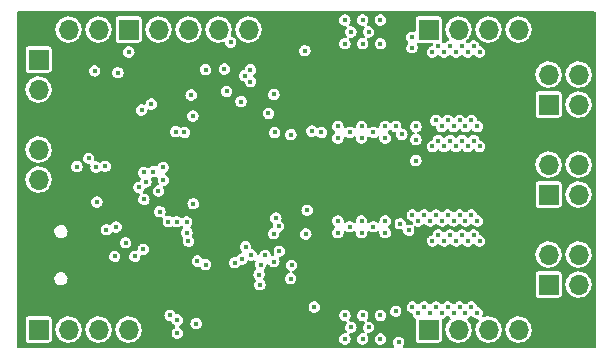
<source format=gbr>
%TF.GenerationSoftware,KiCad,Pcbnew,6.0.5+dfsg-1~bpo11+1*%
%TF.CreationDate,2022-07-20T16:51:46+00:00*%
%TF.ProjectId,xESC2,78455343-322e-46b6-9963-61645f706362,rev?*%
%TF.SameCoordinates,Original*%
%TF.FileFunction,Copper,L2,Inr*%
%TF.FilePolarity,Positive*%
%FSLAX46Y46*%
G04 Gerber Fmt 4.6, Leading zero omitted, Abs format (unit mm)*
G04 Created by KiCad (PCBNEW 6.0.5+dfsg-1~bpo11+1) date 2022-07-20 16:51:46*
%MOMM*%
%LPD*%
G01*
G04 APERTURE LIST*
%TA.AperFunction,ComponentPad*%
%ADD10R,1.700000X1.700000*%
%TD*%
%TA.AperFunction,ComponentPad*%
%ADD11O,1.700000X1.700000*%
%TD*%
%TA.AperFunction,ComponentPad*%
%ADD12O,1.700000X0.850000*%
%TD*%
%TA.AperFunction,ViaPad*%
%ADD13C,0.450000*%
%TD*%
G04 APERTURE END LIST*
D10*
%TO.N,+3V3*%
%TO.C,J3*%
X231060000Y-108240000D03*
D11*
%TO.N,/MCU/SWDCLK*%
X231060000Y-110780000D03*
%TO.N,GND*%
X231060000Y-113320000D03*
%TO.N,/MCU/SWDIO*%
X231060000Y-115860000D03*
%TO.N,/MCU/Reset*%
X231060000Y-118400000D03*
%TD*%
D12*
%TO.N,GND*%
%TO.C,J2*%
X230600000Y-121975000D03*
X230600000Y-127625000D03*
%TD*%
D10*
%TO.N,GND*%
%TO.C,J5*%
X231060000Y-105700000D03*
D11*
%TO.N,Net-(J5-Pad2)*%
X233600000Y-105700000D03*
%TO.N,Net-(J5-Pad3)*%
X236140000Y-105700000D03*
%TD*%
D10*
%TO.N,+5V*%
%TO.C,J1*%
X238680000Y-105700000D03*
D11*
%TO.N,/TEMP_MOTOR*%
X241220000Y-105700000D03*
%TO.N,/HALL1*%
X243760000Y-105700000D03*
%TO.N,/HALL2*%
X246300000Y-105700000D03*
%TO.N,/HALL3*%
X248840000Y-105700000D03*
%TO.N,GND*%
X251380000Y-105700000D03*
%TD*%
D10*
%TO.N,/MCU/MISO_EXT*%
%TO.C,J4*%
X231060000Y-131100000D03*
D11*
%TO.N,/MCU/TX_MOSI_EXT*%
X233600000Y-131100000D03*
%TO.N,/MCU/SCK_EXT*%
X236140000Y-131100000D03*
%TO.N,/MCU/RX_NCS_EXT*%
X238680000Y-131100000D03*
%TO.N,GND*%
X241220000Y-131100000D03*
%TD*%
D10*
%TO.N,/VM*%
%TO.C,J9*%
X264080000Y-105700000D03*
D11*
X266620000Y-105700000D03*
%TO.N,+5V*%
X269160000Y-105700000D03*
X271700000Y-105700000D03*
%TO.N,GND*%
X274240000Y-105700000D03*
X276780000Y-105700000D03*
%TD*%
D10*
%TO.N,/VM*%
%TO.C,J10*%
X264080000Y-131100000D03*
D11*
X266620000Y-131100000D03*
%TO.N,+5V*%
X269160000Y-131100000D03*
X271700000Y-131100000D03*
%TO.N,GND*%
X274240000Y-131100000D03*
X276780000Y-131100000D03*
%TD*%
D10*
%TO.N,Net-(C26-Pad1)*%
%TO.C,J8*%
X274240000Y-112050000D03*
D11*
X276780000Y-112050000D03*
X274240000Y-109510000D03*
X276780000Y-109510000D03*
%TD*%
D10*
%TO.N,Net-(C25-Pad1)*%
%TO.C,J7*%
X274240000Y-119670000D03*
D11*
X276780000Y-119670000D03*
X274240000Y-117130000D03*
X276780000Y-117130000D03*
%TD*%
D10*
%TO.N,Net-(C24-Pad1)*%
%TO.C,J6*%
X274240000Y-127290000D03*
D11*
X276780000Y-127290000D03*
X274240000Y-124750000D03*
X276780000Y-124750000D03*
%TD*%
D13*
%TO.N,Net-(Q1-Pad4)*%
X261300000Y-129550000D03*
%TO.N,GND*%
X272500000Y-114000000D03*
X274500000Y-115000000D03*
X275000000Y-114500000D03*
X274000000Y-114500000D03*
X273000000Y-114500000D03*
X272000000Y-114500000D03*
X272500000Y-115000000D03*
X274500000Y-114000000D03*
X271500000Y-114000000D03*
X273500000Y-114000000D03*
X273500000Y-115000000D03*
X271500000Y-115000000D03*
X271000000Y-114500000D03*
X269500000Y-115000000D03*
X270000000Y-122500000D03*
X269500000Y-123000000D03*
X270500000Y-115000000D03*
X269000000Y-122500000D03*
X271000000Y-122500000D03*
X270500000Y-114000000D03*
X269500000Y-122000000D03*
X270000000Y-114500000D03*
X270500000Y-122000000D03*
X270500000Y-123000000D03*
X274000000Y-122500000D03*
X261481190Y-107081190D03*
X271500000Y-123000000D03*
X274500000Y-123000000D03*
X245200000Y-116200000D03*
X241800000Y-108000000D03*
X247200000Y-118200000D03*
X243750000Y-113700000D03*
X275000000Y-122500000D03*
X261556308Y-115395181D03*
X240000000Y-105000000D03*
X247200000Y-120200000D03*
X273000000Y-122500000D03*
X254650000Y-126900000D03*
X260822611Y-111744521D03*
X272000000Y-122500000D03*
X263300000Y-123700000D03*
X252050000Y-128850000D03*
X245375000Y-106825000D03*
X247850000Y-132350000D03*
X249550000Y-107300000D03*
X272500000Y-122000000D03*
X247200000Y-116200000D03*
X273500000Y-122000000D03*
X260709490Y-127400000D03*
X273500000Y-123000000D03*
X237125000Y-115425000D03*
X243350000Y-107950000D03*
X263625000Y-107200000D03*
X242600000Y-126500010D03*
X249000000Y-119800000D03*
X254600000Y-107400000D03*
X245200000Y-118200000D03*
X255050000Y-122900000D03*
X240300000Y-107500000D03*
X254000000Y-131600000D03*
X254300000Y-115300000D03*
X260775000Y-119425000D03*
X271500000Y-122000000D03*
X274500000Y-122000000D03*
X272500000Y-123000000D03*
X247525000Y-105000000D03*
X242450000Y-104900000D03*
X245200000Y-120200000D03*
X246000000Y-126500000D03*
%TO.N,Net-(Q2-Pad4)*%
X261550000Y-132175000D03*
%TO.N,Net-(Q3-Pad4)*%
X261675000Y-122150000D03*
%TO.N,Net-(Q4-Pad4)*%
X262400001Y-122700000D03*
%TO.N,Net-(Q5-Pad4)*%
X262674996Y-107250000D03*
%TO.N,Net-(Q6-Pad4)*%
X262649980Y-106349980D03*
%TO.N,/Power/LSU*%
X254400000Y-129200000D03*
X249858665Y-125606123D03*
%TO.N,/Power/LSV*%
X253800000Y-121000000D03*
X250239939Y-124817009D03*
%TO.N,/Power/LSW*%
X250974998Y-125349645D03*
X253600000Y-107500000D03*
%TO.N,/Power/VOFS*%
X243615510Y-122900000D03*
X242799986Y-130300000D03*
%TO.N,+3V3*%
X251041416Y-114410852D03*
X244150000Y-120450000D03*
X235800000Y-109199996D03*
X241625000Y-118450000D03*
X246975000Y-110931024D03*
X248290510Y-125128626D03*
X235925000Y-117350000D03*
X236000000Y-120300000D03*
X237781022Y-109356020D03*
X255000000Y-114400000D03*
X263000000Y-116799998D03*
X261825016Y-114575000D03*
X244124996Y-113010034D03*
X244400000Y-130600000D03*
X249800000Y-127299994D03*
%TO.N,+5V*%
X238700000Y-107600000D03*
X235300000Y-116599988D03*
%TO.N,/PHASE_U_RAW*%
X267400000Y-123600000D03*
X268400000Y-123600000D03*
X264200000Y-129700000D03*
X262700000Y-129200000D03*
X263200000Y-129700000D03*
X267900000Y-123100000D03*
X266400000Y-123600000D03*
X264700000Y-129200000D03*
X265700000Y-129200000D03*
X266900000Y-123100000D03*
X265200000Y-129700000D03*
X263700000Y-129200000D03*
X265900000Y-123100000D03*
X264900000Y-123100000D03*
X266700000Y-129200000D03*
X266200000Y-129700000D03*
X267200000Y-129700000D03*
X268200000Y-129700000D03*
X267700000Y-129200000D03*
X265400000Y-123600000D03*
X264400000Y-123600000D03*
%TO.N,/PHASE_V_RAW*%
X267200000Y-121900000D03*
X262700000Y-121400000D03*
X266700000Y-121400000D03*
X267400000Y-115600000D03*
X266400000Y-115600000D03*
X265700000Y-121400000D03*
X265400000Y-115600000D03*
X267900000Y-115100000D03*
X264700000Y-121400000D03*
X266900000Y-115100000D03*
X265900000Y-115100000D03*
X263700000Y-121400000D03*
X268200000Y-121900000D03*
X267700000Y-121400000D03*
X264900000Y-115100000D03*
X268400000Y-115600000D03*
X265200000Y-121900000D03*
X263200000Y-121900000D03*
X266200000Y-121900000D03*
X264200000Y-121900000D03*
X264400000Y-115600000D03*
%TO.N,/PHASE_W_RAW*%
X265400000Y-107600000D03*
X264700000Y-113400000D03*
X266700000Y-113400000D03*
X267700000Y-113400000D03*
X265200000Y-113900000D03*
X266900000Y-107100000D03*
X268200000Y-113900000D03*
X265700000Y-113400000D03*
X264900000Y-107100000D03*
X266200000Y-113900000D03*
X267900000Y-107100000D03*
X268400000Y-107600000D03*
X267400000Y-107600000D03*
X267200000Y-113900000D03*
X266400000Y-107600000D03*
X265900000Y-107100000D03*
X264400000Y-107600000D03*
%TO.N,/CUR_U*%
X239925000Y-124300000D03*
%TO.N,/CUR_V*%
X239200000Y-124900000D03*
%TO.N,/CUR_W*%
X237500000Y-124900000D03*
%TO.N,/PHASE_U_FILTERED*%
X252392339Y-126782661D03*
X252475000Y-125650000D03*
X250974998Y-122975000D03*
X243749998Y-123625000D03*
%TO.N,/PHASE_V_FILTERED*%
X253684490Y-123005611D03*
X251375000Y-122350000D03*
X243599989Y-121999989D03*
%TO.N,/PHASE_W_FILTERED*%
X250525000Y-112800000D03*
X242043877Y-121956256D03*
%TO.N,/MCU/Reset*%
X238425000Y-123750000D03*
%TO.N,/MCU/WL*%
X240788495Y-117729116D03*
%TO.N,/MCU/WH*%
X239957484Y-117800000D03*
%TO.N,/MCU/VL*%
X241597615Y-117380242D03*
%TO.N,/MCU/VH*%
X240147324Y-118595058D03*
%TO.N,/MCU/UL*%
X241209500Y-119368936D03*
%TO.N,/MCU/UH*%
X239562496Y-119062496D03*
%TO.N,/MCU/DRV_ENABLE*%
X240600000Y-112000000D03*
%TO.N,/MCU/DRV_MISO*%
X243400000Y-114400000D03*
%TO.N,/MCU/DRV_MOSI*%
X239975000Y-120075000D03*
%TO.N,/MCU/DRV_SCK*%
X242662500Y-114337500D03*
%TO.N,/MCU/DRV_NCS*%
X241325000Y-121125000D03*
%TO.N,/MCU/TX_MOSI_EXT*%
X242750000Y-121975000D03*
%TO.N,/MCU/CAN_TX*%
X236700000Y-117274992D03*
%TO.N,/MCU/CAN_RX*%
X234300000Y-117300000D03*
%TO.N,/MCU/SWDCLK*%
X243975000Y-111249986D03*
%TO.N,/MCU/SWDIO*%
X248200004Y-111800000D03*
%TO.N,/MCU/RX_NCS_EXT*%
X251155479Y-121665452D03*
%TO.N,/MCU/MISO_EXT*%
X244500000Y-125300006D03*
%TO.N,/MCU/SCK_EXT*%
X242800000Y-131400000D03*
X247665504Y-125448854D03*
%TO.N,/TEMP_MOTOR*%
X248581335Y-124078617D03*
X250975000Y-111200000D03*
%TO.N,/HALL1*%
X247325000Y-106775000D03*
%TO.N,Net-(J2-Pad3)*%
X245200000Y-109100000D03*
X237618806Y-122418814D03*
%TO.N,Net-(J2-Pad2)*%
X236800000Y-122650000D03*
X246799997Y-109045992D03*
%TO.N,/LED_GREEN*%
X249068234Y-124794146D03*
X249725000Y-126447987D03*
%TO.N,/VM*%
X258400000Y-122900000D03*
X256400000Y-121900000D03*
X260400000Y-122900000D03*
X258500000Y-131900000D03*
X260400000Y-121900000D03*
X259400000Y-122400000D03*
X257000000Y-131900000D03*
X258500000Y-129900000D03*
X257400000Y-122400000D03*
X256400000Y-122900000D03*
X258400000Y-121900000D03*
X257000000Y-129900000D03*
X260000000Y-131900000D03*
X260000000Y-129900000D03*
X260400000Y-114900000D03*
X258400000Y-113900000D03*
X256400000Y-114900000D03*
X258500000Y-104900000D03*
X260000000Y-106900000D03*
X257000000Y-106900000D03*
X259000000Y-105900000D03*
X260400000Y-113900000D03*
X257500000Y-130900000D03*
X249000000Y-109100000D03*
X249000000Y-110100000D03*
X258400000Y-114900000D03*
X257400000Y-114400000D03*
X259000000Y-130900000D03*
X258500000Y-106900000D03*
X259400000Y-114400000D03*
X248500000Y-109600000D03*
X256400000Y-113900000D03*
X257500000Y-105900000D03*
X257000000Y-104902010D03*
X260000000Y-104900000D03*
%TO.N,/V_M_FILTERED*%
X242200000Y-129900000D03*
X252425009Y-114600000D03*
%TO.N,/PCB_TEMP*%
X245200000Y-125600000D03*
X254200000Y-114300000D03*
X261299980Y-113900000D03*
X263000000Y-115025008D03*
X263000000Y-113900000D03*
%TO.N,/Power/FAULT*%
X251434499Y-124467716D03*
X239778390Y-112516207D03*
%TD*%
%TA.AperFunction,Conductor*%
%TO.N,GND*%
G36*
X278187621Y-104174502D02*
G01*
X278234114Y-104228158D01*
X278245500Y-104280500D01*
X278245500Y-132519500D01*
X278225498Y-132587621D01*
X278171842Y-132634114D01*
X278119500Y-132645500D01*
X262052410Y-132645500D01*
X261984289Y-132625498D01*
X261937796Y-132571842D01*
X261927692Y-132501568D01*
X261947350Y-132450599D01*
X261951612Y-132445890D01*
X261979733Y-132387849D01*
X262007585Y-132330362D01*
X262007585Y-132330361D01*
X262011499Y-132322283D01*
X262034286Y-132186836D01*
X262034431Y-132175000D01*
X262033584Y-132169082D01*
X262016232Y-132047923D01*
X262016232Y-132047921D01*
X262014959Y-132039036D01*
X261958110Y-131914003D01*
X261868453Y-131809951D01*
X261753196Y-131735244D01*
X261621603Y-131695890D01*
X261612627Y-131695835D01*
X261612626Y-131695835D01*
X261555080Y-131695484D01*
X261484255Y-131695051D01*
X261352192Y-131732795D01*
X261344605Y-131737582D01*
X261344603Y-131737583D01*
X261288913Y-131772721D01*
X261236031Y-131806087D01*
X261230088Y-131812816D01*
X261166915Y-131884345D01*
X261145109Y-131909036D01*
X261086736Y-132033366D01*
X261082648Y-132059622D01*
X261066986Y-132160209D01*
X261066986Y-132160213D01*
X261065605Y-132169082D01*
X261066769Y-132177984D01*
X261066769Y-132177987D01*
X261070236Y-132204499D01*
X261083414Y-132305273D01*
X261138732Y-132430992D01*
X261144511Y-132437867D01*
X261144980Y-132438425D01*
X261145271Y-132439088D01*
X261149252Y-132445484D01*
X261148329Y-132446059D01*
X261173501Y-132503441D01*
X261162345Y-132573556D01*
X261115052Y-132626508D01*
X261048529Y-132645500D01*
X229380500Y-132645500D01*
X229312379Y-132625498D01*
X229265886Y-132571842D01*
X229254500Y-132519500D01*
X229254500Y-130224933D01*
X229955500Y-130224933D01*
X229955501Y-131975066D01*
X229962539Y-132010453D01*
X229967097Y-132033366D01*
X229970266Y-132049301D01*
X229977161Y-132059620D01*
X229977162Y-132059622D01*
X230017516Y-132120015D01*
X230026516Y-132133484D01*
X230110699Y-132189734D01*
X230184933Y-132204500D01*
X231059858Y-132204500D01*
X231935066Y-132204499D01*
X231970818Y-132197388D01*
X231997126Y-132192156D01*
X231997128Y-132192155D01*
X232009301Y-132189734D01*
X232019621Y-132182839D01*
X232019622Y-132182838D01*
X232083168Y-132140377D01*
X232093484Y-132133484D01*
X232149734Y-132049301D01*
X232164500Y-131975067D01*
X232164499Y-131070964D01*
X232491148Y-131070964D01*
X232504424Y-131273522D01*
X232505845Y-131279118D01*
X232505846Y-131279123D01*
X232539552Y-131411836D01*
X232554392Y-131470269D01*
X232556809Y-131475512D01*
X232632179Y-131639003D01*
X232639377Y-131654616D01*
X232650878Y-131670890D01*
X232745705Y-131805067D01*
X232756533Y-131820389D01*
X232760675Y-131824424D01*
X232817637Y-131879913D01*
X232901938Y-131962035D01*
X233070720Y-132074812D01*
X233076023Y-132077090D01*
X233076026Y-132077092D01*
X233207283Y-132133484D01*
X233257228Y-132154942D01*
X233319718Y-132169082D01*
X233449579Y-132198467D01*
X233449584Y-132198468D01*
X233455216Y-132199742D01*
X233460987Y-132199969D01*
X233460989Y-132199969D01*
X233520756Y-132202317D01*
X233658053Y-132207712D01*
X233768948Y-132191633D01*
X233853231Y-132179413D01*
X233853236Y-132179412D01*
X233858945Y-132178584D01*
X233864409Y-132176729D01*
X233864414Y-132176728D01*
X234045693Y-132115192D01*
X234045698Y-132115190D01*
X234051165Y-132113334D01*
X234228276Y-132014147D01*
X234267969Y-131981135D01*
X234379913Y-131888031D01*
X234384345Y-131884345D01*
X234441463Y-131815669D01*
X234510453Y-131732718D01*
X234510455Y-131732715D01*
X234514147Y-131728276D01*
X234613334Y-131551165D01*
X234615190Y-131545698D01*
X234615192Y-131545693D01*
X234676728Y-131364414D01*
X234676729Y-131364409D01*
X234678584Y-131358945D01*
X234679412Y-131353236D01*
X234679413Y-131353231D01*
X234696991Y-131231996D01*
X234707712Y-131158053D01*
X234709232Y-131100000D01*
X234706564Y-131070964D01*
X235031148Y-131070964D01*
X235044424Y-131273522D01*
X235045845Y-131279118D01*
X235045846Y-131279123D01*
X235079552Y-131411836D01*
X235094392Y-131470269D01*
X235096809Y-131475512D01*
X235172179Y-131639003D01*
X235179377Y-131654616D01*
X235190878Y-131670890D01*
X235285705Y-131805067D01*
X235296533Y-131820389D01*
X235300675Y-131824424D01*
X235357637Y-131879913D01*
X235441938Y-131962035D01*
X235610720Y-132074812D01*
X235616023Y-132077090D01*
X235616026Y-132077092D01*
X235747283Y-132133484D01*
X235797228Y-132154942D01*
X235859718Y-132169082D01*
X235989579Y-132198467D01*
X235989584Y-132198468D01*
X235995216Y-132199742D01*
X236000987Y-132199969D01*
X236000989Y-132199969D01*
X236060756Y-132202317D01*
X236198053Y-132207712D01*
X236308948Y-132191633D01*
X236393231Y-132179413D01*
X236393236Y-132179412D01*
X236398945Y-132178584D01*
X236404409Y-132176729D01*
X236404414Y-132176728D01*
X236585693Y-132115192D01*
X236585698Y-132115190D01*
X236591165Y-132113334D01*
X236768276Y-132014147D01*
X236807969Y-131981135D01*
X236919913Y-131888031D01*
X236924345Y-131884345D01*
X236981463Y-131815669D01*
X237050453Y-131732718D01*
X237050455Y-131732715D01*
X237054147Y-131728276D01*
X237153334Y-131551165D01*
X237155190Y-131545698D01*
X237155192Y-131545693D01*
X237216728Y-131364414D01*
X237216729Y-131364409D01*
X237218584Y-131358945D01*
X237219412Y-131353236D01*
X237219413Y-131353231D01*
X237236991Y-131231996D01*
X237247712Y-131158053D01*
X237249232Y-131100000D01*
X237246564Y-131070964D01*
X237571148Y-131070964D01*
X237584424Y-131273522D01*
X237585845Y-131279118D01*
X237585846Y-131279123D01*
X237619552Y-131411836D01*
X237634392Y-131470269D01*
X237636809Y-131475512D01*
X237712179Y-131639003D01*
X237719377Y-131654616D01*
X237730878Y-131670890D01*
X237825705Y-131805067D01*
X237836533Y-131820389D01*
X237840675Y-131824424D01*
X237897637Y-131879913D01*
X237981938Y-131962035D01*
X238150720Y-132074812D01*
X238156023Y-132077090D01*
X238156026Y-132077092D01*
X238287283Y-132133484D01*
X238337228Y-132154942D01*
X238399718Y-132169082D01*
X238529579Y-132198467D01*
X238529584Y-132198468D01*
X238535216Y-132199742D01*
X238540987Y-132199969D01*
X238540989Y-132199969D01*
X238600756Y-132202317D01*
X238738053Y-132207712D01*
X238848948Y-132191633D01*
X238933231Y-132179413D01*
X238933236Y-132179412D01*
X238938945Y-132178584D01*
X238944409Y-132176729D01*
X238944414Y-132176728D01*
X239125693Y-132115192D01*
X239125698Y-132115190D01*
X239131165Y-132113334D01*
X239308276Y-132014147D01*
X239347969Y-131981135D01*
X239452638Y-131894082D01*
X256515605Y-131894082D01*
X256516769Y-131902984D01*
X256516769Y-131902987D01*
X256518210Y-131914003D01*
X256533414Y-132030273D01*
X256588732Y-132155992D01*
X256594510Y-132162865D01*
X256594510Y-132162866D01*
X256625698Y-132199969D01*
X256677111Y-132261132D01*
X256791447Y-132337240D01*
X256922549Y-132378199D01*
X257059876Y-132380716D01*
X257069109Y-132378199D01*
X257183727Y-132346951D01*
X257192391Y-132344589D01*
X257309439Y-132272721D01*
X257326153Y-132254256D01*
X257395584Y-132177550D01*
X257395585Y-132177549D01*
X257401612Y-132170890D01*
X257410444Y-132152662D01*
X257457585Y-132055362D01*
X257457585Y-132055361D01*
X257461499Y-132047283D01*
X257484286Y-131911836D01*
X257484431Y-131900000D01*
X257483584Y-131894082D01*
X258015605Y-131894082D01*
X258016769Y-131902984D01*
X258016769Y-131902987D01*
X258018210Y-131914003D01*
X258033414Y-132030273D01*
X258088732Y-132155992D01*
X258094510Y-132162865D01*
X258094510Y-132162866D01*
X258125698Y-132199969D01*
X258177111Y-132261132D01*
X258291447Y-132337240D01*
X258422549Y-132378199D01*
X258559876Y-132380716D01*
X258569109Y-132378199D01*
X258683727Y-132346951D01*
X258692391Y-132344589D01*
X258809439Y-132272721D01*
X258826153Y-132254256D01*
X258895584Y-132177550D01*
X258895585Y-132177549D01*
X258901612Y-132170890D01*
X258910444Y-132152662D01*
X258957585Y-132055362D01*
X258957585Y-132055361D01*
X258961499Y-132047283D01*
X258984286Y-131911836D01*
X258984431Y-131900000D01*
X258983584Y-131894082D01*
X259515605Y-131894082D01*
X259516769Y-131902984D01*
X259516769Y-131902987D01*
X259518210Y-131914003D01*
X259533414Y-132030273D01*
X259588732Y-132155992D01*
X259594510Y-132162865D01*
X259594510Y-132162866D01*
X259625698Y-132199969D01*
X259677111Y-132261132D01*
X259791447Y-132337240D01*
X259922549Y-132378199D01*
X260059876Y-132380716D01*
X260069109Y-132378199D01*
X260183727Y-132346951D01*
X260192391Y-132344589D01*
X260309439Y-132272721D01*
X260326153Y-132254256D01*
X260395584Y-132177550D01*
X260395585Y-132177549D01*
X260401612Y-132170890D01*
X260410444Y-132152662D01*
X260457585Y-132055362D01*
X260457585Y-132055361D01*
X260461499Y-132047283D01*
X260484286Y-131911836D01*
X260484431Y-131900000D01*
X260483584Y-131894082D01*
X260466232Y-131772923D01*
X260466232Y-131772921D01*
X260464959Y-131764036D01*
X260408110Y-131639003D01*
X260318453Y-131534951D01*
X260203196Y-131460244D01*
X260071603Y-131420890D01*
X260062627Y-131420835D01*
X260062626Y-131420835D01*
X260005080Y-131420484D01*
X259934255Y-131420051D01*
X259802192Y-131457795D01*
X259794605Y-131462582D01*
X259794603Y-131462583D01*
X259774112Y-131475512D01*
X259686031Y-131531087D01*
X259595109Y-131634036D01*
X259591295Y-131642159D01*
X259591294Y-131642161D01*
X259565304Y-131697518D01*
X259536736Y-131758366D01*
X259533770Y-131777417D01*
X259516986Y-131885209D01*
X259516986Y-131885213D01*
X259515605Y-131894082D01*
X258983584Y-131894082D01*
X258966232Y-131772923D01*
X258966232Y-131772921D01*
X258964959Y-131764036D01*
X258908110Y-131639003D01*
X258863417Y-131587134D01*
X258834103Y-131522471D01*
X258844402Y-131452225D01*
X258891044Y-131398699D01*
X258961179Y-131378907D01*
X259059876Y-131380716D01*
X259069109Y-131378199D01*
X259183727Y-131346951D01*
X259192391Y-131344589D01*
X259274214Y-131294349D01*
X259301791Y-131277417D01*
X259309439Y-131272721D01*
X259322433Y-131258366D01*
X259395584Y-131177550D01*
X259395585Y-131177549D01*
X259401612Y-131170890D01*
X259406052Y-131161727D01*
X259457585Y-131055362D01*
X259457585Y-131055361D01*
X259461499Y-131047283D01*
X259484286Y-130911836D01*
X259484431Y-130900000D01*
X259483584Y-130894082D01*
X259466232Y-130772923D01*
X259466232Y-130772921D01*
X259464959Y-130764036D01*
X259408110Y-130639003D01*
X259318453Y-130534951D01*
X259203196Y-130460244D01*
X259071603Y-130420890D01*
X259062627Y-130420835D01*
X259062626Y-130420835D01*
X258959173Y-130420203D01*
X258891176Y-130399785D01*
X258845012Y-130345846D01*
X258835337Y-130275512D01*
X258866527Y-130209651D01*
X258901612Y-130170890D01*
X258907957Y-130157795D01*
X258957585Y-130055362D01*
X258957585Y-130055361D01*
X258961499Y-130047283D01*
X258984286Y-129911836D01*
X258984431Y-129900000D01*
X258983584Y-129894082D01*
X259515605Y-129894082D01*
X259516769Y-129902984D01*
X259516769Y-129902987D01*
X259520949Y-129934951D01*
X259533414Y-130030273D01*
X259546313Y-130059587D01*
X259583715Y-130144589D01*
X259588732Y-130155992D01*
X259594510Y-130162865D01*
X259594510Y-130162866D01*
X259647829Y-130226297D01*
X259677111Y-130261132D01*
X259791447Y-130337240D01*
X259922549Y-130378199D01*
X260059876Y-130380716D01*
X260069109Y-130378199D01*
X260183727Y-130346951D01*
X260192391Y-130344589D01*
X260309439Y-130272721D01*
X260316389Y-130265043D01*
X260395584Y-130177550D01*
X260395587Y-130177546D01*
X260401612Y-130170890D01*
X260407957Y-130157795D01*
X260457585Y-130055362D01*
X260457585Y-130055361D01*
X260461499Y-130047283D01*
X260484286Y-129911836D01*
X260484431Y-129900000D01*
X260483584Y-129894082D01*
X260466232Y-129772923D01*
X260466232Y-129772921D01*
X260464959Y-129764036D01*
X260408110Y-129639003D01*
X260326321Y-129544082D01*
X260815605Y-129544082D01*
X260816769Y-129552984D01*
X260816769Y-129552987D01*
X260818485Y-129566109D01*
X260833414Y-129680273D01*
X260888732Y-129805992D01*
X260894510Y-129812865D01*
X260894510Y-129812866D01*
X260970264Y-129902987D01*
X260977111Y-129911132D01*
X261091447Y-129987240D01*
X261222549Y-130028199D01*
X261359876Y-130030716D01*
X261369109Y-130028199D01*
X261483727Y-129996951D01*
X261492391Y-129994589D01*
X261574214Y-129944349D01*
X261601791Y-129927417D01*
X261609439Y-129922721D01*
X261619929Y-129911132D01*
X261695584Y-129827550D01*
X261695585Y-129827549D01*
X261701612Y-129820890D01*
X261711803Y-129799857D01*
X261757585Y-129705362D01*
X261757585Y-129705361D01*
X261761499Y-129697283D01*
X261784286Y-129561836D01*
X261784431Y-129550000D01*
X261783584Y-129544082D01*
X261766232Y-129422923D01*
X261766232Y-129422921D01*
X261764959Y-129414036D01*
X261708110Y-129289003D01*
X261626321Y-129194082D01*
X262215605Y-129194082D01*
X262216769Y-129202984D01*
X262216769Y-129202987D01*
X262219415Y-129223218D01*
X262233414Y-129330273D01*
X262288732Y-129455992D01*
X262294510Y-129462865D01*
X262294510Y-129462866D01*
X262370264Y-129552987D01*
X262377111Y-129561132D01*
X262491447Y-129637240D01*
X262622549Y-129678199D01*
X262625456Y-129678252D01*
X262686745Y-129707568D01*
X262724062Y-129767966D01*
X262727490Y-129784972D01*
X262733414Y-129830273D01*
X262737031Y-129838493D01*
X262771414Y-129916633D01*
X262788732Y-129955992D01*
X262794510Y-129962865D01*
X262794510Y-129962866D01*
X262840564Y-130017654D01*
X262877111Y-130061132D01*
X262922554Y-130091381D01*
X262968175Y-130145776D01*
X262975406Y-130212514D01*
X262977314Y-130212702D01*
X262976707Y-130218863D01*
X262975500Y-130224933D01*
X262975501Y-131975066D01*
X262982539Y-132010453D01*
X262987097Y-132033366D01*
X262990266Y-132049301D01*
X262997161Y-132059620D01*
X262997162Y-132059622D01*
X263037516Y-132120015D01*
X263046516Y-132133484D01*
X263130699Y-132189734D01*
X263204933Y-132204500D01*
X264079858Y-132204500D01*
X264955066Y-132204499D01*
X264990818Y-132197388D01*
X265017126Y-132192156D01*
X265017128Y-132192155D01*
X265029301Y-132189734D01*
X265039621Y-132182839D01*
X265039622Y-132182838D01*
X265103168Y-132140377D01*
X265113484Y-132133484D01*
X265169734Y-132049301D01*
X265184500Y-131975067D01*
X265184499Y-130297513D01*
X265204501Y-130229392D01*
X265258157Y-130182899D01*
X265277358Y-130175950D01*
X265383727Y-130146951D01*
X265392391Y-130144589D01*
X265509439Y-130072721D01*
X265597092Y-129975884D01*
X265597094Y-129975882D01*
X265601612Y-129970890D01*
X265602333Y-129971542D01*
X265650898Y-129931313D01*
X265721379Y-129922772D01*
X265785289Y-129953692D01*
X265797131Y-129965984D01*
X265877111Y-130061132D01*
X265884587Y-130066109D01*
X265891276Y-130072089D01*
X265890178Y-130073317D01*
X265929181Y-130119816D01*
X265938156Y-130190243D01*
X265907630Y-130254342D01*
X265896820Y-130265043D01*
X265819739Y-130332642D01*
X265819735Y-130332647D01*
X265815392Y-130336455D01*
X265689720Y-130495869D01*
X265687031Y-130500980D01*
X265687029Y-130500983D01*
X265654502Y-130562806D01*
X265595203Y-130675515D01*
X265535007Y-130869378D01*
X265511148Y-131070964D01*
X265524424Y-131273522D01*
X265525845Y-131279118D01*
X265525846Y-131279123D01*
X265559552Y-131411836D01*
X265574392Y-131470269D01*
X265576809Y-131475512D01*
X265652179Y-131639003D01*
X265659377Y-131654616D01*
X265670878Y-131670890D01*
X265765705Y-131805067D01*
X265776533Y-131820389D01*
X265780675Y-131824424D01*
X265837637Y-131879913D01*
X265921938Y-131962035D01*
X266090720Y-132074812D01*
X266096023Y-132077090D01*
X266096026Y-132077092D01*
X266227283Y-132133484D01*
X266277228Y-132154942D01*
X266339718Y-132169082D01*
X266469579Y-132198467D01*
X266469584Y-132198468D01*
X266475216Y-132199742D01*
X266480987Y-132199969D01*
X266480989Y-132199969D01*
X266540756Y-132202317D01*
X266678053Y-132207712D01*
X266788948Y-132191633D01*
X266873231Y-132179413D01*
X266873236Y-132179412D01*
X266878945Y-132178584D01*
X266884409Y-132176729D01*
X266884414Y-132176728D01*
X267065693Y-132115192D01*
X267065698Y-132115190D01*
X267071165Y-132113334D01*
X267248276Y-132014147D01*
X267287969Y-131981135D01*
X267399913Y-131888031D01*
X267404345Y-131884345D01*
X267461463Y-131815669D01*
X267530453Y-131732718D01*
X267530455Y-131732715D01*
X267534147Y-131728276D01*
X267633334Y-131551165D01*
X267635190Y-131545698D01*
X267635192Y-131545693D01*
X267696728Y-131364414D01*
X267696729Y-131364409D01*
X267698584Y-131358945D01*
X267699412Y-131353236D01*
X267699413Y-131353231D01*
X267716991Y-131231996D01*
X267727712Y-131158053D01*
X267729232Y-131100000D01*
X267712673Y-130919783D01*
X267711187Y-130903613D01*
X267711186Y-130903610D01*
X267710658Y-130897859D01*
X267704930Y-130877550D01*
X267657125Y-130708046D01*
X267657124Y-130708044D01*
X267655557Y-130702487D01*
X267644978Y-130681033D01*
X267568331Y-130525609D01*
X267565776Y-130520428D01*
X267444320Y-130357779D01*
X267407130Y-130323401D01*
X267370687Y-130262476D01*
X267372968Y-130191516D01*
X267413250Y-130133053D01*
X267426732Y-130123504D01*
X267501791Y-130077417D01*
X267509439Y-130072721D01*
X267597092Y-129975884D01*
X267597094Y-129975882D01*
X267601612Y-129970890D01*
X267602333Y-129971542D01*
X267650898Y-129931313D01*
X267721379Y-129922772D01*
X267785289Y-129953692D01*
X267797131Y-129965984D01*
X267877111Y-130061132D01*
X267991447Y-130137240D01*
X268072565Y-130162583D01*
X268105662Y-130172923D01*
X268122549Y-130178199D01*
X268221276Y-130180009D01*
X268289017Y-130201255D01*
X268334519Y-130255753D01*
X268343334Y-130326201D01*
X268317916Y-130383993D01*
X268229720Y-130495869D01*
X268227031Y-130500980D01*
X268227029Y-130500983D01*
X268194502Y-130562806D01*
X268135203Y-130675515D01*
X268075007Y-130869378D01*
X268051148Y-131070964D01*
X268064424Y-131273522D01*
X268065845Y-131279118D01*
X268065846Y-131279123D01*
X268099552Y-131411836D01*
X268114392Y-131470269D01*
X268116809Y-131475512D01*
X268192179Y-131639003D01*
X268199377Y-131654616D01*
X268210878Y-131670890D01*
X268305705Y-131805067D01*
X268316533Y-131820389D01*
X268320675Y-131824424D01*
X268377637Y-131879913D01*
X268461938Y-131962035D01*
X268630720Y-132074812D01*
X268636023Y-132077090D01*
X268636026Y-132077092D01*
X268767283Y-132133484D01*
X268817228Y-132154942D01*
X268879718Y-132169082D01*
X269009579Y-132198467D01*
X269009584Y-132198468D01*
X269015216Y-132199742D01*
X269020987Y-132199969D01*
X269020989Y-132199969D01*
X269080756Y-132202317D01*
X269218053Y-132207712D01*
X269328948Y-132191633D01*
X269413231Y-132179413D01*
X269413236Y-132179412D01*
X269418945Y-132178584D01*
X269424409Y-132176729D01*
X269424414Y-132176728D01*
X269605693Y-132115192D01*
X269605698Y-132115190D01*
X269611165Y-132113334D01*
X269788276Y-132014147D01*
X269827969Y-131981135D01*
X269939913Y-131888031D01*
X269944345Y-131884345D01*
X270001463Y-131815669D01*
X270070453Y-131732718D01*
X270070455Y-131732715D01*
X270074147Y-131728276D01*
X270173334Y-131551165D01*
X270175190Y-131545698D01*
X270175192Y-131545693D01*
X270236728Y-131364414D01*
X270236729Y-131364409D01*
X270238584Y-131358945D01*
X270239412Y-131353236D01*
X270239413Y-131353231D01*
X270256991Y-131231996D01*
X270267712Y-131158053D01*
X270269232Y-131100000D01*
X270266564Y-131070964D01*
X270591148Y-131070964D01*
X270604424Y-131273522D01*
X270605845Y-131279118D01*
X270605846Y-131279123D01*
X270639552Y-131411836D01*
X270654392Y-131470269D01*
X270656809Y-131475512D01*
X270732179Y-131639003D01*
X270739377Y-131654616D01*
X270750878Y-131670890D01*
X270845705Y-131805067D01*
X270856533Y-131820389D01*
X270860675Y-131824424D01*
X270917637Y-131879913D01*
X271001938Y-131962035D01*
X271170720Y-132074812D01*
X271176023Y-132077090D01*
X271176026Y-132077092D01*
X271307283Y-132133484D01*
X271357228Y-132154942D01*
X271419718Y-132169082D01*
X271549579Y-132198467D01*
X271549584Y-132198468D01*
X271555216Y-132199742D01*
X271560987Y-132199969D01*
X271560989Y-132199969D01*
X271620756Y-132202317D01*
X271758053Y-132207712D01*
X271868948Y-132191633D01*
X271953231Y-132179413D01*
X271953236Y-132179412D01*
X271958945Y-132178584D01*
X271964409Y-132176729D01*
X271964414Y-132176728D01*
X272145693Y-132115192D01*
X272145698Y-132115190D01*
X272151165Y-132113334D01*
X272328276Y-132014147D01*
X272367969Y-131981135D01*
X272479913Y-131888031D01*
X272484345Y-131884345D01*
X272541463Y-131815669D01*
X272610453Y-131732718D01*
X272610455Y-131732715D01*
X272614147Y-131728276D01*
X272713334Y-131551165D01*
X272715190Y-131545698D01*
X272715192Y-131545693D01*
X272776728Y-131364414D01*
X272776729Y-131364409D01*
X272778584Y-131358945D01*
X272779412Y-131353236D01*
X272779413Y-131353231D01*
X272796991Y-131231996D01*
X272807712Y-131158053D01*
X272809232Y-131100000D01*
X272792673Y-130919783D01*
X272791187Y-130903613D01*
X272791186Y-130903610D01*
X272790658Y-130897859D01*
X272784930Y-130877550D01*
X272737125Y-130708046D01*
X272737124Y-130708044D01*
X272735557Y-130702487D01*
X272724978Y-130681033D01*
X272648331Y-130525609D01*
X272645776Y-130520428D01*
X272524320Y-130357779D01*
X272375258Y-130219987D01*
X272370375Y-130216906D01*
X272370371Y-130216903D01*
X272208464Y-130114748D01*
X272203581Y-130111667D01*
X272015039Y-130036446D01*
X272009379Y-130035320D01*
X272009375Y-130035319D01*
X271821613Y-129997971D01*
X271821610Y-129997971D01*
X271815946Y-129996844D01*
X271810171Y-129996768D01*
X271810167Y-129996768D01*
X271708793Y-129995441D01*
X271612971Y-129994187D01*
X271607274Y-129995166D01*
X271607273Y-129995166D01*
X271430613Y-130025522D01*
X271412910Y-130028564D01*
X271222463Y-130098824D01*
X271048010Y-130202612D01*
X271043670Y-130206418D01*
X271043666Y-130206421D01*
X270910274Y-130323404D01*
X270895392Y-130336455D01*
X270769720Y-130495869D01*
X270767031Y-130500980D01*
X270767029Y-130500983D01*
X270734502Y-130562806D01*
X270675203Y-130675515D01*
X270615007Y-130869378D01*
X270591148Y-131070964D01*
X270266564Y-131070964D01*
X270252673Y-130919783D01*
X270251187Y-130903613D01*
X270251186Y-130903610D01*
X270250658Y-130897859D01*
X270244930Y-130877550D01*
X270197125Y-130708046D01*
X270197124Y-130708044D01*
X270195557Y-130702487D01*
X270184978Y-130681033D01*
X270108331Y-130525609D01*
X270105776Y-130520428D01*
X269984320Y-130357779D01*
X269835258Y-130219987D01*
X269830375Y-130216906D01*
X269830371Y-130216903D01*
X269668464Y-130114748D01*
X269663581Y-130111667D01*
X269475039Y-130036446D01*
X269469379Y-130035320D01*
X269469375Y-130035319D01*
X269281613Y-129997971D01*
X269281610Y-129997971D01*
X269275946Y-129996844D01*
X269270171Y-129996768D01*
X269270167Y-129996768D01*
X269168793Y-129995441D01*
X269072971Y-129994187D01*
X269067274Y-129995166D01*
X269067273Y-129995166D01*
X268890613Y-130025522D01*
X268872910Y-130028564D01*
X268801862Y-130054775D01*
X268731032Y-130059587D01*
X268668841Y-130025341D01*
X268635038Y-129962908D01*
X268640355Y-129892110D01*
X268644860Y-129881626D01*
X268645184Y-129880956D01*
X268661499Y-129847283D01*
X268684286Y-129711836D01*
X268684431Y-129700000D01*
X268683584Y-129694082D01*
X268666232Y-129572923D01*
X268666232Y-129572921D01*
X268664959Y-129564036D01*
X268655887Y-129544082D01*
X268619987Y-129465125D01*
X268608110Y-129439003D01*
X268518453Y-129334951D01*
X268403196Y-129260244D01*
X268271603Y-129220890D01*
X268271839Y-129220100D01*
X268214153Y-129193365D01*
X268176103Y-129133425D01*
X268172468Y-129116466D01*
X268166232Y-129072922D01*
X268166231Y-129072919D01*
X268164959Y-129064036D01*
X268108110Y-128939003D01*
X268018453Y-128834951D01*
X267903196Y-128760244D01*
X267771603Y-128720890D01*
X267762627Y-128720835D01*
X267762626Y-128720835D01*
X267705080Y-128720484D01*
X267634255Y-128720051D01*
X267502192Y-128757795D01*
X267494605Y-128762582D01*
X267494603Y-128762583D01*
X267432850Y-128801546D01*
X267386031Y-128831087D01*
X267295109Y-128934036D01*
X267292622Y-128931839D01*
X267250846Y-128967322D01*
X267180476Y-128976733D01*
X267116189Y-128946604D01*
X267104184Y-128934446D01*
X267024314Y-128841753D01*
X267018453Y-128834951D01*
X266903196Y-128760244D01*
X266771603Y-128720890D01*
X266762627Y-128720835D01*
X266762626Y-128720835D01*
X266705080Y-128720484D01*
X266634255Y-128720051D01*
X266502192Y-128757795D01*
X266494605Y-128762582D01*
X266494603Y-128762583D01*
X266432850Y-128801546D01*
X266386031Y-128831087D01*
X266295109Y-128934036D01*
X266292622Y-128931839D01*
X266250846Y-128967322D01*
X266180476Y-128976733D01*
X266116189Y-128946604D01*
X266104184Y-128934446D01*
X266024314Y-128841753D01*
X266018453Y-128834951D01*
X265903196Y-128760244D01*
X265771603Y-128720890D01*
X265762627Y-128720835D01*
X265762626Y-128720835D01*
X265705080Y-128720484D01*
X265634255Y-128720051D01*
X265502192Y-128757795D01*
X265494605Y-128762582D01*
X265494603Y-128762583D01*
X265432850Y-128801546D01*
X265386031Y-128831087D01*
X265295109Y-128934036D01*
X265292622Y-128931839D01*
X265250846Y-128967322D01*
X265180476Y-128976733D01*
X265116189Y-128946604D01*
X265104184Y-128934446D01*
X265024314Y-128841753D01*
X265018453Y-128834951D01*
X264903196Y-128760244D01*
X264771603Y-128720890D01*
X264762627Y-128720835D01*
X264762626Y-128720835D01*
X264705080Y-128720484D01*
X264634255Y-128720051D01*
X264502192Y-128757795D01*
X264494605Y-128762582D01*
X264494603Y-128762583D01*
X264432850Y-128801546D01*
X264386031Y-128831087D01*
X264295109Y-128934036D01*
X264292622Y-128931839D01*
X264250846Y-128967322D01*
X264180476Y-128976733D01*
X264116189Y-128946604D01*
X264104184Y-128934446D01*
X264024314Y-128841753D01*
X264018453Y-128834951D01*
X263903196Y-128760244D01*
X263771603Y-128720890D01*
X263762627Y-128720835D01*
X263762626Y-128720835D01*
X263705080Y-128720484D01*
X263634255Y-128720051D01*
X263502192Y-128757795D01*
X263494605Y-128762582D01*
X263494603Y-128762583D01*
X263432850Y-128801546D01*
X263386031Y-128831087D01*
X263295109Y-128934036D01*
X263292622Y-128931839D01*
X263250846Y-128967322D01*
X263180476Y-128976733D01*
X263116189Y-128946604D01*
X263104184Y-128934446D01*
X263024314Y-128841753D01*
X263018453Y-128834951D01*
X262903196Y-128760244D01*
X262771603Y-128720890D01*
X262762627Y-128720835D01*
X262762626Y-128720835D01*
X262705080Y-128720484D01*
X262634255Y-128720051D01*
X262502192Y-128757795D01*
X262494605Y-128762582D01*
X262494603Y-128762583D01*
X262432850Y-128801546D01*
X262386031Y-128831087D01*
X262295109Y-128934036D01*
X262236736Y-129058366D01*
X262229424Y-129105329D01*
X262216986Y-129185209D01*
X262216986Y-129185213D01*
X262215605Y-129194082D01*
X261626321Y-129194082D01*
X261618453Y-129184951D01*
X261503196Y-129110244D01*
X261371603Y-129070890D01*
X261362627Y-129070835D01*
X261362626Y-129070835D01*
X261305080Y-129070484D01*
X261234255Y-129070051D01*
X261102192Y-129107795D01*
X261094605Y-129112582D01*
X261094603Y-129112583D01*
X261088449Y-129116466D01*
X260986031Y-129181087D01*
X260980088Y-129187816D01*
X260911811Y-129265125D01*
X260895109Y-129284036D01*
X260891295Y-129292159D01*
X260891294Y-129292161D01*
X260863136Y-129352136D01*
X260836736Y-129408366D01*
X260829424Y-129455329D01*
X260816986Y-129535209D01*
X260816986Y-129535213D01*
X260815605Y-129544082D01*
X260326321Y-129544082D01*
X260318453Y-129534951D01*
X260203196Y-129460244D01*
X260071603Y-129420890D01*
X260062627Y-129420835D01*
X260062626Y-129420835D01*
X260005080Y-129420484D01*
X259934255Y-129420051D01*
X259802192Y-129457795D01*
X259794605Y-129462582D01*
X259794603Y-129462583D01*
X259770882Y-129477550D01*
X259686031Y-129531087D01*
X259680088Y-129537816D01*
X259664148Y-129555865D01*
X259595109Y-129634036D01*
X259591295Y-129642159D01*
X259591294Y-129642161D01*
X259564139Y-129700000D01*
X259536736Y-129758366D01*
X259530276Y-129799857D01*
X259516986Y-129885209D01*
X259516986Y-129885213D01*
X259515605Y-129894082D01*
X258983584Y-129894082D01*
X258966232Y-129772923D01*
X258966232Y-129772921D01*
X258964959Y-129764036D01*
X258908110Y-129639003D01*
X258818453Y-129534951D01*
X258703196Y-129460244D01*
X258571603Y-129420890D01*
X258562627Y-129420835D01*
X258562626Y-129420835D01*
X258505080Y-129420484D01*
X258434255Y-129420051D01*
X258302192Y-129457795D01*
X258294605Y-129462582D01*
X258294603Y-129462583D01*
X258270882Y-129477550D01*
X258186031Y-129531087D01*
X258180088Y-129537816D01*
X258164148Y-129555865D01*
X258095109Y-129634036D01*
X258091295Y-129642159D01*
X258091294Y-129642161D01*
X258064139Y-129700000D01*
X258036736Y-129758366D01*
X258030276Y-129799857D01*
X258016986Y-129885209D01*
X258016986Y-129885213D01*
X258015605Y-129894082D01*
X258016769Y-129902984D01*
X258016769Y-129902987D01*
X258020949Y-129934951D01*
X258033414Y-130030273D01*
X258046313Y-130059587D01*
X258083715Y-130144589D01*
X258088732Y-130155992D01*
X258094510Y-130162865D01*
X258094510Y-130162866D01*
X258147829Y-130226297D01*
X258177111Y-130261132D01*
X258291447Y-130337240D01*
X258422549Y-130378199D01*
X258431521Y-130378363D01*
X258431524Y-130378364D01*
X258542066Y-130380390D01*
X258609809Y-130401637D01*
X258655311Y-130456136D01*
X258664125Y-130526584D01*
X258634198Y-130589777D01*
X258595109Y-130634036D01*
X258591295Y-130642159D01*
X258591294Y-130642161D01*
X258573044Y-130681033D01*
X258536736Y-130758366D01*
X258533648Y-130778199D01*
X258516986Y-130885209D01*
X258516986Y-130885213D01*
X258515605Y-130894082D01*
X258516769Y-130902984D01*
X258516769Y-130902987D01*
X258523474Y-130954256D01*
X258533414Y-131030273D01*
X258588732Y-131155992D01*
X258637177Y-131213624D01*
X258665697Y-131278640D01*
X258654541Y-131348755D01*
X258607248Y-131401707D01*
X258539956Y-131420697D01*
X258434255Y-131420051D01*
X258302192Y-131457795D01*
X258294605Y-131462582D01*
X258294603Y-131462583D01*
X258274112Y-131475512D01*
X258186031Y-131531087D01*
X258095109Y-131634036D01*
X258091295Y-131642159D01*
X258091294Y-131642161D01*
X258065304Y-131697518D01*
X258036736Y-131758366D01*
X258033770Y-131777417D01*
X258016986Y-131885209D01*
X258016986Y-131885213D01*
X258015605Y-131894082D01*
X257483584Y-131894082D01*
X257466232Y-131772923D01*
X257466232Y-131772921D01*
X257464959Y-131764036D01*
X257408110Y-131639003D01*
X257363417Y-131587134D01*
X257334103Y-131522471D01*
X257344402Y-131452225D01*
X257391044Y-131398699D01*
X257461179Y-131378907D01*
X257559876Y-131380716D01*
X257569109Y-131378199D01*
X257683727Y-131346951D01*
X257692391Y-131344589D01*
X257774214Y-131294349D01*
X257801791Y-131277417D01*
X257809439Y-131272721D01*
X257822433Y-131258366D01*
X257895584Y-131177550D01*
X257895585Y-131177549D01*
X257901612Y-131170890D01*
X257906052Y-131161727D01*
X257957585Y-131055362D01*
X257957585Y-131055361D01*
X257961499Y-131047283D01*
X257984286Y-130911836D01*
X257984431Y-130900000D01*
X257983584Y-130894082D01*
X257966232Y-130772923D01*
X257966232Y-130772921D01*
X257964959Y-130764036D01*
X257908110Y-130639003D01*
X257818453Y-130534951D01*
X257703196Y-130460244D01*
X257571603Y-130420890D01*
X257562627Y-130420835D01*
X257562626Y-130420835D01*
X257459173Y-130420203D01*
X257391176Y-130399785D01*
X257345012Y-130345846D01*
X257335337Y-130275512D01*
X257366527Y-130209651D01*
X257401612Y-130170890D01*
X257407957Y-130157795D01*
X257457585Y-130055362D01*
X257457585Y-130055361D01*
X257461499Y-130047283D01*
X257484286Y-129911836D01*
X257484431Y-129900000D01*
X257483584Y-129894082D01*
X257466232Y-129772923D01*
X257466232Y-129772921D01*
X257464959Y-129764036D01*
X257408110Y-129639003D01*
X257318453Y-129534951D01*
X257203196Y-129460244D01*
X257071603Y-129420890D01*
X257062627Y-129420835D01*
X257062626Y-129420835D01*
X257005080Y-129420484D01*
X256934255Y-129420051D01*
X256802192Y-129457795D01*
X256794605Y-129462582D01*
X256794603Y-129462583D01*
X256770882Y-129477550D01*
X256686031Y-129531087D01*
X256680088Y-129537816D01*
X256664148Y-129555865D01*
X256595109Y-129634036D01*
X256591295Y-129642159D01*
X256591294Y-129642161D01*
X256564139Y-129700000D01*
X256536736Y-129758366D01*
X256530276Y-129799857D01*
X256516986Y-129885209D01*
X256516986Y-129885213D01*
X256515605Y-129894082D01*
X256516769Y-129902984D01*
X256516769Y-129902987D01*
X256520949Y-129934951D01*
X256533414Y-130030273D01*
X256546313Y-130059587D01*
X256583715Y-130144589D01*
X256588732Y-130155992D01*
X256594510Y-130162865D01*
X256594510Y-130162866D01*
X256647829Y-130226297D01*
X256677111Y-130261132D01*
X256791447Y-130337240D01*
X256922549Y-130378199D01*
X256931521Y-130378363D01*
X256931524Y-130378364D01*
X257042066Y-130380390D01*
X257109809Y-130401637D01*
X257155311Y-130456136D01*
X257164125Y-130526584D01*
X257134198Y-130589777D01*
X257095109Y-130634036D01*
X257091295Y-130642159D01*
X257091294Y-130642161D01*
X257073044Y-130681033D01*
X257036736Y-130758366D01*
X257033648Y-130778199D01*
X257016986Y-130885209D01*
X257016986Y-130885213D01*
X257015605Y-130894082D01*
X257016769Y-130902984D01*
X257016769Y-130902987D01*
X257023474Y-130954256D01*
X257033414Y-131030273D01*
X257088732Y-131155992D01*
X257137177Y-131213624D01*
X257165697Y-131278640D01*
X257154541Y-131348755D01*
X257107248Y-131401707D01*
X257039956Y-131420697D01*
X256934255Y-131420051D01*
X256802192Y-131457795D01*
X256794605Y-131462582D01*
X256794603Y-131462583D01*
X256774112Y-131475512D01*
X256686031Y-131531087D01*
X256595109Y-131634036D01*
X256591295Y-131642159D01*
X256591294Y-131642161D01*
X256565304Y-131697518D01*
X256536736Y-131758366D01*
X256533770Y-131777417D01*
X256516986Y-131885209D01*
X256516986Y-131885213D01*
X256515605Y-131894082D01*
X239452638Y-131894082D01*
X239459913Y-131888031D01*
X239464345Y-131884345D01*
X239521463Y-131815669D01*
X239590453Y-131732718D01*
X239590455Y-131732715D01*
X239594147Y-131728276D01*
X239693334Y-131551165D01*
X239695190Y-131545698D01*
X239695192Y-131545693D01*
X239756728Y-131364414D01*
X239756729Y-131364409D01*
X239758584Y-131358945D01*
X239759412Y-131353236D01*
X239759413Y-131353231D01*
X239776991Y-131231996D01*
X239787712Y-131158053D01*
X239789232Y-131100000D01*
X239772673Y-130919783D01*
X239771187Y-130903613D01*
X239771186Y-130903610D01*
X239770658Y-130897859D01*
X239764930Y-130877550D01*
X239717125Y-130708046D01*
X239717124Y-130708044D01*
X239715557Y-130702487D01*
X239704978Y-130681033D01*
X239628331Y-130525609D01*
X239625776Y-130520428D01*
X239504320Y-130357779D01*
X239355258Y-130219987D01*
X239350375Y-130216906D01*
X239350371Y-130216903D01*
X239188464Y-130114748D01*
X239183581Y-130111667D01*
X238995039Y-130036446D01*
X238989379Y-130035320D01*
X238989375Y-130035319D01*
X238801613Y-129997971D01*
X238801610Y-129997971D01*
X238795946Y-129996844D01*
X238790171Y-129996768D01*
X238790167Y-129996768D01*
X238688793Y-129995441D01*
X238592971Y-129994187D01*
X238587274Y-129995166D01*
X238587273Y-129995166D01*
X238410613Y-130025522D01*
X238392910Y-130028564D01*
X238202463Y-130098824D01*
X238028010Y-130202612D01*
X238023670Y-130206418D01*
X238023666Y-130206421D01*
X237890274Y-130323404D01*
X237875392Y-130336455D01*
X237749720Y-130495869D01*
X237747031Y-130500980D01*
X237747029Y-130500983D01*
X237714502Y-130562806D01*
X237655203Y-130675515D01*
X237595007Y-130869378D01*
X237571148Y-131070964D01*
X237246564Y-131070964D01*
X237232673Y-130919783D01*
X237231187Y-130903613D01*
X237231186Y-130903610D01*
X237230658Y-130897859D01*
X237224930Y-130877550D01*
X237177125Y-130708046D01*
X237177124Y-130708044D01*
X237175557Y-130702487D01*
X237164978Y-130681033D01*
X237088331Y-130525609D01*
X237085776Y-130520428D01*
X236964320Y-130357779D01*
X236815258Y-130219987D01*
X236810375Y-130216906D01*
X236810371Y-130216903D01*
X236648464Y-130114748D01*
X236643581Y-130111667D01*
X236455039Y-130036446D01*
X236449379Y-130035320D01*
X236449375Y-130035319D01*
X236261613Y-129997971D01*
X236261610Y-129997971D01*
X236255946Y-129996844D01*
X236250171Y-129996768D01*
X236250167Y-129996768D01*
X236148793Y-129995441D01*
X236052971Y-129994187D01*
X236047274Y-129995166D01*
X236047273Y-129995166D01*
X235870613Y-130025522D01*
X235852910Y-130028564D01*
X235662463Y-130098824D01*
X235488010Y-130202612D01*
X235483670Y-130206418D01*
X235483666Y-130206421D01*
X235350274Y-130323404D01*
X235335392Y-130336455D01*
X235209720Y-130495869D01*
X235207031Y-130500980D01*
X235207029Y-130500983D01*
X235174502Y-130562806D01*
X235115203Y-130675515D01*
X235055007Y-130869378D01*
X235031148Y-131070964D01*
X234706564Y-131070964D01*
X234692673Y-130919783D01*
X234691187Y-130903613D01*
X234691186Y-130903610D01*
X234690658Y-130897859D01*
X234684930Y-130877550D01*
X234637125Y-130708046D01*
X234637124Y-130708044D01*
X234635557Y-130702487D01*
X234624978Y-130681033D01*
X234548331Y-130525609D01*
X234545776Y-130520428D01*
X234424320Y-130357779D01*
X234275258Y-130219987D01*
X234270375Y-130216906D01*
X234270371Y-130216903D01*
X234108464Y-130114748D01*
X234103581Y-130111667D01*
X233915039Y-130036446D01*
X233909379Y-130035320D01*
X233909375Y-130035319D01*
X233721613Y-129997971D01*
X233721610Y-129997971D01*
X233715946Y-129996844D01*
X233710171Y-129996768D01*
X233710167Y-129996768D01*
X233608793Y-129995441D01*
X233512971Y-129994187D01*
X233507274Y-129995166D01*
X233507273Y-129995166D01*
X233330613Y-130025522D01*
X233312910Y-130028564D01*
X233122463Y-130098824D01*
X232948010Y-130202612D01*
X232943670Y-130206418D01*
X232943666Y-130206421D01*
X232810274Y-130323404D01*
X232795392Y-130336455D01*
X232669720Y-130495869D01*
X232667031Y-130500980D01*
X232667029Y-130500983D01*
X232634502Y-130562806D01*
X232575203Y-130675515D01*
X232515007Y-130869378D01*
X232491148Y-131070964D01*
X232164499Y-131070964D01*
X232164499Y-130224934D01*
X232157388Y-130189182D01*
X232152156Y-130162874D01*
X232152155Y-130162872D01*
X232149734Y-130150699D01*
X232142513Y-130139891D01*
X232100377Y-130076832D01*
X232093484Y-130066516D01*
X232009301Y-130010266D01*
X231935067Y-129995500D01*
X231060142Y-129995500D01*
X230184934Y-129995501D01*
X230149182Y-130002612D01*
X230122874Y-130007844D01*
X230122872Y-130007845D01*
X230110699Y-130010266D01*
X230100379Y-130017161D01*
X230100378Y-130017162D01*
X230055458Y-130047177D01*
X230026516Y-130066516D01*
X229970266Y-130150699D01*
X229955500Y-130224933D01*
X229254500Y-130224933D01*
X229254500Y-129894082D01*
X241715605Y-129894082D01*
X241716769Y-129902984D01*
X241716769Y-129902987D01*
X241720949Y-129934951D01*
X241733414Y-130030273D01*
X241746313Y-130059587D01*
X241783715Y-130144589D01*
X241788732Y-130155992D01*
X241794510Y-130162865D01*
X241794510Y-130162866D01*
X241847829Y-130226297D01*
X241877111Y-130261132D01*
X241991447Y-130337240D01*
X242122549Y-130378199D01*
X242226560Y-130380105D01*
X242231449Y-130380195D01*
X242299192Y-130401442D01*
X242344468Y-130455427D01*
X242388718Y-130555992D01*
X242394496Y-130562865D01*
X242394496Y-130562866D01*
X242458496Y-130639003D01*
X242477097Y-130661132D01*
X242484574Y-130666109D01*
X242580967Y-130730273D01*
X242591433Y-130737240D01*
X242594376Y-130738159D01*
X242645041Y-130783561D01*
X242663906Y-130852005D01*
X242642771Y-130919783D01*
X242600667Y-130955378D01*
X242602192Y-130957795D01*
X242486031Y-131031087D01*
X242480088Y-131037816D01*
X242476611Y-131041753D01*
X242395109Y-131134036D01*
X242391295Y-131142159D01*
X242391294Y-131142161D01*
X242383833Y-131158053D01*
X242336736Y-131258366D01*
X242333504Y-131279123D01*
X242316986Y-131385209D01*
X242316986Y-131385213D01*
X242315605Y-131394082D01*
X242316769Y-131402984D01*
X242316769Y-131402987D01*
X242319323Y-131422518D01*
X242333414Y-131530273D01*
X242388732Y-131655992D01*
X242394510Y-131662865D01*
X242394510Y-131662866D01*
X242453291Y-131732795D01*
X242477111Y-131761132D01*
X242591447Y-131837240D01*
X242722549Y-131878199D01*
X242859876Y-131880716D01*
X242869109Y-131878199D01*
X242983727Y-131846951D01*
X242992391Y-131844589D01*
X243109439Y-131772721D01*
X243122433Y-131758366D01*
X243195584Y-131677550D01*
X243195585Y-131677549D01*
X243201612Y-131670890D01*
X243222728Y-131627308D01*
X243257585Y-131555362D01*
X243257585Y-131555361D01*
X243261499Y-131547283D01*
X243284286Y-131411836D01*
X243284431Y-131400000D01*
X243283584Y-131394082D01*
X243266232Y-131272923D01*
X243266232Y-131272921D01*
X243264959Y-131264036D01*
X243208110Y-131139003D01*
X243118453Y-131034951D01*
X243007307Y-130962908D01*
X243007305Y-130962907D01*
X243003196Y-130960244D01*
X243003580Y-130959651D01*
X242955403Y-130917529D01*
X242935703Y-130849321D01*
X242956007Y-130781289D01*
X242995773Y-130742504D01*
X243101777Y-130677417D01*
X243109425Y-130672721D01*
X243126139Y-130654256D01*
X243180606Y-130594082D01*
X243915605Y-130594082D01*
X243916769Y-130602984D01*
X243916769Y-130602987D01*
X243921479Y-130639003D01*
X243933414Y-130730273D01*
X243988732Y-130855992D01*
X243994510Y-130862865D01*
X243994510Y-130862866D01*
X244039706Y-130916633D01*
X244077111Y-130961132D01*
X244084588Y-130966109D01*
X244180981Y-131030273D01*
X244191447Y-131037240D01*
X244322549Y-131078199D01*
X244459876Y-131080716D01*
X244469109Y-131078199D01*
X244583727Y-131046951D01*
X244592391Y-131044589D01*
X244709439Y-130972721D01*
X244720733Y-130960244D01*
X244795584Y-130877550D01*
X244795585Y-130877549D01*
X244801612Y-130870890D01*
X244843923Y-130783561D01*
X244857585Y-130755362D01*
X244857585Y-130755361D01*
X244861499Y-130747283D01*
X244884286Y-130611836D01*
X244884431Y-130600000D01*
X244883584Y-130594082D01*
X244866232Y-130472923D01*
X244866232Y-130472921D01*
X244864959Y-130464036D01*
X244808110Y-130339003D01*
X244718453Y-130234951D01*
X244603196Y-130160244D01*
X244471603Y-130120890D01*
X244462627Y-130120835D01*
X244462626Y-130120835D01*
X244405080Y-130120484D01*
X244334255Y-130120051D01*
X244202192Y-130157795D01*
X244194605Y-130162582D01*
X244194603Y-130162583D01*
X244168318Y-130179168D01*
X244086031Y-130231087D01*
X243995109Y-130334036D01*
X243991295Y-130342159D01*
X243991294Y-130342161D01*
X243981788Y-130362409D01*
X243936736Y-130458366D01*
X243931603Y-130491332D01*
X243916986Y-130585209D01*
X243916986Y-130585213D01*
X243915605Y-130594082D01*
X243180606Y-130594082D01*
X243195570Y-130577550D01*
X243195571Y-130577549D01*
X243201598Y-130570890D01*
X243219011Y-130534951D01*
X243257571Y-130455362D01*
X243257571Y-130455361D01*
X243261485Y-130447283D01*
X243284272Y-130311836D01*
X243284417Y-130300000D01*
X243280511Y-130272721D01*
X243266218Y-130172923D01*
X243266218Y-130172921D01*
X243264945Y-130164036D01*
X243208096Y-130039003D01*
X243118439Y-129934951D01*
X243003182Y-129860244D01*
X242871589Y-129820890D01*
X242862613Y-129820835D01*
X242862612Y-129820835D01*
X242815915Y-129820550D01*
X242770884Y-129820275D01*
X242702887Y-129799857D01*
X242656953Y-129746428D01*
X242641225Y-129711836D01*
X242608110Y-129639003D01*
X242518453Y-129534951D01*
X242403196Y-129460244D01*
X242271603Y-129420890D01*
X242262627Y-129420835D01*
X242262626Y-129420835D01*
X242205080Y-129420484D01*
X242134255Y-129420051D01*
X242002192Y-129457795D01*
X241994605Y-129462582D01*
X241994603Y-129462583D01*
X241970882Y-129477550D01*
X241886031Y-129531087D01*
X241880088Y-129537816D01*
X241864148Y-129555865D01*
X241795109Y-129634036D01*
X241791295Y-129642159D01*
X241791294Y-129642161D01*
X241764139Y-129700000D01*
X241736736Y-129758366D01*
X241730276Y-129799857D01*
X241716986Y-129885209D01*
X241716986Y-129885213D01*
X241715605Y-129894082D01*
X229254500Y-129894082D01*
X229254500Y-129194082D01*
X253915605Y-129194082D01*
X253916769Y-129202984D01*
X253916769Y-129202987D01*
X253919415Y-129223218D01*
X253933414Y-129330273D01*
X253988732Y-129455992D01*
X253994510Y-129462865D01*
X253994510Y-129462866D01*
X254070264Y-129552987D01*
X254077111Y-129561132D01*
X254191447Y-129637240D01*
X254322549Y-129678199D01*
X254459876Y-129680716D01*
X254469109Y-129678199D01*
X254583727Y-129646951D01*
X254592391Y-129644589D01*
X254709439Y-129572721D01*
X254719929Y-129561132D01*
X254795584Y-129477550D01*
X254795585Y-129477549D01*
X254801612Y-129470890D01*
X254807957Y-129457795D01*
X254857585Y-129355362D01*
X254857585Y-129355361D01*
X254861499Y-129347283D01*
X254884286Y-129211836D01*
X254884431Y-129200000D01*
X254883584Y-129194082D01*
X254866232Y-129072923D01*
X254866232Y-129072921D01*
X254864959Y-129064036D01*
X254808110Y-128939003D01*
X254718453Y-128834951D01*
X254603196Y-128760244D01*
X254471603Y-128720890D01*
X254462627Y-128720835D01*
X254462626Y-128720835D01*
X254405080Y-128720484D01*
X254334255Y-128720051D01*
X254202192Y-128757795D01*
X254194605Y-128762582D01*
X254194603Y-128762583D01*
X254132850Y-128801546D01*
X254086031Y-128831087D01*
X253995109Y-128934036D01*
X253936736Y-129058366D01*
X253929424Y-129105329D01*
X253916986Y-129185209D01*
X253916986Y-129185213D01*
X253915605Y-129194082D01*
X229254500Y-129194082D01*
X229254500Y-126835145D01*
X232391391Y-126835145D01*
X232421420Y-126984071D01*
X232425320Y-126991725D01*
X232486492Y-127111783D01*
X232486494Y-127111786D01*
X232490392Y-127119436D01*
X232496205Y-127125757D01*
X232496206Y-127125759D01*
X232553951Y-127188555D01*
X232593226Y-127231266D01*
X232600521Y-127235789D01*
X232600522Y-127235790D01*
X232711928Y-127304865D01*
X232722344Y-127311323D01*
X232868235Y-127353709D01*
X232879007Y-127354500D01*
X232988057Y-127354500D01*
X232992303Y-127353918D01*
X232992309Y-127353918D01*
X233071054Y-127343131D01*
X233100518Y-127339095D01*
X233159158Y-127313719D01*
X233232064Y-127282169D01*
X233232065Y-127282169D01*
X233239946Y-127278758D01*
X233287909Y-127239919D01*
X233351339Y-127188555D01*
X233351341Y-127188553D01*
X233358013Y-127183150D01*
X233365286Y-127172917D01*
X233441044Y-127066315D01*
X233441044Y-127066314D01*
X233446020Y-127059313D01*
X233497482Y-126916371D01*
X233498389Y-126904029D01*
X233507980Y-126773418D01*
X233508609Y-126764855D01*
X233478580Y-126615929D01*
X233443856Y-126547779D01*
X233413508Y-126488217D01*
X233413506Y-126488214D01*
X233409608Y-126480564D01*
X233390536Y-126459823D01*
X233312584Y-126375052D01*
X233312583Y-126375051D01*
X233306774Y-126368734D01*
X233281192Y-126352872D01*
X233184956Y-126293203D01*
X233184955Y-126293202D01*
X233177656Y-126288677D01*
X233031765Y-126246291D01*
X233020993Y-126245500D01*
X232911943Y-126245500D01*
X232907697Y-126246082D01*
X232907691Y-126246082D01*
X232831523Y-126256516D01*
X232799482Y-126260905D01*
X232791598Y-126264317D01*
X232791597Y-126264317D01*
X232694460Y-126306353D01*
X232660054Y-126321242D01*
X232612091Y-126360081D01*
X232548661Y-126411445D01*
X232548659Y-126411447D01*
X232541987Y-126416850D01*
X232537013Y-126423849D01*
X232537012Y-126423850D01*
X232523290Y-126443159D01*
X232453980Y-126540687D01*
X232402518Y-126683629D01*
X232401889Y-126692189D01*
X232401889Y-126692191D01*
X232400890Y-126705801D01*
X232391391Y-126835145D01*
X229254500Y-126835145D01*
X229254500Y-124894082D01*
X237015605Y-124894082D01*
X237016769Y-124902984D01*
X237016769Y-124902987D01*
X237022562Y-124947282D01*
X237033414Y-125030273D01*
X237048710Y-125065036D01*
X237080858Y-125138096D01*
X237088732Y-125155992D01*
X237094510Y-125162865D01*
X237094510Y-125162866D01*
X237158081Y-125238493D01*
X237177111Y-125261132D01*
X237184588Y-125266109D01*
X237267139Y-125321059D01*
X237291447Y-125337240D01*
X237422549Y-125378199D01*
X237559876Y-125380716D01*
X237569109Y-125378199D01*
X237683727Y-125346951D01*
X237692391Y-125344589D01*
X237774640Y-125294088D01*
X237801791Y-125277417D01*
X237809439Y-125272721D01*
X237838065Y-125241096D01*
X237895584Y-125177550D01*
X237895585Y-125177549D01*
X237901612Y-125170890D01*
X237907957Y-125157795D01*
X237957585Y-125055362D01*
X237957585Y-125055361D01*
X237961499Y-125047283D01*
X237984286Y-124911836D01*
X237984431Y-124900000D01*
X237983584Y-124894082D01*
X238715605Y-124894082D01*
X238716769Y-124902984D01*
X238716769Y-124902987D01*
X238722562Y-124947282D01*
X238733414Y-125030273D01*
X238748710Y-125065036D01*
X238780858Y-125138096D01*
X238788732Y-125155992D01*
X238794510Y-125162865D01*
X238794510Y-125162866D01*
X238858081Y-125238493D01*
X238877111Y-125261132D01*
X238884588Y-125266109D01*
X238967139Y-125321059D01*
X238991447Y-125337240D01*
X239122549Y-125378199D01*
X239259876Y-125380716D01*
X239269109Y-125378199D01*
X239383727Y-125346951D01*
X239392391Y-125344589D01*
X239474640Y-125294088D01*
X244015605Y-125294088D01*
X244016769Y-125302990D01*
X244016769Y-125302993D01*
X244022279Y-125345126D01*
X244033414Y-125430279D01*
X244088732Y-125555998D01*
X244094510Y-125562871D01*
X244094510Y-125562872D01*
X244170259Y-125652987D01*
X244177111Y-125661138D01*
X244184588Y-125666115D01*
X244280972Y-125730273D01*
X244291447Y-125737246D01*
X244422549Y-125778205D01*
X244559876Y-125780722D01*
X244569109Y-125778205D01*
X244594187Y-125771368D01*
X244629902Y-125761631D01*
X244700885Y-125763011D01*
X244759853Y-125802548D01*
X244778370Y-125832443D01*
X244788732Y-125855992D01*
X244794510Y-125862865D01*
X244794510Y-125862866D01*
X244850442Y-125929405D01*
X244877111Y-125961132D01*
X244991447Y-126037240D01*
X245122549Y-126078199D01*
X245259876Y-126080716D01*
X245269109Y-126078199D01*
X245383727Y-126046951D01*
X245392391Y-126044589D01*
X245509439Y-125972721D01*
X245536033Y-125943341D01*
X245595584Y-125877550D01*
X245595585Y-125877549D01*
X245601612Y-125870890D01*
X245605864Y-125862115D01*
X245657585Y-125755362D01*
X245657585Y-125755361D01*
X245661499Y-125747283D01*
X245684286Y-125611836D01*
X245684348Y-125606825D01*
X245684362Y-125605637D01*
X245684431Y-125600000D01*
X245680934Y-125575577D01*
X245666232Y-125472923D01*
X245666232Y-125472921D01*
X245664959Y-125464036D01*
X245655365Y-125442936D01*
X247181109Y-125442936D01*
X247182273Y-125451838D01*
X247182273Y-125451841D01*
X247185945Y-125479918D01*
X247198918Y-125579127D01*
X247211152Y-125606931D01*
X247234703Y-125660453D01*
X247254236Y-125704846D01*
X247260014Y-125711719D01*
X247260014Y-125711720D01*
X247336835Y-125803110D01*
X247342615Y-125809986D01*
X247456951Y-125886094D01*
X247588053Y-125927053D01*
X247725380Y-125929570D01*
X247734613Y-125927053D01*
X247849231Y-125895805D01*
X247857895Y-125893443D01*
X247960634Y-125830361D01*
X247967295Y-125826271D01*
X247974943Y-125821575D01*
X247985433Y-125809986D01*
X248061088Y-125726404D01*
X248061089Y-125726403D01*
X248067116Y-125719744D01*
X248071461Y-125710777D01*
X248088130Y-125676371D01*
X248135832Y-125623788D01*
X248204390Y-125605342D01*
X248209948Y-125605853D01*
X248213059Y-125606825D01*
X248350386Y-125609342D01*
X248359619Y-125606825D01*
X248474237Y-125575577D01*
X248482901Y-125573215D01*
X248579283Y-125514036D01*
X248592301Y-125506043D01*
X248599949Y-125501347D01*
X248605973Y-125494692D01*
X248686094Y-125406176D01*
X248686095Y-125406175D01*
X248692122Y-125399516D01*
X248697216Y-125389003D01*
X248718734Y-125344589D01*
X248737563Y-125305726D01*
X248785264Y-125253144D01*
X248853822Y-125234698D01*
X248888525Y-125240398D01*
X248990783Y-125272345D01*
X249128110Y-125274862D01*
X249137343Y-125272345D01*
X249207772Y-125253144D01*
X249260625Y-125238735D01*
X249261784Y-125238024D01*
X249328442Y-125229797D01*
X249392420Y-125260577D01*
X249429600Y-125321059D01*
X249428179Y-125392042D01*
X249422074Y-125407678D01*
X249395401Y-125464489D01*
X249388959Y-125505865D01*
X249375651Y-125591332D01*
X249375651Y-125591336D01*
X249374270Y-125600205D01*
X249375434Y-125609107D01*
X249375434Y-125609110D01*
X249380150Y-125645172D01*
X249392079Y-125736396D01*
X249403183Y-125761631D01*
X249432386Y-125827999D01*
X249447397Y-125862115D01*
X249461025Y-125878328D01*
X249489546Y-125943341D01*
X249478391Y-126013455D01*
X249431811Y-126065963D01*
X249411031Y-126079074D01*
X249405088Y-126085803D01*
X249395242Y-126096951D01*
X249320109Y-126182023D01*
X249316295Y-126190146D01*
X249316294Y-126190148D01*
X249290227Y-126245670D01*
X249261736Y-126306353D01*
X249256045Y-126342905D01*
X249241986Y-126433196D01*
X249241986Y-126433200D01*
X249240605Y-126442069D01*
X249241769Y-126450971D01*
X249241769Y-126450974D01*
X249249484Y-126509969D01*
X249258414Y-126578260D01*
X249313732Y-126703979D01*
X249319510Y-126710852D01*
X249319510Y-126710853D01*
X249364903Y-126764855D01*
X249402111Y-126809119D01*
X249409587Y-126814096D01*
X249416276Y-126820076D01*
X249413802Y-126822843D01*
X249448141Y-126863718D01*
X249457171Y-126934138D01*
X249427183Y-126997713D01*
X249395109Y-127034030D01*
X249391295Y-127042153D01*
X249391294Y-127042155D01*
X249379951Y-127066315D01*
X249336736Y-127158360D01*
X249332035Y-127188555D01*
X249316986Y-127285203D01*
X249316986Y-127285207D01*
X249315605Y-127294076D01*
X249316769Y-127302978D01*
X249316769Y-127302981D01*
X249318554Y-127316627D01*
X249333414Y-127430267D01*
X249388732Y-127555986D01*
X249477111Y-127661126D01*
X249591447Y-127737234D01*
X249722549Y-127778193D01*
X249859876Y-127780710D01*
X249869109Y-127778193D01*
X249983727Y-127746945D01*
X249992391Y-127744583D01*
X250109439Y-127672715D01*
X250201612Y-127570884D01*
X250212242Y-127548945D01*
X250257585Y-127455356D01*
X250257585Y-127455355D01*
X250261499Y-127447277D01*
X250284286Y-127311830D01*
X250284431Y-127299994D01*
X250283584Y-127294076D01*
X250266232Y-127172917D01*
X250266232Y-127172915D01*
X250264959Y-127164030D01*
X250208110Y-127038997D01*
X250118453Y-126934945D01*
X250110921Y-126930063D01*
X250109580Y-126928893D01*
X250071395Y-126869039D01*
X250071632Y-126798043D01*
X250083611Y-126776743D01*
X251907944Y-126776743D01*
X251909108Y-126785645D01*
X251909108Y-126785648D01*
X251913610Y-126820076D01*
X251925753Y-126912934D01*
X251981071Y-127038653D01*
X251986849Y-127045526D01*
X251986849Y-127045527D01*
X252004323Y-127066315D01*
X252069450Y-127143793D01*
X252183786Y-127219901D01*
X252314888Y-127260860D01*
X252452215Y-127263377D01*
X252461448Y-127260860D01*
X252576066Y-127229612D01*
X252584730Y-127227250D01*
X252682488Y-127167226D01*
X252694130Y-127160078D01*
X252701778Y-127155382D01*
X252718492Y-127136917D01*
X252787923Y-127060211D01*
X252787924Y-127060210D01*
X252793951Y-127053551D01*
X252799473Y-127042155D01*
X252849924Y-126938023D01*
X252849924Y-126938022D01*
X252853838Y-126929944D01*
X252876625Y-126794497D01*
X252876770Y-126782661D01*
X252875923Y-126776743D01*
X252858571Y-126655584D01*
X252858571Y-126655582D01*
X252857298Y-126646697D01*
X252800449Y-126521664D01*
X252710792Y-126417612D01*
X252706659Y-126414933D01*
X273135500Y-126414933D01*
X273135501Y-128165066D01*
X273150266Y-128239301D01*
X273157161Y-128249620D01*
X273157162Y-128249622D01*
X273197516Y-128310015D01*
X273206516Y-128323484D01*
X273290699Y-128379734D01*
X273364933Y-128394500D01*
X274239858Y-128394500D01*
X275115066Y-128394499D01*
X275150818Y-128387388D01*
X275177126Y-128382156D01*
X275177128Y-128382155D01*
X275189301Y-128379734D01*
X275199621Y-128372839D01*
X275199622Y-128372838D01*
X275263168Y-128330377D01*
X275273484Y-128323484D01*
X275329734Y-128239301D01*
X275344500Y-128165067D01*
X275344499Y-127260964D01*
X275671148Y-127260964D01*
X275684424Y-127463522D01*
X275685845Y-127469118D01*
X275685846Y-127469123D01*
X275709653Y-127562860D01*
X275734392Y-127660269D01*
X275736809Y-127665512D01*
X275788756Y-127778193D01*
X275819377Y-127844616D01*
X275936533Y-128010389D01*
X276081938Y-128152035D01*
X276250720Y-128264812D01*
X276256023Y-128267090D01*
X276256026Y-128267092D01*
X276387283Y-128323484D01*
X276437228Y-128344942D01*
X276510244Y-128361464D01*
X276629579Y-128388467D01*
X276629584Y-128388468D01*
X276635216Y-128389742D01*
X276640987Y-128389969D01*
X276640989Y-128389969D01*
X276700756Y-128392317D01*
X276838053Y-128397712D01*
X276945348Y-128382155D01*
X277033231Y-128369413D01*
X277033236Y-128369412D01*
X277038945Y-128368584D01*
X277044409Y-128366729D01*
X277044414Y-128366728D01*
X277225693Y-128305192D01*
X277225698Y-128305190D01*
X277231165Y-128303334D01*
X277408276Y-128204147D01*
X277447969Y-128171135D01*
X277559913Y-128078031D01*
X277564345Y-128074345D01*
X277694147Y-127918276D01*
X277771280Y-127780545D01*
X277790510Y-127746208D01*
X277790511Y-127746206D01*
X277793334Y-127741165D01*
X277795190Y-127735698D01*
X277795192Y-127735693D01*
X277856728Y-127554414D01*
X277856729Y-127554409D01*
X277858584Y-127548945D01*
X277859412Y-127543236D01*
X277859413Y-127543231D01*
X277886822Y-127354192D01*
X277887712Y-127348053D01*
X277889232Y-127290000D01*
X277875166Y-127136917D01*
X277871187Y-127093613D01*
X277871186Y-127093610D01*
X277870658Y-127087859D01*
X277864582Y-127066315D01*
X277817125Y-126898046D01*
X277817124Y-126898044D01*
X277815557Y-126892487D01*
X277804978Y-126871033D01*
X277728331Y-126715609D01*
X277725776Y-126710428D01*
X277604320Y-126547779D01*
X277455258Y-126409987D01*
X277450375Y-126406906D01*
X277450371Y-126406903D01*
X277288464Y-126304748D01*
X277283581Y-126301667D01*
X277095039Y-126226446D01*
X277089379Y-126225320D01*
X277089375Y-126225319D01*
X276901613Y-126187971D01*
X276901610Y-126187971D01*
X276895946Y-126186844D01*
X276890171Y-126186768D01*
X276890167Y-126186768D01*
X276788793Y-126185441D01*
X276692971Y-126184187D01*
X276687274Y-126185166D01*
X276687273Y-126185166D01*
X276599397Y-126200266D01*
X276492910Y-126218564D01*
X276302463Y-126288824D01*
X276297502Y-126291776D01*
X276297501Y-126291776D01*
X276287281Y-126297856D01*
X276128010Y-126392612D01*
X276123670Y-126396418D01*
X276123666Y-126396421D01*
X275988612Y-126514861D01*
X275975392Y-126526455D01*
X275849720Y-126685869D01*
X275847031Y-126690980D01*
X275847029Y-126690983D01*
X275816300Y-126749389D01*
X275755203Y-126865515D01*
X275695007Y-127059378D01*
X275671148Y-127260964D01*
X275344499Y-127260964D01*
X275344499Y-126414934D01*
X275329734Y-126340699D01*
X275316512Y-126320910D01*
X275280377Y-126266832D01*
X275273484Y-126256516D01*
X275189301Y-126200266D01*
X275115067Y-126185500D01*
X274240142Y-126185500D01*
X273364934Y-126185501D01*
X273329182Y-126192612D01*
X273302874Y-126197844D01*
X273302872Y-126197845D01*
X273290699Y-126200266D01*
X273280379Y-126207161D01*
X273280378Y-126207162D01*
X273246726Y-126229648D01*
X273206516Y-126256516D01*
X273150266Y-126340699D01*
X273135500Y-126414933D01*
X252706659Y-126414933D01*
X252595535Y-126342905D01*
X252593531Y-126342306D01*
X252542689Y-126297856D01*
X252522988Y-126229648D01*
X252543291Y-126161616D01*
X252597152Y-126115361D01*
X252615845Y-126108642D01*
X252658728Y-126096951D01*
X252658730Y-126096950D01*
X252667391Y-126094589D01*
X252784439Y-126022721D01*
X252794929Y-126011132D01*
X252870584Y-125927550D01*
X252870585Y-125927549D01*
X252876612Y-125920890D01*
X252893471Y-125886094D01*
X252932585Y-125805362D01*
X252932585Y-125805361D01*
X252936499Y-125797283D01*
X252959286Y-125661836D01*
X252959431Y-125650000D01*
X252958584Y-125644082D01*
X252941232Y-125522923D01*
X252941232Y-125522921D01*
X252939959Y-125514036D01*
X252932181Y-125496928D01*
X252926201Y-125483776D01*
X252883110Y-125389003D01*
X252793453Y-125284951D01*
X252678196Y-125210244D01*
X252546603Y-125170890D01*
X252537627Y-125170835D01*
X252537626Y-125170835D01*
X252480080Y-125170484D01*
X252409255Y-125170051D01*
X252277192Y-125207795D01*
X252269605Y-125212582D01*
X252269603Y-125212583D01*
X252228155Y-125238735D01*
X252161031Y-125281087D01*
X252155088Y-125287816D01*
X252137951Y-125307220D01*
X252070109Y-125384036D01*
X252011736Y-125508366D01*
X252004320Y-125555998D01*
X251991986Y-125635209D01*
X251991986Y-125635213D01*
X251990605Y-125644082D01*
X251991769Y-125652984D01*
X251991769Y-125652987D01*
X251993486Y-125666115D01*
X252008414Y-125780273D01*
X252019830Y-125806217D01*
X252059250Y-125895805D01*
X252063732Y-125905992D01*
X252069510Y-125912865D01*
X252069510Y-125912866D01*
X252132206Y-125987452D01*
X252152111Y-126011132D01*
X252266447Y-126087240D01*
X252273385Y-126089408D01*
X252325619Y-126136213D01*
X252344485Y-126204657D01*
X252323351Y-126272436D01*
X252268929Y-126318029D01*
X252253126Y-126323709D01*
X252194531Y-126340456D01*
X252186944Y-126345243D01*
X252186942Y-126345244D01*
X252125189Y-126384207D01*
X252078370Y-126413748D01*
X252072427Y-126420477D01*
X252069448Y-126423850D01*
X251987448Y-126516697D01*
X251983634Y-126524820D01*
X251983633Y-126524822D01*
X251974697Y-126543855D01*
X251929075Y-126641027D01*
X251923700Y-126675550D01*
X251909325Y-126767870D01*
X251909325Y-126767874D01*
X251907944Y-126776743D01*
X250083611Y-126776743D01*
X250098994Y-126749389D01*
X250120584Y-126725537D01*
X250120585Y-126725536D01*
X250126612Y-126718877D01*
X250132948Y-126705801D01*
X250182585Y-126603349D01*
X250182585Y-126603348D01*
X250186499Y-126595270D01*
X250209286Y-126459823D01*
X250209431Y-126447987D01*
X250208584Y-126442069D01*
X250191232Y-126320910D01*
X250191232Y-126320908D01*
X250189959Y-126312023D01*
X250185251Y-126301667D01*
X250166187Y-126259739D01*
X250133110Y-126186990D01*
X250124565Y-126177073D01*
X250122881Y-126173358D01*
X250122414Y-126172628D01*
X250122519Y-126172561D01*
X250095251Y-126112410D01*
X250105550Y-126042164D01*
X250154085Y-125987452D01*
X250160456Y-125983540D01*
X250168104Y-125978844D01*
X250217406Y-125924376D01*
X250254249Y-125883673D01*
X250254250Y-125883672D01*
X250260277Y-125877013D01*
X250267161Y-125862806D01*
X250316250Y-125761485D01*
X250316250Y-125761484D01*
X250320164Y-125753406D01*
X250334705Y-125666972D01*
X250336630Y-125655533D01*
X250367657Y-125591675D01*
X250428282Y-125554728D01*
X250499259Y-125556423D01*
X250558051Y-125596222D01*
X250562009Y-125601726D01*
X250563730Y-125605637D01*
X250569508Y-125612510D01*
X250569508Y-125612511D01*
X250614567Y-125666115D01*
X250652109Y-125710777D01*
X250659586Y-125715754D01*
X250756939Y-125780557D01*
X250766445Y-125786885D01*
X250897547Y-125827844D01*
X251034874Y-125830361D01*
X251044107Y-125827844D01*
X251128112Y-125804942D01*
X251167389Y-125794234D01*
X251284437Y-125722366D01*
X251294927Y-125710777D01*
X251370582Y-125627195D01*
X251370583Y-125627194D01*
X251376610Y-125620535D01*
X251380729Y-125612035D01*
X251432583Y-125505007D01*
X251432583Y-125505006D01*
X251436497Y-125496928D01*
X251456445Y-125378354D01*
X251458477Y-125366278D01*
X251459284Y-125361481D01*
X251459429Y-125349645D01*
X251458582Y-125343727D01*
X251441230Y-125222568D01*
X251441230Y-125222566D01*
X251439957Y-125213681D01*
X251434266Y-125201165D01*
X251399115Y-125123853D01*
X251389129Y-125053562D01*
X251418729Y-124989031D01*
X251478520Y-124950747D01*
X251490092Y-124948354D01*
X251494375Y-124948432D01*
X251626890Y-124912305D01*
X251743938Y-124840437D01*
X251761626Y-124820896D01*
X251830083Y-124745266D01*
X251830084Y-124745265D01*
X251836111Y-124738606D01*
X251844659Y-124720964D01*
X273131148Y-124720964D01*
X273144424Y-124923522D01*
X273145845Y-124929118D01*
X273145846Y-124929123D01*
X273180364Y-125065036D01*
X273194392Y-125120269D01*
X273196809Y-125125512D01*
X273233605Y-125205329D01*
X273279377Y-125304616D01*
X273282710Y-125309332D01*
X273386269Y-125455865D01*
X273396533Y-125470389D01*
X273541938Y-125612035D01*
X273546742Y-125615245D01*
X273591531Y-125645172D01*
X273710720Y-125724812D01*
X273716023Y-125727090D01*
X273716026Y-125727092D01*
X273839809Y-125780273D01*
X273897228Y-125804942D01*
X273941325Y-125814920D01*
X274089579Y-125848467D01*
X274089584Y-125848468D01*
X274095216Y-125849742D01*
X274100987Y-125849969D01*
X274100989Y-125849969D01*
X274160756Y-125852317D01*
X274298053Y-125857712D01*
X274398499Y-125843148D01*
X274493231Y-125829413D01*
X274493236Y-125829412D01*
X274498945Y-125828584D01*
X274504409Y-125826729D01*
X274504414Y-125826728D01*
X274685693Y-125765192D01*
X274685698Y-125765190D01*
X274691165Y-125763334D01*
X274724589Y-125744616D01*
X274797290Y-125703901D01*
X274868276Y-125664147D01*
X274878634Y-125655533D01*
X275019913Y-125538031D01*
X275024345Y-125534345D01*
X275075070Y-125473355D01*
X275150453Y-125382718D01*
X275150455Y-125382715D01*
X275154147Y-125378276D01*
X275230972Y-125241096D01*
X275250510Y-125206208D01*
X275250511Y-125206206D01*
X275253334Y-125201165D01*
X275255190Y-125195698D01*
X275255192Y-125195693D01*
X275316728Y-125014414D01*
X275316729Y-125014409D01*
X275318584Y-125008945D01*
X275319412Y-125003236D01*
X275319413Y-125003231D01*
X275338650Y-124870555D01*
X275347712Y-124808053D01*
X275349232Y-124750000D01*
X275346564Y-124720964D01*
X275671148Y-124720964D01*
X275684424Y-124923522D01*
X275685845Y-124929118D01*
X275685846Y-124929123D01*
X275720364Y-125065036D01*
X275734392Y-125120269D01*
X275736809Y-125125512D01*
X275773605Y-125205329D01*
X275819377Y-125304616D01*
X275822710Y-125309332D01*
X275926269Y-125455865D01*
X275936533Y-125470389D01*
X276081938Y-125612035D01*
X276086742Y-125615245D01*
X276131531Y-125645172D01*
X276250720Y-125724812D01*
X276256023Y-125727090D01*
X276256026Y-125727092D01*
X276379809Y-125780273D01*
X276437228Y-125804942D01*
X276481325Y-125814920D01*
X276629579Y-125848467D01*
X276629584Y-125848468D01*
X276635216Y-125849742D01*
X276640987Y-125849969D01*
X276640989Y-125849969D01*
X276700756Y-125852317D01*
X276838053Y-125857712D01*
X276938499Y-125843148D01*
X277033231Y-125829413D01*
X277033236Y-125829412D01*
X277038945Y-125828584D01*
X277044409Y-125826729D01*
X277044414Y-125826728D01*
X277225693Y-125765192D01*
X277225698Y-125765190D01*
X277231165Y-125763334D01*
X277264589Y-125744616D01*
X277337290Y-125703901D01*
X277408276Y-125664147D01*
X277418634Y-125655533D01*
X277559913Y-125538031D01*
X277564345Y-125534345D01*
X277615070Y-125473355D01*
X277690453Y-125382718D01*
X277690455Y-125382715D01*
X277694147Y-125378276D01*
X277770972Y-125241096D01*
X277790510Y-125206208D01*
X277790511Y-125206206D01*
X277793334Y-125201165D01*
X277795190Y-125195698D01*
X277795192Y-125195693D01*
X277856728Y-125014414D01*
X277856729Y-125014409D01*
X277858584Y-125008945D01*
X277859412Y-125003236D01*
X277859413Y-125003231D01*
X277878650Y-124870555D01*
X277887712Y-124808053D01*
X277889232Y-124750000D01*
X277872158Y-124564186D01*
X277871187Y-124553613D01*
X277871186Y-124553610D01*
X277870658Y-124547859D01*
X277864577Y-124526297D01*
X277817125Y-124358046D01*
X277817124Y-124358044D01*
X277815557Y-124352487D01*
X277810131Y-124341483D01*
X277728331Y-124175609D01*
X277725776Y-124170428D01*
X277604320Y-124007779D01*
X277455258Y-123869987D01*
X277450375Y-123866906D01*
X277450371Y-123866903D01*
X277288464Y-123764748D01*
X277283581Y-123761667D01*
X277095039Y-123686446D01*
X277089379Y-123685320D01*
X277089375Y-123685319D01*
X276901613Y-123647971D01*
X276901610Y-123647971D01*
X276895946Y-123646844D01*
X276890171Y-123646768D01*
X276890167Y-123646768D01*
X276788793Y-123645441D01*
X276692971Y-123644187D01*
X276687274Y-123645166D01*
X276687273Y-123645166D01*
X276498607Y-123677585D01*
X276492910Y-123678564D01*
X276302463Y-123748824D01*
X276297502Y-123751776D01*
X276297501Y-123751776D01*
X276288766Y-123756973D01*
X276128010Y-123852612D01*
X276123670Y-123856418D01*
X276123666Y-123856421D01*
X275985698Y-123977417D01*
X275975392Y-123986455D01*
X275971817Y-123990990D01*
X275971816Y-123990991D01*
X275954571Y-124012866D01*
X275849720Y-124145869D01*
X275847031Y-124150980D01*
X275847029Y-124150983D01*
X275799128Y-124242027D01*
X275755203Y-124325515D01*
X275695007Y-124519378D01*
X275671148Y-124720964D01*
X275346564Y-124720964D01*
X275332158Y-124564186D01*
X275331187Y-124553613D01*
X275331186Y-124553610D01*
X275330658Y-124547859D01*
X275324577Y-124526297D01*
X275277125Y-124358046D01*
X275277124Y-124358044D01*
X275275557Y-124352487D01*
X275270131Y-124341483D01*
X275188331Y-124175609D01*
X275185776Y-124170428D01*
X275064320Y-124007779D01*
X274915258Y-123869987D01*
X274910375Y-123866906D01*
X274910371Y-123866903D01*
X274748464Y-123764748D01*
X274743581Y-123761667D01*
X274555039Y-123686446D01*
X274549379Y-123685320D01*
X274549375Y-123685319D01*
X274361613Y-123647971D01*
X274361610Y-123647971D01*
X274355946Y-123646844D01*
X274350171Y-123646768D01*
X274350167Y-123646768D01*
X274248793Y-123645441D01*
X274152971Y-123644187D01*
X274147274Y-123645166D01*
X274147273Y-123645166D01*
X273958607Y-123677585D01*
X273952910Y-123678564D01*
X273762463Y-123748824D01*
X273757502Y-123751776D01*
X273757501Y-123751776D01*
X273748766Y-123756973D01*
X273588010Y-123852612D01*
X273583670Y-123856418D01*
X273583666Y-123856421D01*
X273445698Y-123977417D01*
X273435392Y-123986455D01*
X273431817Y-123990990D01*
X273431816Y-123990991D01*
X273414571Y-124012866D01*
X273309720Y-124145869D01*
X273307031Y-124150980D01*
X273307029Y-124150983D01*
X273259128Y-124242027D01*
X273215203Y-124325515D01*
X273155007Y-124519378D01*
X273131148Y-124720964D01*
X251844659Y-124720964D01*
X251892084Y-124623078D01*
X251892084Y-124623077D01*
X251895998Y-124614999D01*
X251918785Y-124479552D01*
X251918930Y-124467716D01*
X251918083Y-124461798D01*
X251900731Y-124340639D01*
X251900731Y-124340637D01*
X251899458Y-124331752D01*
X251890135Y-124311246D01*
X251882826Y-124295172D01*
X251842609Y-124206719D01*
X251752952Y-124102667D01*
X251637695Y-124027960D01*
X251506102Y-123988606D01*
X251497126Y-123988551D01*
X251497125Y-123988551D01*
X251439579Y-123988200D01*
X251368754Y-123987767D01*
X251236691Y-124025511D01*
X251229104Y-124030298D01*
X251229102Y-124030299D01*
X251202352Y-124047177D01*
X251120530Y-124098803D01*
X251114587Y-124105532D01*
X251111110Y-124109469D01*
X251029608Y-124201752D01*
X251025794Y-124209875D01*
X251025793Y-124209877D01*
X251016087Y-124230551D01*
X250971235Y-124326082D01*
X250962508Y-124382134D01*
X250951485Y-124452925D01*
X250951485Y-124452929D01*
X250950104Y-124461798D01*
X250951268Y-124470700D01*
X250951268Y-124470703D01*
X250953053Y-124484349D01*
X250967913Y-124597989D01*
X250980814Y-124627308D01*
X251010588Y-124694975D01*
X251019716Y-124765382D01*
X250989329Y-124829547D01*
X250929076Y-124867098D01*
X250916305Y-124869739D01*
X250909253Y-124869696D01*
X250877763Y-124878696D01*
X250806770Y-124878184D01*
X250747322Y-124839371D01*
X250718412Y-124775409D01*
X250718229Y-124774127D01*
X250704898Y-124681045D01*
X250698088Y-124666066D01*
X250689499Y-124647177D01*
X250648049Y-124556012D01*
X250558392Y-124451960D01*
X250443135Y-124377253D01*
X250311542Y-124337899D01*
X250302566Y-124337844D01*
X250302565Y-124337844D01*
X250245019Y-124337493D01*
X250174194Y-124337060D01*
X250042131Y-124374804D01*
X250034544Y-124379591D01*
X250034542Y-124379592D01*
X249973945Y-124417826D01*
X249925970Y-124448096D01*
X249920027Y-124454825D01*
X249860457Y-124522275D01*
X249835048Y-124551045D01*
X249831234Y-124559168D01*
X249831233Y-124559170D01*
X249780490Y-124667249D01*
X249776675Y-124675375D01*
X249776243Y-124678153D01*
X249738905Y-124734858D01*
X249674001Y-124763633D01*
X249603843Y-124752750D01*
X249550707Y-124705665D01*
X249536518Y-124674088D01*
X249534466Y-124667070D01*
X249533193Y-124658182D01*
X249528872Y-124648677D01*
X249492816Y-124569377D01*
X249476344Y-124533149D01*
X249386687Y-124429097D01*
X249271430Y-124354390D01*
X249139837Y-124315036D01*
X249140970Y-124311246D01*
X249093492Y-124289615D01*
X249055054Y-124229923D01*
X249051664Y-124173412D01*
X249051747Y-124172923D01*
X249065621Y-124090453D01*
X249065766Y-124078617D01*
X249064919Y-124072699D01*
X249047567Y-123951540D01*
X249047567Y-123951538D01*
X249046294Y-123942653D01*
X249040572Y-123930067D01*
X249028060Y-123902550D01*
X248989445Y-123817620D01*
X248899788Y-123713568D01*
X248784531Y-123638861D01*
X248652938Y-123599507D01*
X248643962Y-123599452D01*
X248643961Y-123599452D01*
X248586415Y-123599101D01*
X248515590Y-123598668D01*
X248383527Y-123636412D01*
X248375940Y-123641199D01*
X248375938Y-123641200D01*
X248366993Y-123646844D01*
X248267366Y-123709704D01*
X248261423Y-123716433D01*
X248217088Y-123766633D01*
X248176444Y-123812653D01*
X248172630Y-123820776D01*
X248172629Y-123820778D01*
X248156096Y-123855992D01*
X248118071Y-123936983D01*
X248110368Y-123986455D01*
X248098321Y-124063826D01*
X248098321Y-124063830D01*
X248096940Y-124072699D01*
X248098104Y-124081601D01*
X248098104Y-124081604D01*
X248103481Y-124122721D01*
X248114749Y-124208890D01*
X248118366Y-124217110D01*
X248166066Y-124325515D01*
X248170067Y-124334609D01*
X248175845Y-124341482D01*
X248175845Y-124341483D01*
X248189768Y-124358046D01*
X248258446Y-124439749D01*
X248260278Y-124440969D01*
X248295928Y-124498389D01*
X248294823Y-124569377D01*
X248255513Y-124628498D01*
X248209118Y-124653149D01*
X248101332Y-124683954D01*
X248101329Y-124683955D01*
X248092702Y-124686421D01*
X248085115Y-124691208D01*
X248085113Y-124691209D01*
X248028816Y-124726730D01*
X247976541Y-124759713D01*
X247970598Y-124766442D01*
X247925939Y-124817009D01*
X247885619Y-124862662D01*
X247881805Y-124870785D01*
X247881804Y-124870787D01*
X247868216Y-124899729D01*
X247821159Y-124952891D01*
X247752831Y-124972173D01*
X247742471Y-124971348D01*
X247737107Y-124969744D01*
X247728130Y-124969689D01*
X247728129Y-124969689D01*
X247671718Y-124969345D01*
X247599759Y-124968905D01*
X247467696Y-125006649D01*
X247460109Y-125011436D01*
X247460107Y-125011437D01*
X247417323Y-125038432D01*
X247351535Y-125079941D01*
X247260613Y-125182890D01*
X247256799Y-125191013D01*
X247256798Y-125191015D01*
X247241984Y-125222568D01*
X247202240Y-125307220D01*
X247194876Y-125354516D01*
X247182490Y-125434063D01*
X247182490Y-125434067D01*
X247181109Y-125442936D01*
X245655365Y-125442936D01*
X245608110Y-125339003D01*
X245518453Y-125234951D01*
X245403196Y-125160244D01*
X245271603Y-125120890D01*
X245262627Y-125120835D01*
X245262626Y-125120835D01*
X245205080Y-125120484D01*
X245134255Y-125120051D01*
X245111103Y-125126668D01*
X245072909Y-125137584D01*
X245071117Y-125138096D01*
X245000122Y-125137584D01*
X244940674Y-125098770D01*
X244921792Y-125069099D01*
X244911829Y-125047186D01*
X244911825Y-125047180D01*
X244908110Y-125039009D01*
X244818453Y-124934957D01*
X244703196Y-124860250D01*
X244571603Y-124820896D01*
X244562627Y-124820841D01*
X244562626Y-124820841D01*
X244505080Y-124820490D01*
X244434255Y-124820057D01*
X244302192Y-124857801D01*
X244294605Y-124862588D01*
X244294603Y-124862589D01*
X244235280Y-124900019D01*
X244186031Y-124931093D01*
X244180088Y-124937822D01*
X244121480Y-125004183D01*
X244095109Y-125034042D01*
X244036736Y-125158372D01*
X244030925Y-125195693D01*
X244016986Y-125285215D01*
X244016986Y-125285219D01*
X244015605Y-125294088D01*
X239474640Y-125294088D01*
X239501791Y-125277417D01*
X239509439Y-125272721D01*
X239538065Y-125241096D01*
X239595584Y-125177550D01*
X239595585Y-125177549D01*
X239601612Y-125170890D01*
X239607957Y-125157795D01*
X239657585Y-125055362D01*
X239657585Y-125055361D01*
X239661499Y-125047283D01*
X239684286Y-124911836D01*
X239684371Y-124904956D01*
X239684431Y-124900000D01*
X239685989Y-124900019D01*
X239700019Y-124837426D01*
X239750536Y-124787540D01*
X239820004Y-124772886D01*
X239830371Y-124774127D01*
X239838979Y-124775521D01*
X239847549Y-124778199D01*
X239856522Y-124778363D01*
X239856525Y-124778364D01*
X239917366Y-124779479D01*
X239984876Y-124780716D01*
X239994109Y-124778199D01*
X240061916Y-124759713D01*
X240117391Y-124744589D01*
X240199214Y-124694349D01*
X240226791Y-124677417D01*
X240234439Y-124672721D01*
X240252155Y-124653149D01*
X240320584Y-124577550D01*
X240320585Y-124577549D01*
X240326612Y-124570890D01*
X240332212Y-124559333D01*
X240382585Y-124455362D01*
X240382585Y-124455361D01*
X240386499Y-124447283D01*
X240409286Y-124311836D01*
X240409431Y-124300000D01*
X240408584Y-124294082D01*
X240391232Y-124172923D01*
X240391232Y-124172921D01*
X240389959Y-124164036D01*
X240333110Y-124039003D01*
X240243453Y-123934951D01*
X240128196Y-123860244D01*
X239996603Y-123820890D01*
X239987627Y-123820835D01*
X239987626Y-123820835D01*
X239930080Y-123820484D01*
X239859255Y-123820051D01*
X239727192Y-123857795D01*
X239719605Y-123862582D01*
X239719603Y-123862583D01*
X239666815Y-123895890D01*
X239611031Y-123931087D01*
X239605088Y-123937816D01*
X239552136Y-123997772D01*
X239520109Y-124034036D01*
X239516295Y-124042159D01*
X239516294Y-124042161D01*
X239505610Y-124064917D01*
X239461736Y-124158366D01*
X239440605Y-124294082D01*
X239441770Y-124302990D01*
X239441756Y-124304119D01*
X239420925Y-124371991D01*
X239366706Y-124417826D01*
X239296314Y-124427073D01*
X239280713Y-124423539D01*
X239280209Y-124423464D01*
X239271603Y-124420890D01*
X239262627Y-124420835D01*
X239262626Y-124420835D01*
X239205080Y-124420484D01*
X239134255Y-124420051D01*
X239002192Y-124457795D01*
X238994605Y-124462582D01*
X238994603Y-124462583D01*
X238967709Y-124479552D01*
X238886031Y-124531087D01*
X238880088Y-124537816D01*
X238856799Y-124564186D01*
X238795109Y-124634036D01*
X238791295Y-124642159D01*
X238791294Y-124642161D01*
X238773038Y-124681045D01*
X238736736Y-124758366D01*
X238733282Y-124780551D01*
X238716986Y-124885209D01*
X238716986Y-124885213D01*
X238715605Y-124894082D01*
X237983584Y-124894082D01*
X237966232Y-124772923D01*
X237966232Y-124772921D01*
X237964959Y-124764036D01*
X237908110Y-124639003D01*
X237818453Y-124534951D01*
X237703196Y-124460244D01*
X237571603Y-124420890D01*
X237562627Y-124420835D01*
X237562626Y-124420835D01*
X237505080Y-124420484D01*
X237434255Y-124420051D01*
X237302192Y-124457795D01*
X237294605Y-124462582D01*
X237294603Y-124462583D01*
X237267709Y-124479552D01*
X237186031Y-124531087D01*
X237180088Y-124537816D01*
X237156799Y-124564186D01*
X237095109Y-124634036D01*
X237091295Y-124642159D01*
X237091294Y-124642161D01*
X237073038Y-124681045D01*
X237036736Y-124758366D01*
X237033282Y-124780551D01*
X237016986Y-124885209D01*
X237016986Y-124885213D01*
X237015605Y-124894082D01*
X229254500Y-124894082D01*
X229254500Y-123744082D01*
X237940605Y-123744082D01*
X237941769Y-123752984D01*
X237941769Y-123752987D01*
X237945349Y-123780362D01*
X237958414Y-123880273D01*
X238013732Y-124005992D01*
X238019510Y-124012865D01*
X238019510Y-124012866D01*
X238096331Y-124104256D01*
X238102111Y-124111132D01*
X238109588Y-124116109D01*
X238191191Y-124170428D01*
X238216447Y-124187240D01*
X238347549Y-124228199D01*
X238484876Y-124230716D01*
X238494109Y-124228199D01*
X238608727Y-124196951D01*
X238617391Y-124194589D01*
X238734439Y-124122721D01*
X238751969Y-124103354D01*
X238820584Y-124027550D01*
X238820585Y-124027549D01*
X238826612Y-124020890D01*
X238832965Y-124007779D01*
X238882585Y-123905362D01*
X238882585Y-123905361D01*
X238886499Y-123897283D01*
X238909286Y-123761836D01*
X238909431Y-123750000D01*
X238908584Y-123744082D01*
X238891232Y-123622923D01*
X238891232Y-123622921D01*
X238889959Y-123614036D01*
X238880887Y-123594082D01*
X238874156Y-123579279D01*
X238833110Y-123489003D01*
X238743453Y-123384951D01*
X238628196Y-123310244D01*
X238496603Y-123270890D01*
X238487627Y-123270835D01*
X238487626Y-123270835D01*
X238430080Y-123270484D01*
X238359255Y-123270051D01*
X238227192Y-123307795D01*
X238219605Y-123312582D01*
X238219603Y-123312583D01*
X238174392Y-123341109D01*
X238111031Y-123381087D01*
X238105088Y-123387816D01*
X238034950Y-123467232D01*
X238020109Y-123484036D01*
X237961736Y-123608366D01*
X237952027Y-123670724D01*
X237941986Y-123735209D01*
X237941986Y-123735213D01*
X237940605Y-123744082D01*
X229254500Y-123744082D01*
X229254500Y-122835145D01*
X232391391Y-122835145D01*
X232421420Y-122984071D01*
X232425320Y-122991725D01*
X232486492Y-123111783D01*
X232486494Y-123111786D01*
X232490392Y-123119436D01*
X232496205Y-123125757D01*
X232496206Y-123125759D01*
X232553951Y-123188555D01*
X232593226Y-123231266D01*
X232600521Y-123235789D01*
X232600522Y-123235790D01*
X232715044Y-123306797D01*
X232722344Y-123311323D01*
X232868235Y-123353709D01*
X232879007Y-123354500D01*
X232988057Y-123354500D01*
X232992303Y-123353918D01*
X232992309Y-123353918D01*
X233086129Y-123341066D01*
X233100518Y-123339095D01*
X233112209Y-123334036D01*
X233232064Y-123282169D01*
X233232065Y-123282169D01*
X233239946Y-123278758D01*
X233290518Y-123237806D01*
X233351339Y-123188555D01*
X233351341Y-123188553D01*
X233358013Y-123183150D01*
X233372630Y-123162583D01*
X233441044Y-123066315D01*
X233441044Y-123066314D01*
X233446020Y-123059313D01*
X233497482Y-122916371D01*
X233499039Y-122895178D01*
X233506026Y-122800021D01*
X233508609Y-122764855D01*
X233484257Y-122644082D01*
X236315605Y-122644082D01*
X236316769Y-122652984D01*
X236316769Y-122652987D01*
X236320776Y-122683629D01*
X236333414Y-122780273D01*
X236339713Y-122794589D01*
X236362601Y-122846604D01*
X236388732Y-122905992D01*
X236394510Y-122912865D01*
X236394510Y-122912866D01*
X236468412Y-123000783D01*
X236477111Y-123011132D01*
X236591447Y-123087240D01*
X236670174Y-123111836D01*
X236706606Y-123123218D01*
X236722549Y-123128199D01*
X236859876Y-123130716D01*
X236869109Y-123128199D01*
X236983727Y-123096951D01*
X236992391Y-123094589D01*
X237092006Y-123033425D01*
X237101791Y-123027417D01*
X237109439Y-123022721D01*
X237126153Y-123004256D01*
X237195584Y-122927550D01*
X237195585Y-122927549D01*
X237201612Y-122920890D01*
X237213267Y-122896834D01*
X237260969Y-122844251D01*
X237329527Y-122825805D01*
X237396475Y-122846883D01*
X237410253Y-122856054D01*
X237541355Y-122897013D01*
X237678682Y-122899530D01*
X237687915Y-122897013D01*
X237802533Y-122865765D01*
X237811197Y-122863403D01*
X237928245Y-122791535D01*
X237945275Y-122772721D01*
X238014390Y-122696364D01*
X238014391Y-122696363D01*
X238020418Y-122689704D01*
X238029534Y-122670890D01*
X238076391Y-122574176D01*
X238076391Y-122574175D01*
X238080305Y-122566097D01*
X238099298Y-122453199D01*
X238102285Y-122435447D01*
X238103092Y-122430650D01*
X238103237Y-122418814D01*
X238102386Y-122412866D01*
X238085038Y-122291737D01*
X238085038Y-122291735D01*
X238083765Y-122282850D01*
X238078545Y-122271368D01*
X238057738Y-122225606D01*
X238026916Y-122157817D01*
X237937259Y-122053765D01*
X237822002Y-121979058D01*
X237690409Y-121939704D01*
X237681433Y-121939649D01*
X237681432Y-121939649D01*
X237623886Y-121939298D01*
X237553061Y-121938865D01*
X237420998Y-121976609D01*
X237413411Y-121981396D01*
X237413409Y-121981397D01*
X237396996Y-121991753D01*
X237304837Y-122049901D01*
X237298894Y-122056630D01*
X237280353Y-122077624D01*
X237213915Y-122152850D01*
X237205814Y-122170106D01*
X237205477Y-122170823D01*
X237158421Y-122223986D01*
X237090093Y-122243269D01*
X237022888Y-122223008D01*
X237022132Y-122222518D01*
X237003196Y-122210244D01*
X236871603Y-122170890D01*
X236862627Y-122170835D01*
X236862626Y-122170835D01*
X236805080Y-122170484D01*
X236734255Y-122170051D01*
X236602192Y-122207795D01*
X236594605Y-122212582D01*
X236594603Y-122212583D01*
X236574776Y-122225093D01*
X236486031Y-122281087D01*
X236480088Y-122287816D01*
X236425796Y-122349290D01*
X236395109Y-122384036D01*
X236391295Y-122392159D01*
X236391294Y-122392161D01*
X236370135Y-122437229D01*
X236336736Y-122508366D01*
X236329125Y-122557246D01*
X236316986Y-122635209D01*
X236316986Y-122635213D01*
X236315605Y-122644082D01*
X233484257Y-122644082D01*
X233478580Y-122615929D01*
X233449250Y-122558366D01*
X233413508Y-122488217D01*
X233413506Y-122488214D01*
X233409608Y-122480564D01*
X233384445Y-122453199D01*
X233312584Y-122375052D01*
X233312583Y-122375051D01*
X233306774Y-122368734D01*
X233284416Y-122354871D01*
X233184956Y-122293203D01*
X233184955Y-122293202D01*
X233177656Y-122288677D01*
X233031765Y-122246291D01*
X233020993Y-122245500D01*
X232911943Y-122245500D01*
X232907697Y-122246082D01*
X232907691Y-122246082D01*
X232828946Y-122256869D01*
X232799482Y-122260905D01*
X232791598Y-122264317D01*
X232791597Y-122264317D01*
X232684849Y-122310512D01*
X232660054Y-122321242D01*
X232619295Y-122354248D01*
X232548661Y-122411445D01*
X232548659Y-122411447D01*
X232541987Y-122416850D01*
X232537013Y-122423849D01*
X232537012Y-122423850D01*
X232458956Y-122533685D01*
X232453980Y-122540687D01*
X232402518Y-122683629D01*
X232401889Y-122692189D01*
X232401889Y-122692191D01*
X232398039Y-122744614D01*
X232391391Y-122835145D01*
X229254500Y-122835145D01*
X229254500Y-121119082D01*
X240840605Y-121119082D01*
X240841769Y-121127984D01*
X240841769Y-121127987D01*
X240845349Y-121155362D01*
X240858414Y-121255273D01*
X240913732Y-121380992D01*
X240919510Y-121387865D01*
X240919510Y-121387866D01*
X240995926Y-121478774D01*
X241002111Y-121486132D01*
X241116447Y-121562240D01*
X241191151Y-121585579D01*
X241233296Y-121598746D01*
X241247549Y-121603199D01*
X241384876Y-121605716D01*
X241458739Y-121585579D01*
X241529719Y-121586959D01*
X241588688Y-121626496D01*
X241616920Y-121691637D01*
X241605933Y-121760690D01*
X241593198Y-121787816D01*
X241580613Y-121814622D01*
X241576675Y-121839917D01*
X241560863Y-121941465D01*
X241560863Y-121941469D01*
X241559482Y-121950338D01*
X241560646Y-121959240D01*
X241560646Y-121959243D01*
X241566743Y-122005865D01*
X241577291Y-122086529D01*
X241580908Y-122094749D01*
X241616076Y-122174673D01*
X241632609Y-122212248D01*
X241638387Y-122219121D01*
X241638387Y-122219122D01*
X241706463Y-122300108D01*
X241720988Y-122317388D01*
X241728465Y-122322365D01*
X241817922Y-122381912D01*
X241835324Y-122393496D01*
X241966426Y-122434455D01*
X242103753Y-122436972D01*
X242112986Y-122434455D01*
X242197387Y-122411445D01*
X242236268Y-122400845D01*
X242243918Y-122396148D01*
X242243920Y-122396147D01*
X242317442Y-122351004D01*
X242385960Y-122332406D01*
X242453189Y-122353491D01*
X242541447Y-122412240D01*
X242672549Y-122453199D01*
X242809876Y-122455716D01*
X242819109Y-122453199D01*
X242901819Y-122430650D01*
X242942391Y-122419589D01*
X243059439Y-122347721D01*
X243066527Y-122339891D01*
X243069527Y-122336576D01*
X243130070Y-122299494D01*
X243201050Y-122301032D01*
X243259393Y-122340056D01*
X243271322Y-122354248D01*
X243271325Y-122354250D01*
X243277100Y-122361121D01*
X243282711Y-122364856D01*
X243319568Y-122424215D01*
X243318465Y-122495203D01*
X243292576Y-122541238D01*
X243210619Y-122634036D01*
X243206805Y-122642159D01*
X243206804Y-122642161D01*
X243199521Y-122657673D01*
X243152246Y-122758366D01*
X243146187Y-122797283D01*
X243132496Y-122885209D01*
X243132496Y-122885213D01*
X243131115Y-122894082D01*
X243132279Y-122902984D01*
X243132279Y-122902987D01*
X243135086Y-122924450D01*
X243148924Y-123030273D01*
X243161702Y-123059313D01*
X243199225Y-123144589D01*
X243204242Y-123155992D01*
X243292621Y-123261132D01*
X243294396Y-123262314D01*
X243330029Y-123319702D01*
X243328926Y-123390690D01*
X243322652Y-123406863D01*
X243286734Y-123483366D01*
X243277025Y-123545724D01*
X243266984Y-123610209D01*
X243266984Y-123610213D01*
X243265603Y-123619082D01*
X243266767Y-123627984D01*
X243266767Y-123627987D01*
X243273253Y-123677585D01*
X243283412Y-123755273D01*
X243338730Y-123880992D01*
X243344508Y-123887865D01*
X243344508Y-123887866D01*
X243406094Y-123961132D01*
X243427109Y-123986132D01*
X243434586Y-123991109D01*
X243518477Y-124046951D01*
X243541445Y-124062240D01*
X243672547Y-124103199D01*
X243809874Y-124105716D01*
X243819107Y-124103199D01*
X243910807Y-124078199D01*
X243942389Y-124069589D01*
X244043056Y-124007779D01*
X244051789Y-124002417D01*
X244059437Y-123997721D01*
X244068447Y-123987767D01*
X244145582Y-123902550D01*
X244145583Y-123902549D01*
X244151610Y-123895890D01*
X244159177Y-123880273D01*
X244207583Y-123780362D01*
X244207583Y-123780361D01*
X244211497Y-123772283D01*
X244234284Y-123636836D01*
X244234429Y-123625000D01*
X244233582Y-123619082D01*
X244230002Y-123594082D01*
X263915605Y-123594082D01*
X263916769Y-123602984D01*
X263916769Y-123602987D01*
X263921766Y-123641200D01*
X263933414Y-123730273D01*
X263988732Y-123855992D01*
X263994510Y-123862865D01*
X263994510Y-123862866D01*
X264047829Y-123926297D01*
X264077111Y-123961132D01*
X264191447Y-124037240D01*
X264276544Y-124063826D01*
X264304945Y-124072699D01*
X264322549Y-124078199D01*
X264459876Y-124080716D01*
X264469109Y-124078199D01*
X264583727Y-124046951D01*
X264592391Y-124044589D01*
X264709439Y-123972721D01*
X264797092Y-123875884D01*
X264797094Y-123875882D01*
X264801612Y-123870890D01*
X264802333Y-123871542D01*
X264850898Y-123831313D01*
X264921379Y-123822772D01*
X264985289Y-123853692D01*
X264997131Y-123865984D01*
X265077111Y-123961132D01*
X265191447Y-124037240D01*
X265276544Y-124063826D01*
X265304945Y-124072699D01*
X265322549Y-124078199D01*
X265459876Y-124080716D01*
X265469109Y-124078199D01*
X265583727Y-124046951D01*
X265592391Y-124044589D01*
X265709439Y-123972721D01*
X265797092Y-123875884D01*
X265797094Y-123875882D01*
X265801612Y-123870890D01*
X265802333Y-123871542D01*
X265850898Y-123831313D01*
X265921379Y-123822772D01*
X265985289Y-123853692D01*
X265997131Y-123865984D01*
X266077111Y-123961132D01*
X266191447Y-124037240D01*
X266276544Y-124063826D01*
X266304945Y-124072699D01*
X266322549Y-124078199D01*
X266459876Y-124080716D01*
X266469109Y-124078199D01*
X266583727Y-124046951D01*
X266592391Y-124044589D01*
X266709439Y-123972721D01*
X266797092Y-123875884D01*
X266797094Y-123875882D01*
X266801612Y-123870890D01*
X266802333Y-123871542D01*
X266850898Y-123831313D01*
X266921379Y-123822772D01*
X266985289Y-123853692D01*
X266997131Y-123865984D01*
X267077111Y-123961132D01*
X267191447Y-124037240D01*
X267276544Y-124063826D01*
X267304945Y-124072699D01*
X267322549Y-124078199D01*
X267459876Y-124080716D01*
X267469109Y-124078199D01*
X267583727Y-124046951D01*
X267592391Y-124044589D01*
X267709439Y-123972721D01*
X267797092Y-123875884D01*
X267797094Y-123875882D01*
X267801612Y-123870890D01*
X267802333Y-123871542D01*
X267850898Y-123831313D01*
X267921379Y-123822772D01*
X267985289Y-123853692D01*
X267997131Y-123865984D01*
X268077111Y-123961132D01*
X268191447Y-124037240D01*
X268276544Y-124063826D01*
X268304945Y-124072699D01*
X268322549Y-124078199D01*
X268459876Y-124080716D01*
X268469109Y-124078199D01*
X268583727Y-124046951D01*
X268592391Y-124044589D01*
X268709439Y-123972721D01*
X268728611Y-123951540D01*
X268795584Y-123877550D01*
X268795586Y-123877547D01*
X268801612Y-123870890D01*
X268807957Y-123857795D01*
X268857585Y-123755362D01*
X268857585Y-123755361D01*
X268861499Y-123747283D01*
X268884286Y-123611836D01*
X268884431Y-123600000D01*
X268883584Y-123594082D01*
X268866232Y-123472923D01*
X268866232Y-123472921D01*
X268864959Y-123464036D01*
X268808110Y-123339003D01*
X268718453Y-123234951D01*
X268603196Y-123160244D01*
X268471603Y-123120890D01*
X268471839Y-123120100D01*
X268414153Y-123093365D01*
X268376103Y-123033425D01*
X268372468Y-123016466D01*
X268366232Y-122972922D01*
X268366231Y-122972919D01*
X268364959Y-122964036D01*
X268308110Y-122839003D01*
X268218453Y-122734951D01*
X268103196Y-122660244D01*
X267971603Y-122620890D01*
X267962627Y-122620835D01*
X267962626Y-122620835D01*
X267905080Y-122620484D01*
X267834255Y-122620051D01*
X267702192Y-122657795D01*
X267694605Y-122662582D01*
X267694603Y-122662583D01*
X267644680Y-122694082D01*
X267586031Y-122731087D01*
X267580088Y-122737816D01*
X267513549Y-122813157D01*
X267495109Y-122834036D01*
X267492622Y-122831839D01*
X267450846Y-122867322D01*
X267380476Y-122876733D01*
X267316189Y-122846604D01*
X267304184Y-122834446D01*
X267224314Y-122741753D01*
X267218453Y-122734951D01*
X267103196Y-122660244D01*
X266971603Y-122620890D01*
X266962627Y-122620835D01*
X266962626Y-122620835D01*
X266905080Y-122620484D01*
X266834255Y-122620051D01*
X266702192Y-122657795D01*
X266694605Y-122662582D01*
X266694603Y-122662583D01*
X266644680Y-122694082D01*
X266586031Y-122731087D01*
X266580088Y-122737816D01*
X266513549Y-122813157D01*
X266495109Y-122834036D01*
X266492622Y-122831839D01*
X266450846Y-122867322D01*
X266380476Y-122876733D01*
X266316189Y-122846604D01*
X266304184Y-122834446D01*
X266224314Y-122741753D01*
X266218453Y-122734951D01*
X266103196Y-122660244D01*
X265971603Y-122620890D01*
X265962627Y-122620835D01*
X265962626Y-122620835D01*
X265905080Y-122620484D01*
X265834255Y-122620051D01*
X265702192Y-122657795D01*
X265694605Y-122662582D01*
X265694603Y-122662583D01*
X265644680Y-122694082D01*
X265586031Y-122731087D01*
X265580088Y-122737816D01*
X265513549Y-122813157D01*
X265495109Y-122834036D01*
X265492622Y-122831839D01*
X265450846Y-122867322D01*
X265380476Y-122876733D01*
X265316189Y-122846604D01*
X265304184Y-122834446D01*
X265224314Y-122741753D01*
X265218453Y-122734951D01*
X265103196Y-122660244D01*
X264971603Y-122620890D01*
X264962627Y-122620835D01*
X264962626Y-122620835D01*
X264905080Y-122620484D01*
X264834255Y-122620051D01*
X264702192Y-122657795D01*
X264694605Y-122662582D01*
X264694603Y-122662583D01*
X264644680Y-122694082D01*
X264586031Y-122731087D01*
X264580088Y-122737816D01*
X264513549Y-122813157D01*
X264495109Y-122834036D01*
X264491295Y-122842159D01*
X264491294Y-122842161D01*
X264476889Y-122872843D01*
X264436736Y-122958366D01*
X264435356Y-122967230D01*
X264435355Y-122967233D01*
X264427478Y-123017827D01*
X264397234Y-123082060D01*
X264337065Y-123119745D01*
X264335555Y-123120059D01*
X264334255Y-123120051D01*
X264330682Y-123121072D01*
X264330678Y-123121073D01*
X264256296Y-123142332D01*
X264202192Y-123157795D01*
X264194605Y-123162582D01*
X264194603Y-123162583D01*
X264153440Y-123188555D01*
X264086031Y-123231087D01*
X264080088Y-123237816D01*
X264015169Y-123311323D01*
X263995109Y-123334036D01*
X263991295Y-123342159D01*
X263991294Y-123342161D01*
X263972107Y-123383028D01*
X263936736Y-123458366D01*
X263931966Y-123489003D01*
X263916986Y-123585209D01*
X263916986Y-123585213D01*
X263915605Y-123594082D01*
X244230002Y-123594082D01*
X244216230Y-123497923D01*
X244216230Y-123497921D01*
X244214957Y-123489036D01*
X244158108Y-123364003D01*
X244069875Y-123261603D01*
X244068451Y-123259951D01*
X244069342Y-123259183D01*
X244035810Y-123206623D01*
X244036045Y-123135627D01*
X244043431Y-123116588D01*
X244073095Y-123055362D01*
X244073095Y-123055361D01*
X244077009Y-123047283D01*
X244090165Y-122969082D01*
X250490603Y-122969082D01*
X250491767Y-122977984D01*
X250491767Y-122977987D01*
X250496747Y-123016066D01*
X250508412Y-123105273D01*
X250563730Y-123230992D01*
X250569508Y-123237865D01*
X250569508Y-123237866D01*
X250607582Y-123283161D01*
X250652109Y-123336132D01*
X250766445Y-123412240D01*
X250848501Y-123437876D01*
X250887948Y-123450200D01*
X250897547Y-123453199D01*
X251034874Y-123455716D01*
X251044107Y-123453199D01*
X251158725Y-123421951D01*
X251167389Y-123419589D01*
X251284437Y-123347721D01*
X251290461Y-123341066D01*
X251370582Y-123252550D01*
X251370583Y-123252549D01*
X251376610Y-123245890D01*
X251381504Y-123235790D01*
X251432583Y-123130362D01*
X251432583Y-123130361D01*
X251436497Y-123122283D01*
X251457121Y-122999693D01*
X253200095Y-122999693D01*
X253201259Y-123008595D01*
X253201259Y-123008598D01*
X253207891Y-123059313D01*
X253217904Y-123135884D01*
X253229652Y-123162583D01*
X253269239Y-123252550D01*
X253273222Y-123261603D01*
X253279000Y-123268476D01*
X253279000Y-123268477D01*
X253355821Y-123359867D01*
X253361601Y-123366743D01*
X253383150Y-123381087D01*
X253429951Y-123412240D01*
X253475937Y-123442851D01*
X253553976Y-123467232D01*
X253597613Y-123480865D01*
X253607039Y-123483810D01*
X253744366Y-123486327D01*
X253753599Y-123483810D01*
X253865312Y-123453354D01*
X253876881Y-123450200D01*
X253993929Y-123378332D01*
X254015655Y-123354330D01*
X254080074Y-123283161D01*
X254080075Y-123283160D01*
X254086102Y-123276501D01*
X254093549Y-123261132D01*
X254142075Y-123160973D01*
X254142075Y-123160972D01*
X254145989Y-123152894D01*
X254162583Y-123054256D01*
X254167969Y-123022244D01*
X254168776Y-123017447D01*
X254168921Y-123005611D01*
X254168074Y-122999693D01*
X254152949Y-122894082D01*
X255915605Y-122894082D01*
X255916769Y-122902984D01*
X255916769Y-122902987D01*
X255919576Y-122924450D01*
X255933414Y-123030273D01*
X255946192Y-123059313D01*
X255983715Y-123144589D01*
X255988732Y-123155992D01*
X255994510Y-123162865D01*
X255994510Y-123162866D01*
X256057512Y-123237816D01*
X256077111Y-123261132D01*
X256191447Y-123337240D01*
X256261212Y-123359036D01*
X256303274Y-123372177D01*
X256322549Y-123378199D01*
X256459876Y-123380716D01*
X256469109Y-123378199D01*
X256558172Y-123353918D01*
X256592391Y-123344589D01*
X256692436Y-123283161D01*
X256701791Y-123277417D01*
X256709439Y-123272721D01*
X256720998Y-123259951D01*
X256795584Y-123177550D01*
X256795585Y-123177549D01*
X256801612Y-123170890D01*
X256807957Y-123157795D01*
X256857585Y-123055362D01*
X256857585Y-123055361D01*
X256861499Y-123047283D01*
X256884286Y-122911836D01*
X256884431Y-122900000D01*
X256882057Y-122883424D01*
X256892201Y-122813157D01*
X256938725Y-122759528D01*
X257006857Y-122739565D01*
X257074966Y-122759606D01*
X257077063Y-122761204D01*
X257077111Y-122761132D01*
X257180981Y-122830273D01*
X257191447Y-122837240D01*
X257322549Y-122878199D01*
X257459876Y-122880716D01*
X257469109Y-122878199D01*
X257583727Y-122846951D01*
X257592391Y-122844589D01*
X257689636Y-122784880D01*
X257701791Y-122777417D01*
X257709439Y-122772721D01*
X257713406Y-122768339D01*
X257777177Y-122740824D01*
X257847222Y-122752407D01*
X257899886Y-122800021D01*
X257918448Y-122868548D01*
X257916987Y-122885150D01*
X257916986Y-122885211D01*
X257915605Y-122894082D01*
X257916769Y-122902984D01*
X257916769Y-122902987D01*
X257919576Y-122924450D01*
X257933414Y-123030273D01*
X257946192Y-123059313D01*
X257983715Y-123144589D01*
X257988732Y-123155992D01*
X257994510Y-123162865D01*
X257994510Y-123162866D01*
X258057512Y-123237816D01*
X258077111Y-123261132D01*
X258191447Y-123337240D01*
X258261212Y-123359036D01*
X258303274Y-123372177D01*
X258322549Y-123378199D01*
X258459876Y-123380716D01*
X258469109Y-123378199D01*
X258558172Y-123353918D01*
X258592391Y-123344589D01*
X258692436Y-123283161D01*
X258701791Y-123277417D01*
X258709439Y-123272721D01*
X258720998Y-123259951D01*
X258795584Y-123177550D01*
X258795585Y-123177549D01*
X258801612Y-123170890D01*
X258807957Y-123157795D01*
X258857585Y-123055362D01*
X258857585Y-123055361D01*
X258861499Y-123047283D01*
X258884286Y-122911836D01*
X258884431Y-122900000D01*
X258882057Y-122883424D01*
X258892201Y-122813157D01*
X258938725Y-122759528D01*
X259006857Y-122739565D01*
X259074966Y-122759606D01*
X259077063Y-122761204D01*
X259077111Y-122761132D01*
X259180981Y-122830273D01*
X259191447Y-122837240D01*
X259322549Y-122878199D01*
X259459876Y-122880716D01*
X259469109Y-122878199D01*
X259583727Y-122846951D01*
X259592391Y-122844589D01*
X259689636Y-122784880D01*
X259701791Y-122777417D01*
X259709439Y-122772721D01*
X259713406Y-122768339D01*
X259777177Y-122740824D01*
X259847222Y-122752407D01*
X259899886Y-122800021D01*
X259918448Y-122868548D01*
X259916987Y-122885150D01*
X259916986Y-122885211D01*
X259915605Y-122894082D01*
X259916769Y-122902984D01*
X259916769Y-122902987D01*
X259919576Y-122924450D01*
X259933414Y-123030273D01*
X259946192Y-123059313D01*
X259983715Y-123144589D01*
X259988732Y-123155992D01*
X259994510Y-123162865D01*
X259994510Y-123162866D01*
X260057512Y-123237816D01*
X260077111Y-123261132D01*
X260191447Y-123337240D01*
X260261212Y-123359036D01*
X260303274Y-123372177D01*
X260322549Y-123378199D01*
X260459876Y-123380716D01*
X260469109Y-123378199D01*
X260558172Y-123353918D01*
X260592391Y-123344589D01*
X260692436Y-123283161D01*
X260701791Y-123277417D01*
X260709439Y-123272721D01*
X260720998Y-123259951D01*
X260795584Y-123177550D01*
X260795585Y-123177549D01*
X260801612Y-123170890D01*
X260807957Y-123157795D01*
X260857585Y-123055362D01*
X260857585Y-123055361D01*
X260861499Y-123047283D01*
X260884286Y-122911836D01*
X260884431Y-122900000D01*
X260883584Y-122894082D01*
X260866232Y-122772923D01*
X260866232Y-122772921D01*
X260864959Y-122764036D01*
X260808110Y-122639003D01*
X260718453Y-122534951D01*
X260681705Y-122511132D01*
X260673882Y-122506061D01*
X260627598Y-122452224D01*
X260617768Y-122381912D01*
X260647513Y-122317446D01*
X260676487Y-122292954D01*
X260701788Y-122277419D01*
X260701789Y-122277418D01*
X260709439Y-122272721D01*
X260717300Y-122264036D01*
X260795584Y-122177550D01*
X260795586Y-122177547D01*
X260801612Y-122170890D01*
X260806417Y-122160974D01*
X260814601Y-122144082D01*
X261190605Y-122144082D01*
X261191769Y-122152984D01*
X261191769Y-122152987D01*
X261194981Y-122177547D01*
X261208414Y-122280273D01*
X261217142Y-122300108D01*
X261259412Y-122396173D01*
X261263732Y-122405992D01*
X261269510Y-122412865D01*
X261269510Y-122412866D01*
X261338623Y-122495086D01*
X261352111Y-122511132D01*
X261359588Y-122516109D01*
X261430642Y-122563406D01*
X261466447Y-122587240D01*
X261548279Y-122612806D01*
X261586324Y-122624692D01*
X261597549Y-122628199D01*
X261734876Y-122630716D01*
X261762038Y-122623311D01*
X261833019Y-122624692D01*
X261891987Y-122664230D01*
X261920111Y-122728537D01*
X261933415Y-122830273D01*
X261950712Y-122869584D01*
X261971415Y-122916633D01*
X261988733Y-122955992D01*
X261994511Y-122962865D01*
X261994511Y-122962866D01*
X262071332Y-123054256D01*
X262077112Y-123061132D01*
X262084589Y-123066109D01*
X262167161Y-123121073D01*
X262191448Y-123137240D01*
X262322550Y-123178199D01*
X262459877Y-123180716D01*
X262469110Y-123178199D01*
X262583728Y-123146951D01*
X262592392Y-123144589D01*
X262709440Y-123072721D01*
X262719930Y-123061132D01*
X262795585Y-122977550D01*
X262795586Y-122977549D01*
X262801613Y-122970890D01*
X262811617Y-122950243D01*
X262857586Y-122855362D01*
X262857586Y-122855361D01*
X262861500Y-122847283D01*
X262884287Y-122711836D01*
X262884432Y-122700000D01*
X262883585Y-122694082D01*
X262866233Y-122572923D01*
X262866233Y-122572921D01*
X262864960Y-122564036D01*
X262854828Y-122541751D01*
X262840412Y-122510045D01*
X262830426Y-122439754D01*
X262860026Y-122375223D01*
X262919817Y-122336939D01*
X262992686Y-122337627D01*
X263122549Y-122378199D01*
X263259876Y-122380716D01*
X263269109Y-122378199D01*
X263363678Y-122352417D01*
X263392391Y-122344589D01*
X263483752Y-122288493D01*
X263501791Y-122277417D01*
X263509439Y-122272721D01*
X263517758Y-122263531D01*
X263554514Y-122222923D01*
X263597092Y-122175884D01*
X263597094Y-122175882D01*
X263601612Y-122170890D01*
X263602333Y-122171542D01*
X263650898Y-122131313D01*
X263721379Y-122122772D01*
X263785289Y-122153692D01*
X263797131Y-122165984D01*
X263877111Y-122261132D01*
X263920706Y-122290151D01*
X263979034Y-122328977D01*
X263991447Y-122337240D01*
X264077773Y-122364210D01*
X264104980Y-122372710D01*
X264122549Y-122378199D01*
X264259876Y-122380716D01*
X264269109Y-122378199D01*
X264363678Y-122352417D01*
X264392391Y-122344589D01*
X264483752Y-122288493D01*
X264501791Y-122277417D01*
X264509439Y-122272721D01*
X264517758Y-122263531D01*
X264554514Y-122222923D01*
X264597092Y-122175884D01*
X264597094Y-122175882D01*
X264601612Y-122170890D01*
X264602333Y-122171542D01*
X264650898Y-122131313D01*
X264721379Y-122122772D01*
X264785289Y-122153692D01*
X264797131Y-122165984D01*
X264877111Y-122261132D01*
X264920706Y-122290151D01*
X264979034Y-122328977D01*
X264991447Y-122337240D01*
X265077773Y-122364210D01*
X265104980Y-122372710D01*
X265122549Y-122378199D01*
X265259876Y-122380716D01*
X265269109Y-122378199D01*
X265363678Y-122352417D01*
X265392391Y-122344589D01*
X265483752Y-122288493D01*
X265501791Y-122277417D01*
X265509439Y-122272721D01*
X265517758Y-122263531D01*
X265554514Y-122222923D01*
X265597092Y-122175884D01*
X265597094Y-122175882D01*
X265601612Y-122170890D01*
X265602333Y-122171542D01*
X265650898Y-122131313D01*
X265721379Y-122122772D01*
X265785289Y-122153692D01*
X265797131Y-122165984D01*
X265877111Y-122261132D01*
X265920706Y-122290151D01*
X265979034Y-122328977D01*
X265991447Y-122337240D01*
X266077773Y-122364210D01*
X266104980Y-122372710D01*
X266122549Y-122378199D01*
X266259876Y-122380716D01*
X266269109Y-122378199D01*
X266363678Y-122352417D01*
X266392391Y-122344589D01*
X266483752Y-122288493D01*
X266501791Y-122277417D01*
X266509439Y-122272721D01*
X266517758Y-122263531D01*
X266554514Y-122222923D01*
X266597092Y-122175884D01*
X266597094Y-122175882D01*
X266601612Y-122170890D01*
X266602333Y-122171542D01*
X266650898Y-122131313D01*
X266721379Y-122122772D01*
X266785289Y-122153692D01*
X266797131Y-122165984D01*
X266877111Y-122261132D01*
X266920706Y-122290151D01*
X266979034Y-122328977D01*
X266991447Y-122337240D01*
X267077773Y-122364210D01*
X267104980Y-122372710D01*
X267122549Y-122378199D01*
X267259876Y-122380716D01*
X267269109Y-122378199D01*
X267363678Y-122352417D01*
X267392391Y-122344589D01*
X267483752Y-122288493D01*
X267501791Y-122277417D01*
X267509439Y-122272721D01*
X267517758Y-122263531D01*
X267554514Y-122222923D01*
X267597092Y-122175884D01*
X267597094Y-122175882D01*
X267601612Y-122170890D01*
X267602333Y-122171542D01*
X267650898Y-122131313D01*
X267721379Y-122122772D01*
X267785289Y-122153692D01*
X267797131Y-122165984D01*
X267877111Y-122261132D01*
X267920706Y-122290151D01*
X267979034Y-122328977D01*
X267991447Y-122337240D01*
X268077773Y-122364210D01*
X268104980Y-122372710D01*
X268122549Y-122378199D01*
X268259876Y-122380716D01*
X268269109Y-122378199D01*
X268363678Y-122352417D01*
X268392391Y-122344589D01*
X268483752Y-122288493D01*
X268501791Y-122277417D01*
X268509439Y-122272721D01*
X268517300Y-122264036D01*
X268595584Y-122177550D01*
X268595586Y-122177547D01*
X268601612Y-122170890D01*
X268606417Y-122160974D01*
X268657585Y-122055362D01*
X268657585Y-122055361D01*
X268661499Y-122047283D01*
X268684286Y-121911836D01*
X268684431Y-121900000D01*
X268683584Y-121894082D01*
X268666232Y-121772923D01*
X268666232Y-121772921D01*
X268664959Y-121764036D01*
X268608110Y-121639003D01*
X268518453Y-121534951D01*
X268403196Y-121460244D01*
X268271603Y-121420890D01*
X268271839Y-121420100D01*
X268214153Y-121393365D01*
X268176103Y-121333425D01*
X268172468Y-121316466D01*
X268166232Y-121272922D01*
X268166231Y-121272919D01*
X268164959Y-121264036D01*
X268108110Y-121139003D01*
X268018453Y-121034951D01*
X267903196Y-120960244D01*
X267771603Y-120920890D01*
X267762627Y-120920835D01*
X267762626Y-120920835D01*
X267705080Y-120920484D01*
X267634255Y-120920051D01*
X267502192Y-120957795D01*
X267494605Y-120962582D01*
X267494603Y-120962583D01*
X267444680Y-120994082D01*
X267386031Y-121031087D01*
X267295109Y-121134036D01*
X267292622Y-121131839D01*
X267250846Y-121167322D01*
X267180476Y-121176733D01*
X267116189Y-121146604D01*
X267104184Y-121134446D01*
X267024314Y-121041753D01*
X267018453Y-121034951D01*
X266903196Y-120960244D01*
X266771603Y-120920890D01*
X266762627Y-120920835D01*
X266762626Y-120920835D01*
X266705080Y-120920484D01*
X266634255Y-120920051D01*
X266502192Y-120957795D01*
X266494605Y-120962582D01*
X266494603Y-120962583D01*
X266444680Y-120994082D01*
X266386031Y-121031087D01*
X266295109Y-121134036D01*
X266292622Y-121131839D01*
X266250846Y-121167322D01*
X266180476Y-121176733D01*
X266116189Y-121146604D01*
X266104184Y-121134446D01*
X266024314Y-121041753D01*
X266018453Y-121034951D01*
X265903196Y-120960244D01*
X265771603Y-120920890D01*
X265762627Y-120920835D01*
X265762626Y-120920835D01*
X265705080Y-120920484D01*
X265634255Y-120920051D01*
X265502192Y-120957795D01*
X265494605Y-120962582D01*
X265494603Y-120962583D01*
X265444680Y-120994082D01*
X265386031Y-121031087D01*
X265295109Y-121134036D01*
X265292622Y-121131839D01*
X265250846Y-121167322D01*
X265180476Y-121176733D01*
X265116189Y-121146604D01*
X265104184Y-121134446D01*
X265024314Y-121041753D01*
X265018453Y-121034951D01*
X264903196Y-120960244D01*
X264771603Y-120920890D01*
X264762627Y-120920835D01*
X264762626Y-120920835D01*
X264705080Y-120920484D01*
X264634255Y-120920051D01*
X264502192Y-120957795D01*
X264494605Y-120962582D01*
X264494603Y-120962583D01*
X264444680Y-120994082D01*
X264386031Y-121031087D01*
X264295109Y-121134036D01*
X264292622Y-121131839D01*
X264250846Y-121167322D01*
X264180476Y-121176733D01*
X264116189Y-121146604D01*
X264104184Y-121134446D01*
X264024314Y-121041753D01*
X264018453Y-121034951D01*
X263903196Y-120960244D01*
X263771603Y-120920890D01*
X263762627Y-120920835D01*
X263762626Y-120920835D01*
X263705080Y-120920484D01*
X263634255Y-120920051D01*
X263502192Y-120957795D01*
X263494605Y-120962582D01*
X263494603Y-120962583D01*
X263444680Y-120994082D01*
X263386031Y-121031087D01*
X263295109Y-121134036D01*
X263292622Y-121131839D01*
X263250846Y-121167322D01*
X263180476Y-121176733D01*
X263116189Y-121146604D01*
X263104184Y-121134446D01*
X263024314Y-121041753D01*
X263018453Y-121034951D01*
X262903196Y-120960244D01*
X262771603Y-120920890D01*
X262762627Y-120920835D01*
X262762626Y-120920835D01*
X262705080Y-120920484D01*
X262634255Y-120920051D01*
X262502192Y-120957795D01*
X262494605Y-120962582D01*
X262494603Y-120962583D01*
X262444680Y-120994082D01*
X262386031Y-121031087D01*
X262295109Y-121134036D01*
X262291295Y-121142159D01*
X262291294Y-121142161D01*
X262285096Y-121155362D01*
X262236736Y-121258366D01*
X262230191Y-121300403D01*
X262216986Y-121385209D01*
X262216986Y-121385213D01*
X262215605Y-121394082D01*
X262216769Y-121402984D01*
X262216769Y-121402987D01*
X262222518Y-121446951D01*
X262233414Y-121530273D01*
X262288732Y-121655992D01*
X262294510Y-121662865D01*
X262294510Y-121662866D01*
X262330204Y-121705329D01*
X262377111Y-121761132D01*
X262399893Y-121776297D01*
X262470788Y-121823488D01*
X262491447Y-121837240D01*
X262622549Y-121878199D01*
X262625456Y-121878252D01*
X262686745Y-121907568D01*
X262724062Y-121967966D01*
X262727490Y-121984972D01*
X262733414Y-122030273D01*
X262739943Y-122045111D01*
X262760314Y-122091408D01*
X262769442Y-122161815D01*
X262739055Y-122225981D01*
X262678801Y-122263531D01*
X262607812Y-122262546D01*
X262605208Y-122261548D01*
X262603197Y-122260244D01*
X262471604Y-122220890D01*
X262462628Y-122220835D01*
X262462627Y-122220835D01*
X262405081Y-122220484D01*
X262334256Y-122220051D01*
X262325626Y-122222517D01*
X262325622Y-122222518D01*
X262314818Y-122225606D01*
X262243823Y-122225093D01*
X262184376Y-122186279D01*
X262155467Y-122122320D01*
X262141232Y-122022923D01*
X262141232Y-122022921D01*
X262139959Y-122014036D01*
X262083110Y-121889003D01*
X261993453Y-121784951D01*
X261878196Y-121710244D01*
X261746603Y-121670890D01*
X261737627Y-121670835D01*
X261737626Y-121670835D01*
X261680080Y-121670484D01*
X261609255Y-121670051D01*
X261477192Y-121707795D01*
X261469605Y-121712582D01*
X261469603Y-121712583D01*
X261438530Y-121732189D01*
X261361031Y-121781087D01*
X261270109Y-121884036D01*
X261266295Y-121892159D01*
X261266294Y-121892161D01*
X261247488Y-121932216D01*
X261211736Y-122008366D01*
X261204419Y-122055362D01*
X261191986Y-122135209D01*
X261191986Y-122135213D01*
X261190605Y-122144082D01*
X260814601Y-122144082D01*
X260857585Y-122055362D01*
X260857585Y-122055361D01*
X260861499Y-122047283D01*
X260884286Y-121911836D01*
X260884431Y-121900000D01*
X260883584Y-121894082D01*
X260866232Y-121772923D01*
X260866232Y-121772921D01*
X260864959Y-121764036D01*
X260808110Y-121639003D01*
X260718453Y-121534951D01*
X260603196Y-121460244D01*
X260471603Y-121420890D01*
X260462627Y-121420835D01*
X260462626Y-121420835D01*
X260405080Y-121420484D01*
X260334255Y-121420051D01*
X260202192Y-121457795D01*
X260194605Y-121462582D01*
X260194603Y-121462583D01*
X260142804Y-121495266D01*
X260086031Y-121531087D01*
X260080088Y-121537816D01*
X260019793Y-121606087D01*
X259995109Y-121634036D01*
X259991295Y-121642159D01*
X259991294Y-121642161D01*
X259982626Y-121660624D01*
X259936736Y-121758366D01*
X259932597Y-121784951D01*
X259916986Y-121885209D01*
X259916986Y-121885213D01*
X259915605Y-121894082D01*
X259916769Y-121902984D01*
X259916769Y-121902987D01*
X259918854Y-121918929D01*
X259907854Y-121989068D01*
X259860679Y-122042126D01*
X259792308Y-122061256D01*
X259724449Y-122040385D01*
X259720631Y-122037479D01*
X259718453Y-122034951D01*
X259705545Y-122026584D01*
X259639752Y-121983939D01*
X259603196Y-121960244D01*
X259471603Y-121920890D01*
X259462627Y-121920835D01*
X259462626Y-121920835D01*
X259405080Y-121920484D01*
X259334255Y-121920051D01*
X259202192Y-121957795D01*
X259194605Y-121962582D01*
X259194603Y-121962583D01*
X259093619Y-122026299D01*
X259093617Y-122026300D01*
X259086031Y-122031087D01*
X259085999Y-122031124D01*
X259025258Y-122058211D01*
X258955077Y-122047482D01*
X258901838Y-122000512D01*
X258882444Y-121932216D01*
X258883388Y-121921512D01*
X258883044Y-121921481D01*
X258883479Y-121916632D01*
X258884286Y-121911836D01*
X258884431Y-121900000D01*
X258883584Y-121894082D01*
X258866232Y-121772923D01*
X258866232Y-121772921D01*
X258864959Y-121764036D01*
X258808110Y-121639003D01*
X258718453Y-121534951D01*
X258603196Y-121460244D01*
X258471603Y-121420890D01*
X258462627Y-121420835D01*
X258462626Y-121420835D01*
X258405080Y-121420484D01*
X258334255Y-121420051D01*
X258202192Y-121457795D01*
X258194605Y-121462582D01*
X258194603Y-121462583D01*
X258142804Y-121495266D01*
X258086031Y-121531087D01*
X258080088Y-121537816D01*
X258019793Y-121606087D01*
X257995109Y-121634036D01*
X257991295Y-121642159D01*
X257991294Y-121642161D01*
X257982626Y-121660624D01*
X257936736Y-121758366D01*
X257932597Y-121784951D01*
X257916986Y-121885209D01*
X257916986Y-121885213D01*
X257915605Y-121894082D01*
X257916769Y-121902984D01*
X257916769Y-121902987D01*
X257918854Y-121918929D01*
X257907854Y-121989068D01*
X257860679Y-122042126D01*
X257792308Y-122061256D01*
X257724449Y-122040385D01*
X257720631Y-122037479D01*
X257718453Y-122034951D01*
X257705545Y-122026584D01*
X257639752Y-121983939D01*
X257603196Y-121960244D01*
X257471603Y-121920890D01*
X257462627Y-121920835D01*
X257462626Y-121920835D01*
X257405080Y-121920484D01*
X257334255Y-121920051D01*
X257202192Y-121957795D01*
X257194605Y-121962582D01*
X257194603Y-121962583D01*
X257093619Y-122026299D01*
X257093617Y-122026300D01*
X257086031Y-122031087D01*
X257085999Y-122031124D01*
X257025258Y-122058211D01*
X256955077Y-122047482D01*
X256901838Y-122000512D01*
X256882444Y-121932216D01*
X256883388Y-121921512D01*
X256883044Y-121921481D01*
X256883479Y-121916632D01*
X256884286Y-121911836D01*
X256884431Y-121900000D01*
X256883584Y-121894082D01*
X256866232Y-121772923D01*
X256866232Y-121772921D01*
X256864959Y-121764036D01*
X256808110Y-121639003D01*
X256718453Y-121534951D01*
X256603196Y-121460244D01*
X256471603Y-121420890D01*
X256462627Y-121420835D01*
X256462626Y-121420835D01*
X256405080Y-121420484D01*
X256334255Y-121420051D01*
X256202192Y-121457795D01*
X256194605Y-121462582D01*
X256194603Y-121462583D01*
X256142804Y-121495266D01*
X256086031Y-121531087D01*
X256080088Y-121537816D01*
X256019793Y-121606087D01*
X255995109Y-121634036D01*
X255991295Y-121642159D01*
X255991294Y-121642161D01*
X255982626Y-121660624D01*
X255936736Y-121758366D01*
X255932597Y-121784951D01*
X255916986Y-121885209D01*
X255916986Y-121885213D01*
X255915605Y-121894082D01*
X255916769Y-121902984D01*
X255916769Y-121902987D01*
X255921801Y-121941465D01*
X255933414Y-122030273D01*
X255945011Y-122056630D01*
X255981001Y-122138421D01*
X255988732Y-122155992D01*
X255994510Y-122162865D01*
X255994510Y-122162866D01*
X256062096Y-122243269D01*
X256077111Y-122261132D01*
X256127833Y-122294895D01*
X256173454Y-122349290D01*
X256182426Y-122419717D01*
X256151897Y-122483815D01*
X256125248Y-122506343D01*
X256086031Y-122531087D01*
X256080088Y-122537816D01*
X256057595Y-122563284D01*
X255995109Y-122634036D01*
X255991295Y-122642159D01*
X255991294Y-122642161D01*
X255984011Y-122657673D01*
X255936736Y-122758366D01*
X255930677Y-122797283D01*
X255916986Y-122885209D01*
X255916986Y-122885213D01*
X255915605Y-122894082D01*
X254152949Y-122894082D01*
X254150722Y-122878534D01*
X254150722Y-122878532D01*
X254149449Y-122869647D01*
X254092600Y-122744614D01*
X254002943Y-122640562D01*
X253887686Y-122565855D01*
X253756093Y-122526501D01*
X253747117Y-122526446D01*
X253747116Y-122526446D01*
X253689570Y-122526095D01*
X253618745Y-122525662D01*
X253486682Y-122563406D01*
X253479095Y-122568193D01*
X253479093Y-122568194D01*
X253437260Y-122594589D01*
X253370521Y-122636698D01*
X253364578Y-122643427D01*
X253353481Y-122655992D01*
X253279599Y-122739647D01*
X253275785Y-122747770D01*
X253275784Y-122747772D01*
X253253804Y-122794589D01*
X253221226Y-122863977D01*
X253212365Y-122920890D01*
X253201476Y-122990820D01*
X253201476Y-122990824D01*
X253200095Y-122999693D01*
X251457121Y-122999693D01*
X251458477Y-122991633D01*
X251459284Y-122986836D01*
X251459429Y-122975000D01*
X251454395Y-122939851D01*
X251464537Y-122869584D01*
X251511059Y-122815954D01*
X251545979Y-122800426D01*
X251567391Y-122794589D01*
X251649214Y-122744349D01*
X251676791Y-122727417D01*
X251684439Y-122722721D01*
X251696826Y-122709036D01*
X251770584Y-122627550D01*
X251770585Y-122627549D01*
X251776612Y-122620890D01*
X251791619Y-122589917D01*
X251832585Y-122505362D01*
X251832585Y-122505361D01*
X251836499Y-122497283D01*
X251859286Y-122361836D01*
X251859431Y-122350000D01*
X251858657Y-122344589D01*
X251841232Y-122222923D01*
X251841232Y-122222921D01*
X251839959Y-122214036D01*
X251783110Y-122089003D01*
X251693453Y-121984951D01*
X251685922Y-121980069D01*
X251685919Y-121980067D01*
X251664203Y-121965992D01*
X251617920Y-121912156D01*
X251608089Y-121841843D01*
X251612701Y-121821951D01*
X251613064Y-121820813D01*
X251616978Y-121812735D01*
X251639765Y-121677288D01*
X251639910Y-121665452D01*
X251639063Y-121659534D01*
X251621711Y-121538375D01*
X251621711Y-121538373D01*
X251620438Y-121529488D01*
X251563589Y-121404455D01*
X251473932Y-121300403D01*
X251358675Y-121225696D01*
X251227082Y-121186342D01*
X251218106Y-121186287D01*
X251218105Y-121186287D01*
X251160559Y-121185936D01*
X251089734Y-121185503D01*
X250957671Y-121223247D01*
X250950084Y-121228034D01*
X250950082Y-121228035D01*
X250893885Y-121263493D01*
X250841510Y-121296539D01*
X250835567Y-121303268D01*
X250774228Y-121372721D01*
X250750588Y-121399488D01*
X250746774Y-121407611D01*
X250746773Y-121407613D01*
X250729413Y-121444589D01*
X250692215Y-121523818D01*
X250683704Y-121578482D01*
X250672465Y-121650661D01*
X250672465Y-121650665D01*
X250671084Y-121659534D01*
X250672248Y-121668436D01*
X250672248Y-121668439D01*
X250674033Y-121682085D01*
X250688893Y-121795725D01*
X250692510Y-121803945D01*
X250737844Y-121906973D01*
X250744211Y-121921444D01*
X250749989Y-121928317D01*
X250749989Y-121928318D01*
X250806176Y-121995161D01*
X250832590Y-122026584D01*
X250840067Y-122031561D01*
X250867539Y-122049848D01*
X250913162Y-122104245D01*
X250922133Y-122174673D01*
X250916968Y-122191287D01*
X250918175Y-122191656D01*
X250915550Y-122200243D01*
X250911736Y-122208366D01*
X250904591Y-122254256D01*
X250891986Y-122335209D01*
X250891986Y-122335213D01*
X250890605Y-122344082D01*
X250891769Y-122352984D01*
X250891769Y-122352987D01*
X250896230Y-122387098D01*
X250885230Y-122457237D01*
X250838055Y-122510294D01*
X250805919Y-122524584D01*
X250799212Y-122526501D01*
X250777190Y-122532795D01*
X250769603Y-122537582D01*
X250769601Y-122537583D01*
X250740626Y-122555865D01*
X250661029Y-122606087D01*
X250655086Y-122612816D01*
X250608888Y-122665125D01*
X250570107Y-122709036D01*
X250566293Y-122717159D01*
X250566292Y-122717161D01*
X250546401Y-122759528D01*
X250511734Y-122833366D01*
X250504728Y-122878363D01*
X250491984Y-122960209D01*
X250491984Y-122960213D01*
X250490603Y-122969082D01*
X244090165Y-122969082D01*
X244099796Y-122911836D01*
X244099941Y-122900000D01*
X244099094Y-122894082D01*
X244081742Y-122772923D01*
X244081742Y-122772921D01*
X244080469Y-122764036D01*
X244023620Y-122639003D01*
X243933963Y-122534951D01*
X243932190Y-122533801D01*
X243895862Y-122476859D01*
X243896097Y-122405863D01*
X243923460Y-122357208D01*
X243995573Y-122277539D01*
X243995574Y-122277538D01*
X244001601Y-122270879D01*
X244005639Y-122262546D01*
X244057574Y-122155351D01*
X244057574Y-122155350D01*
X244061488Y-122147272D01*
X244079470Y-122040385D01*
X244083468Y-122016622D01*
X244084275Y-122011825D01*
X244084420Y-121999989D01*
X244083241Y-121991753D01*
X244066221Y-121872912D01*
X244066221Y-121872910D01*
X244064948Y-121864025D01*
X244054863Y-121841843D01*
X244037631Y-121803945D01*
X244008099Y-121738992D01*
X243925923Y-121643622D01*
X243924303Y-121641742D01*
X243918442Y-121634940D01*
X243803185Y-121560233D01*
X243671592Y-121520879D01*
X243662616Y-121520824D01*
X243662615Y-121520824D01*
X243605069Y-121520473D01*
X243534244Y-121520040D01*
X243402181Y-121557784D01*
X243394594Y-121562571D01*
X243394592Y-121562572D01*
X243355941Y-121586959D01*
X243286020Y-121631076D01*
X243280077Y-121637805D01*
X243273242Y-121643622D01*
X243272224Y-121642425D01*
X243220633Y-121674895D01*
X243149640Y-121674224D01*
X243090826Y-121635917D01*
X243068453Y-121609951D01*
X242953196Y-121535244D01*
X242821603Y-121495890D01*
X242812627Y-121495835D01*
X242812626Y-121495835D01*
X242755080Y-121495484D01*
X242684255Y-121495051D01*
X242552192Y-121532795D01*
X242544602Y-121537584D01*
X242478466Y-121579312D01*
X242410181Y-121598746D01*
X242342698Y-121578482D01*
X242283521Y-121540125D01*
X242247073Y-121516500D01*
X242115480Y-121477146D01*
X242106504Y-121477091D01*
X242106503Y-121477091D01*
X242048957Y-121476740D01*
X241978132Y-121476307D01*
X241969502Y-121478773D01*
X241969498Y-121478774D01*
X241911794Y-121495266D01*
X241840800Y-121494754D01*
X241781352Y-121455940D01*
X241752326Y-121391147D01*
X241763778Y-121319179D01*
X241765093Y-121316466D01*
X241786499Y-121272283D01*
X241809286Y-121136836D01*
X241809348Y-121131839D01*
X241809371Y-121129871D01*
X241809431Y-121125000D01*
X241808584Y-121119082D01*
X241791232Y-120997923D01*
X241791232Y-120997921D01*
X241790682Y-120994082D01*
X253315605Y-120994082D01*
X253316769Y-121002984D01*
X253316769Y-121002987D01*
X253320444Y-121031087D01*
X253333414Y-121130273D01*
X253349716Y-121167322D01*
X253376431Y-121228035D01*
X253388732Y-121255992D01*
X253394510Y-121262865D01*
X253394510Y-121262866D01*
X253398180Y-121267232D01*
X253477111Y-121361132D01*
X253591447Y-121437240D01*
X253722549Y-121478199D01*
X253859876Y-121480716D01*
X253869109Y-121478199D01*
X253983727Y-121446951D01*
X253992391Y-121444589D01*
X254089100Y-121385209D01*
X254101791Y-121377417D01*
X254109439Y-121372721D01*
X254160359Y-121316466D01*
X254195584Y-121277550D01*
X254195585Y-121277549D01*
X254201612Y-121270890D01*
X254209179Y-121255273D01*
X254257585Y-121155362D01*
X254257585Y-121155361D01*
X254261499Y-121147283D01*
X254284286Y-121011836D01*
X254284431Y-121000000D01*
X254283584Y-120994082D01*
X254266232Y-120872923D01*
X254266232Y-120872921D01*
X254264959Y-120864036D01*
X254208110Y-120739003D01*
X254118453Y-120634951D01*
X254003196Y-120560244D01*
X253871603Y-120520890D01*
X253862627Y-120520835D01*
X253862626Y-120520835D01*
X253805080Y-120520484D01*
X253734255Y-120520051D01*
X253602192Y-120557795D01*
X253594605Y-120562582D01*
X253594603Y-120562583D01*
X253539607Y-120597283D01*
X253486031Y-120631087D01*
X253480088Y-120637816D01*
X253440364Y-120682795D01*
X253395109Y-120734036D01*
X253391295Y-120742159D01*
X253391294Y-120742161D01*
X253376111Y-120774500D01*
X253336736Y-120858366D01*
X253327132Y-120920051D01*
X253316986Y-120985209D01*
X253316986Y-120985213D01*
X253315605Y-120994082D01*
X241790682Y-120994082D01*
X241789959Y-120989036D01*
X241733110Y-120864003D01*
X241643453Y-120759951D01*
X241528196Y-120685244D01*
X241396603Y-120645890D01*
X241387627Y-120645835D01*
X241387626Y-120645835D01*
X241330080Y-120645484D01*
X241259255Y-120645051D01*
X241127192Y-120682795D01*
X241119605Y-120687582D01*
X241119603Y-120687583D01*
X241060393Y-120724942D01*
X241011031Y-120756087D01*
X241005088Y-120762816D01*
X240948034Y-120827417D01*
X240920109Y-120859036D01*
X240916295Y-120867159D01*
X240916294Y-120867161D01*
X240890304Y-120922518D01*
X240861736Y-120983366D01*
X240855052Y-121026297D01*
X240841986Y-121110209D01*
X240841986Y-121110213D01*
X240840605Y-121119082D01*
X229254500Y-121119082D01*
X229254500Y-120294082D01*
X235515605Y-120294082D01*
X235516769Y-120302984D01*
X235516769Y-120302987D01*
X235524510Y-120362178D01*
X235533414Y-120430273D01*
X235545162Y-120456973D01*
X235573754Y-120521951D01*
X235588732Y-120555992D01*
X235594510Y-120562865D01*
X235594510Y-120562866D01*
X235671331Y-120654256D01*
X235677111Y-120661132D01*
X235791447Y-120737240D01*
X235922549Y-120778199D01*
X236059876Y-120780716D01*
X236069109Y-120778199D01*
X236183727Y-120746951D01*
X236192391Y-120744589D01*
X236293231Y-120682673D01*
X236301791Y-120677417D01*
X236309439Y-120672721D01*
X236326153Y-120654256D01*
X236395584Y-120577550D01*
X236395585Y-120577549D01*
X236401612Y-120570890D01*
X236407957Y-120557795D01*
X236457585Y-120455362D01*
X236457585Y-120455361D01*
X236461499Y-120447283D01*
X236484286Y-120311836D01*
X236484431Y-120300000D01*
X236483584Y-120294082D01*
X236466232Y-120172923D01*
X236466232Y-120172921D01*
X236464959Y-120164036D01*
X236408110Y-120039003D01*
X236318453Y-119934951D01*
X236203196Y-119860244D01*
X236071603Y-119820890D01*
X236062627Y-119820835D01*
X236062626Y-119820835D01*
X236005080Y-119820484D01*
X235934255Y-119820051D01*
X235802192Y-119857795D01*
X235794605Y-119862582D01*
X235794603Y-119862583D01*
X235732850Y-119901546D01*
X235686031Y-119931087D01*
X235680088Y-119937816D01*
X235614056Y-120012583D01*
X235595109Y-120034036D01*
X235591295Y-120042159D01*
X235591294Y-120042161D01*
X235571204Y-120084951D01*
X235536736Y-120158366D01*
X235533787Y-120177308D01*
X235516986Y-120285209D01*
X235516986Y-120285213D01*
X235515605Y-120294082D01*
X229254500Y-120294082D01*
X229254500Y-118370964D01*
X229951148Y-118370964D01*
X229964424Y-118573522D01*
X229965845Y-118579118D01*
X229965846Y-118579123D01*
X230004894Y-118732872D01*
X230014392Y-118770269D01*
X230016809Y-118775512D01*
X230079266Y-118910991D01*
X230099377Y-118954616D01*
X230102710Y-118959332D01*
X230187352Y-119079098D01*
X230216533Y-119120389D01*
X230361938Y-119262035D01*
X230530720Y-119374812D01*
X230536023Y-119377090D01*
X230536026Y-119377092D01*
X230711921Y-119452662D01*
X230717228Y-119454942D01*
X230774313Y-119467859D01*
X230909579Y-119498467D01*
X230909584Y-119498468D01*
X230915216Y-119499742D01*
X230920987Y-119499969D01*
X230920989Y-119499969D01*
X230980756Y-119502317D01*
X231118053Y-119507712D01*
X231238114Y-119490304D01*
X231313231Y-119479413D01*
X231313236Y-119479412D01*
X231318945Y-119478584D01*
X231324409Y-119476729D01*
X231324414Y-119476728D01*
X231505693Y-119415192D01*
X231505698Y-119415190D01*
X231511165Y-119413334D01*
X231688276Y-119314147D01*
X231731683Y-119278046D01*
X231839913Y-119188031D01*
X231844345Y-119184345D01*
X231917618Y-119096244D01*
X231950608Y-119056578D01*
X239078101Y-119056578D01*
X239079265Y-119065480D01*
X239079265Y-119065483D01*
X239081922Y-119085801D01*
X239095910Y-119192769D01*
X239151228Y-119318488D01*
X239157006Y-119325361D01*
X239157006Y-119325362D01*
X239203583Y-119380772D01*
X239239607Y-119423628D01*
X239353943Y-119499736D01*
X239485045Y-119540695D01*
X239494017Y-119540859D01*
X239494020Y-119540860D01*
X239529328Y-119541507D01*
X239597071Y-119562755D01*
X239642572Y-119617254D01*
X239651386Y-119687701D01*
X239621459Y-119750893D01*
X239570109Y-119809036D01*
X239566295Y-119817159D01*
X239566294Y-119817161D01*
X239551288Y-119849123D01*
X239511736Y-119933366D01*
X239506024Y-119970051D01*
X239491986Y-120060209D01*
X239491986Y-120060213D01*
X239490605Y-120069082D01*
X239491769Y-120077984D01*
X239491769Y-120077987D01*
X239496700Y-120115693D01*
X239508414Y-120205273D01*
X239536073Y-120268133D01*
X239549337Y-120298276D01*
X239563732Y-120330992D01*
X239569510Y-120337865D01*
X239569510Y-120337866D01*
X239646331Y-120429256D01*
X239652111Y-120436132D01*
X239766447Y-120512240D01*
X239897549Y-120553199D01*
X240034876Y-120555716D01*
X240044109Y-120553199D01*
X240158727Y-120521951D01*
X240167391Y-120519589D01*
X240269371Y-120456973D01*
X240276791Y-120452417D01*
X240284439Y-120447721D01*
X240287733Y-120444082D01*
X243665605Y-120444082D01*
X243666769Y-120452984D01*
X243666769Y-120452987D01*
X243668554Y-120466633D01*
X243683414Y-120580273D01*
X243738732Y-120705992D01*
X243744510Y-120712865D01*
X243744510Y-120712866D01*
X243786497Y-120762816D01*
X243827111Y-120811132D01*
X243834588Y-120816109D01*
X243899077Y-120859036D01*
X243941447Y-120887240D01*
X244072549Y-120928199D01*
X244209876Y-120930716D01*
X244219109Y-120928199D01*
X244333727Y-120896951D01*
X244342391Y-120894589D01*
X244459439Y-120822721D01*
X244497460Y-120780716D01*
X244545584Y-120727550D01*
X244545585Y-120727549D01*
X244551612Y-120720890D01*
X244556706Y-120710377D01*
X244607585Y-120605362D01*
X244607585Y-120605361D01*
X244611499Y-120597283D01*
X244634286Y-120461836D01*
X244634431Y-120450000D01*
X244633584Y-120444082D01*
X244616232Y-120322923D01*
X244616232Y-120322921D01*
X244614959Y-120314036D01*
X244605887Y-120294082D01*
X244601201Y-120283776D01*
X244558110Y-120189003D01*
X244468453Y-120084951D01*
X244353196Y-120010244D01*
X244221603Y-119970890D01*
X244212627Y-119970835D01*
X244212626Y-119970835D01*
X244155080Y-119970484D01*
X244084255Y-119970051D01*
X243952192Y-120007795D01*
X243944605Y-120012582D01*
X243944603Y-120012583D01*
X243913512Y-120032200D01*
X243836031Y-120081087D01*
X243830088Y-120087816D01*
X243759950Y-120167232D01*
X243745109Y-120184036D01*
X243741295Y-120192159D01*
X243741294Y-120192161D01*
X243723359Y-120230362D01*
X243686736Y-120308366D01*
X243683213Y-120330992D01*
X243666986Y-120435209D01*
X243666986Y-120435213D01*
X243665605Y-120444082D01*
X240287733Y-120444082D01*
X240294929Y-120436132D01*
X240370584Y-120352550D01*
X240370585Y-120352549D01*
X240376612Y-120345890D01*
X240387740Y-120322923D01*
X240432585Y-120230362D01*
X240432585Y-120230361D01*
X240436499Y-120222283D01*
X240459286Y-120086836D01*
X240459357Y-120081087D01*
X240459371Y-120079871D01*
X240459431Y-120075000D01*
X240458584Y-120069082D01*
X240441232Y-119947923D01*
X240441232Y-119947921D01*
X240439959Y-119939036D01*
X240383110Y-119814003D01*
X240293453Y-119709951D01*
X240178196Y-119635244D01*
X240046603Y-119595890D01*
X240037627Y-119595835D01*
X240037626Y-119595835D01*
X240011133Y-119595673D01*
X240009932Y-119595666D01*
X239941935Y-119575248D01*
X239895771Y-119521309D01*
X239886096Y-119450975D01*
X239917287Y-119385113D01*
X239958080Y-119340046D01*
X239958081Y-119340045D01*
X239964108Y-119333386D01*
X239973430Y-119314147D01*
X240020081Y-119217858D01*
X240020081Y-119217857D01*
X240023995Y-119209779D01*
X240029021Y-119179904D01*
X240060047Y-119116045D01*
X240120672Y-119079098D01*
X240155584Y-119074828D01*
X240159319Y-119074896D01*
X240207200Y-119075774D01*
X240216433Y-119073257D01*
X240331051Y-119042009D01*
X240339715Y-119039647D01*
X240456763Y-118967779D01*
X240486657Y-118934753D01*
X240542908Y-118872608D01*
X240542909Y-118872607D01*
X240548936Y-118865948D01*
X240556099Y-118851165D01*
X240604909Y-118750420D01*
X240604909Y-118750419D01*
X240608823Y-118742341D01*
X240631610Y-118606894D01*
X240631755Y-118595058D01*
X240630908Y-118589140D01*
X240613556Y-118467981D01*
X240613556Y-118467979D01*
X240612283Y-118459094D01*
X240605953Y-118445172D01*
X240577586Y-118382781D01*
X240567600Y-118312490D01*
X240597201Y-118247959D01*
X240656991Y-118209675D01*
X240708430Y-118206498D01*
X240711044Y-118207315D01*
X240848371Y-118209832D01*
X240857604Y-118207315D01*
X240900369Y-118195656D01*
X240980886Y-118173705D01*
X240988526Y-118169014D01*
X241058980Y-118160318D01*
X241122958Y-118191096D01*
X241160141Y-118251577D01*
X241159266Y-118307981D01*
X241161736Y-118308366D01*
X241141986Y-118435209D01*
X241141986Y-118435213D01*
X241140605Y-118444082D01*
X241141769Y-118452984D01*
X241141769Y-118452987D01*
X241149510Y-118512178D01*
X241158414Y-118580273D01*
X241213732Y-118705992D01*
X241214011Y-118706323D01*
X241231876Y-118770580D01*
X241210894Y-118838405D01*
X241156574Y-118884120D01*
X241140514Y-118889913D01*
X241095956Y-118902648D01*
X241011692Y-118926731D01*
X241004105Y-118931518D01*
X241004103Y-118931519D01*
X240967497Y-118954616D01*
X240895531Y-119000023D01*
X240804609Y-119102972D01*
X240800795Y-119111095D01*
X240800794Y-119111097D01*
X240794537Y-119124424D01*
X240746236Y-119227302D01*
X240742541Y-119251033D01*
X240726486Y-119354145D01*
X240726486Y-119354149D01*
X240725105Y-119363018D01*
X240726269Y-119371920D01*
X240726269Y-119371923D01*
X240733031Y-119423628D01*
X240742914Y-119499209D01*
X240798232Y-119624928D01*
X240804010Y-119631801D01*
X240804010Y-119631802D01*
X240880831Y-119723192D01*
X240886611Y-119730068D01*
X241000947Y-119806176D01*
X241132049Y-119847135D01*
X241269376Y-119849652D01*
X241278609Y-119847135D01*
X241393227Y-119815887D01*
X241401891Y-119813525D01*
X241518939Y-119741657D01*
X241547638Y-119709951D01*
X241605084Y-119646486D01*
X241605085Y-119646485D01*
X241611112Y-119639826D01*
X241632426Y-119595835D01*
X241667085Y-119524298D01*
X241667085Y-119524297D01*
X241670999Y-119516219D01*
X241693786Y-119380772D01*
X241693931Y-119368936D01*
X241693084Y-119363018D01*
X241675732Y-119241859D01*
X241675732Y-119241857D01*
X241674459Y-119232972D01*
X241650331Y-119179904D01*
X241617610Y-119107939D01*
X241619176Y-119107227D01*
X241602278Y-119049204D01*
X241622431Y-118981128D01*
X241676189Y-118934753D01*
X241695136Y-118927919D01*
X241721021Y-118920862D01*
X241817391Y-118894589D01*
X241934439Y-118822721D01*
X241959591Y-118794934D01*
X241959592Y-118794933D01*
X273135500Y-118794933D01*
X273135501Y-120545066D01*
X273141962Y-120577550D01*
X273147494Y-120605362D01*
X273150266Y-120619301D01*
X273157161Y-120629620D01*
X273157162Y-120629622D01*
X273194328Y-120685244D01*
X273206516Y-120703484D01*
X273290699Y-120759734D01*
X273364933Y-120774500D01*
X274239858Y-120774500D01*
X275115066Y-120774499D01*
X275154011Y-120766753D01*
X275177126Y-120762156D01*
X275177128Y-120762155D01*
X275189301Y-120759734D01*
X275199621Y-120752839D01*
X275199622Y-120752838D01*
X275263168Y-120710377D01*
X275273484Y-120703484D01*
X275329734Y-120619301D01*
X275344500Y-120545067D01*
X275344499Y-119640964D01*
X275671148Y-119640964D01*
X275684424Y-119843522D01*
X275685845Y-119849118D01*
X275685846Y-119849123D01*
X275728006Y-120015125D01*
X275734392Y-120040269D01*
X275736809Y-120045512D01*
X275806727Y-120197177D01*
X275819377Y-120224616D01*
X275822710Y-120229332D01*
X275894556Y-120330992D01*
X275936533Y-120390389D01*
X276081938Y-120532035D01*
X276250720Y-120644812D01*
X276256023Y-120647090D01*
X276256026Y-120647092D01*
X276409120Y-120712866D01*
X276437228Y-120724942D01*
X276499369Y-120739003D01*
X276629579Y-120768467D01*
X276629584Y-120768468D01*
X276635216Y-120769742D01*
X276640987Y-120769969D01*
X276640989Y-120769969D01*
X276700756Y-120772317D01*
X276838053Y-120777712D01*
X276945348Y-120762155D01*
X277033231Y-120749413D01*
X277033236Y-120749412D01*
X277038945Y-120748584D01*
X277044409Y-120746729D01*
X277044414Y-120746728D01*
X277225693Y-120685192D01*
X277225698Y-120685190D01*
X277231165Y-120683334D01*
X277261923Y-120666109D01*
X277326280Y-120630067D01*
X277408276Y-120584147D01*
X277431148Y-120565125D01*
X277559913Y-120458031D01*
X277564345Y-120454345D01*
X277661270Y-120337806D01*
X277690453Y-120302718D01*
X277690455Y-120302715D01*
X277694147Y-120298276D01*
X277769325Y-120164036D01*
X277790510Y-120126208D01*
X277790511Y-120126206D01*
X277793334Y-120121165D01*
X277795190Y-120115698D01*
X277795192Y-120115693D01*
X277856728Y-119934414D01*
X277856729Y-119934409D01*
X277858584Y-119928945D01*
X277859412Y-119923236D01*
X277859413Y-119923231D01*
X277884400Y-119750894D01*
X277887712Y-119728053D01*
X277889232Y-119670000D01*
X277873833Y-119502413D01*
X277871187Y-119473613D01*
X277871186Y-119473610D01*
X277870658Y-119467859D01*
X277865896Y-119450975D01*
X277817125Y-119278046D01*
X277817124Y-119278044D01*
X277815557Y-119272487D01*
X277804978Y-119251033D01*
X277728331Y-119095609D01*
X277725776Y-119090428D01*
X277717316Y-119079098D01*
X277679365Y-119028276D01*
X277604320Y-118927779D01*
X277455258Y-118789987D01*
X277450375Y-118786906D01*
X277450371Y-118786903D01*
X277288464Y-118684748D01*
X277283581Y-118681667D01*
X277095039Y-118606446D01*
X277089379Y-118605320D01*
X277089375Y-118605319D01*
X276901613Y-118567971D01*
X276901610Y-118567971D01*
X276895946Y-118566844D01*
X276890171Y-118566768D01*
X276890167Y-118566768D01*
X276788793Y-118565441D01*
X276692971Y-118564187D01*
X276687274Y-118565166D01*
X276687273Y-118565166D01*
X276500365Y-118597283D01*
X276492910Y-118598564D01*
X276302463Y-118668824D01*
X276128010Y-118772612D01*
X276123670Y-118776418D01*
X276123666Y-118776421D01*
X275986230Y-118896950D01*
X275975392Y-118906455D01*
X275849720Y-119065869D01*
X275847031Y-119070980D01*
X275847029Y-119070983D01*
X275799128Y-119162027D01*
X275755203Y-119245515D01*
X275695007Y-119439378D01*
X275671148Y-119640964D01*
X275344499Y-119640964D01*
X275344499Y-118794934D01*
X275337388Y-118759182D01*
X275332156Y-118732874D01*
X275332155Y-118732872D01*
X275329734Y-118720699D01*
X275311616Y-118693583D01*
X275280377Y-118646832D01*
X275273484Y-118636516D01*
X275189301Y-118580266D01*
X275115067Y-118565500D01*
X274240142Y-118565500D01*
X273364934Y-118565501D01*
X273329182Y-118572612D01*
X273302874Y-118577844D01*
X273302872Y-118577845D01*
X273290699Y-118580266D01*
X273280379Y-118587161D01*
X273280378Y-118587162D01*
X273243669Y-118611691D01*
X273206516Y-118636516D01*
X273150266Y-118720699D01*
X273135500Y-118794933D01*
X241959592Y-118794933D01*
X242020584Y-118727550D01*
X242020585Y-118727549D01*
X242026612Y-118720890D01*
X242045616Y-118681667D01*
X242082585Y-118605362D01*
X242082585Y-118605361D01*
X242086499Y-118597283D01*
X242101734Y-118506723D01*
X242108479Y-118466633D01*
X242109286Y-118461836D01*
X242109431Y-118450000D01*
X242108584Y-118444082D01*
X242091232Y-118322923D01*
X242091232Y-118322921D01*
X242089959Y-118314036D01*
X242033110Y-118189003D01*
X241943453Y-118084951D01*
X241909381Y-118062866D01*
X241830293Y-118011603D01*
X241784009Y-117957766D01*
X241774179Y-117887454D01*
X241803924Y-117822988D01*
X241832897Y-117798496D01*
X241899406Y-117757659D01*
X241907054Y-117752963D01*
X241941499Y-117714909D01*
X241993199Y-117657792D01*
X241993200Y-117657791D01*
X241999227Y-117651132D01*
X242004141Y-117640991D01*
X242055200Y-117535604D01*
X242055200Y-117535603D01*
X242059114Y-117527525D01*
X242081901Y-117392078D01*
X242082046Y-117380242D01*
X242080838Y-117371802D01*
X242063847Y-117253165D01*
X242063847Y-117253163D01*
X242062574Y-117244278D01*
X242052569Y-117222272D01*
X242046246Y-117208366D01*
X242005725Y-117119245D01*
X241916068Y-117015193D01*
X241800811Y-116940486D01*
X241669218Y-116901132D01*
X241660242Y-116901077D01*
X241660241Y-116901077D01*
X241602695Y-116900726D01*
X241531870Y-116900293D01*
X241399807Y-116938037D01*
X241392220Y-116942824D01*
X241392218Y-116942825D01*
X241352775Y-116967712D01*
X241283646Y-117011329D01*
X241277703Y-117018058D01*
X241238185Y-117062804D01*
X241192724Y-117114278D01*
X241188910Y-117122401D01*
X241188909Y-117122403D01*
X241142021Y-117222272D01*
X241094965Y-117275434D01*
X241026637Y-117294716D01*
X240992399Y-117286993D01*
X240991691Y-117289360D01*
X240860098Y-117250006D01*
X240851122Y-117249951D01*
X240851121Y-117249951D01*
X240793575Y-117249600D01*
X240722750Y-117249167D01*
X240590687Y-117286911D01*
X240583100Y-117291698D01*
X240583098Y-117291699D01*
X240536833Y-117320890D01*
X240474526Y-117360203D01*
X240442138Y-117396875D01*
X240432116Y-117408223D01*
X240372030Y-117446041D01*
X240301037Y-117445371D01*
X240269144Y-117430548D01*
X240160680Y-117360244D01*
X240029087Y-117320890D01*
X240020111Y-117320835D01*
X240020110Y-117320835D01*
X239962564Y-117320484D01*
X239891739Y-117320051D01*
X239759676Y-117357795D01*
X239752089Y-117362582D01*
X239752087Y-117362583D01*
X239713048Y-117387215D01*
X239643515Y-117431087D01*
X239637572Y-117437816D01*
X239582956Y-117499657D01*
X239552593Y-117534036D01*
X239548779Y-117542159D01*
X239548778Y-117542161D01*
X239539085Y-117562806D01*
X239494220Y-117658366D01*
X239487075Y-117704256D01*
X239474470Y-117785209D01*
X239474470Y-117785213D01*
X239473089Y-117794082D01*
X239474253Y-117802984D01*
X239474253Y-117802987D01*
X239477858Y-117830551D01*
X239490898Y-117930273D01*
X239546216Y-118055992D01*
X239551994Y-118062865D01*
X239551994Y-118062866D01*
X239587253Y-118104812D01*
X239634595Y-118161132D01*
X239642071Y-118166109D01*
X239642074Y-118166111D01*
X239686459Y-118195656D01*
X239732082Y-118250053D01*
X239741054Y-118320480D01*
X239730696Y-118354091D01*
X239692612Y-118435209D01*
X239684060Y-118453424D01*
X239682680Y-118462288D01*
X239682679Y-118462291D01*
X239680500Y-118476289D01*
X239650257Y-118540522D01*
X239590088Y-118578207D01*
X239555231Y-118582904D01*
X239526769Y-118582730D01*
X239496751Y-118582547D01*
X239364688Y-118620291D01*
X239357101Y-118625078D01*
X239357099Y-118625079D01*
X239338973Y-118636516D01*
X239248527Y-118693583D01*
X239157605Y-118796532D01*
X239153791Y-118804655D01*
X239153790Y-118804657D01*
X239134524Y-118845693D01*
X239099232Y-118920862D01*
X239093242Y-118959332D01*
X239079482Y-119047705D01*
X239079482Y-119047709D01*
X239078101Y-119056578D01*
X231950608Y-119056578D01*
X231970453Y-119032718D01*
X231970455Y-119032715D01*
X231974147Y-119028276D01*
X232065055Y-118865948D01*
X232070510Y-118856208D01*
X232070511Y-118856206D01*
X232073334Y-118851165D01*
X232075190Y-118845698D01*
X232075192Y-118845693D01*
X232136728Y-118664414D01*
X232136729Y-118664409D01*
X232138584Y-118658945D01*
X232139412Y-118653236D01*
X232139413Y-118653231D01*
X232165068Y-118476289D01*
X232167712Y-118458053D01*
X232169232Y-118400000D01*
X232153612Y-118230009D01*
X232151187Y-118203613D01*
X232151186Y-118203610D01*
X232150658Y-118197859D01*
X232147015Y-118184942D01*
X232097125Y-118008046D01*
X232097124Y-118008044D01*
X232095557Y-118002487D01*
X232084978Y-117981033D01*
X232008331Y-117825609D01*
X232005776Y-117820428D01*
X231986103Y-117794082D01*
X231955683Y-117753346D01*
X231884320Y-117657779D01*
X231735258Y-117519987D01*
X231730375Y-117516906D01*
X231730371Y-117516903D01*
X231568464Y-117414748D01*
X231563581Y-117411667D01*
X231375039Y-117336446D01*
X231369379Y-117335320D01*
X231369375Y-117335319D01*
X231181613Y-117297971D01*
X231181610Y-117297971D01*
X231175946Y-117296844D01*
X231170171Y-117296768D01*
X231170167Y-117296768D01*
X231068793Y-117295441D01*
X230972971Y-117294187D01*
X230967274Y-117295166D01*
X230967273Y-117295166D01*
X230778607Y-117327585D01*
X230772910Y-117328564D01*
X230582463Y-117398824D01*
X230408010Y-117502612D01*
X230403670Y-117506418D01*
X230403666Y-117506421D01*
X230299501Y-117597772D01*
X230255392Y-117636455D01*
X230251817Y-117640990D01*
X230251816Y-117640991D01*
X230242815Y-117652409D01*
X230129720Y-117795869D01*
X230127031Y-117800980D01*
X230127029Y-117800983D01*
X230096799Y-117858441D01*
X230035203Y-117975515D01*
X229999110Y-118091753D01*
X229979703Y-118154256D01*
X229975007Y-118169378D01*
X229951148Y-118370964D01*
X229254500Y-118370964D01*
X229254500Y-117294082D01*
X233815605Y-117294082D01*
X233816769Y-117302984D01*
X233816769Y-117302987D01*
X233822143Y-117344082D01*
X233833414Y-117430273D01*
X233888732Y-117555992D01*
X233894510Y-117562865D01*
X233894510Y-117562866D01*
X233970132Y-117652830D01*
X233977111Y-117661132D01*
X234020345Y-117689911D01*
X234068467Y-117721943D01*
X234091447Y-117737240D01*
X234222549Y-117778199D01*
X234359876Y-117780716D01*
X234369109Y-117778199D01*
X234483727Y-117746951D01*
X234492391Y-117744589D01*
X234574214Y-117694349D01*
X234601791Y-117677417D01*
X234609439Y-117672721D01*
X234626516Y-117653855D01*
X234695584Y-117577550D01*
X234695585Y-117577549D01*
X234701612Y-117570890D01*
X234713729Y-117545882D01*
X234757585Y-117455362D01*
X234757585Y-117455361D01*
X234761499Y-117447283D01*
X234784286Y-117311836D01*
X234784431Y-117300000D01*
X234783675Y-117294716D01*
X234766232Y-117172923D01*
X234766232Y-117172921D01*
X234764959Y-117164036D01*
X234760512Y-117154254D01*
X234739276Y-117107550D01*
X234708110Y-117039003D01*
X234618453Y-116934951D01*
X234503196Y-116860244D01*
X234371603Y-116820890D01*
X234362627Y-116820835D01*
X234362626Y-116820835D01*
X234305080Y-116820484D01*
X234234255Y-116820051D01*
X234102192Y-116857795D01*
X234094605Y-116862582D01*
X234094603Y-116862583D01*
X234074619Y-116875192D01*
X233986031Y-116931087D01*
X233980088Y-116937816D01*
X233949271Y-116972709D01*
X233895109Y-117034036D01*
X233891295Y-117042159D01*
X233891294Y-117042161D01*
X233881602Y-117062804D01*
X233836736Y-117158366D01*
X233832114Y-117188053D01*
X233816986Y-117285209D01*
X233816986Y-117285213D01*
X233815605Y-117294082D01*
X229254500Y-117294082D01*
X229254500Y-115830964D01*
X229951148Y-115830964D01*
X229964424Y-116033522D01*
X229965845Y-116039118D01*
X229965846Y-116039123D01*
X229997844Y-116165113D01*
X230014392Y-116230269D01*
X230016809Y-116235512D01*
X230079266Y-116370991D01*
X230099377Y-116414616D01*
X230102710Y-116419332D01*
X230181617Y-116530983D01*
X230216533Y-116580389D01*
X230361938Y-116722035D01*
X230530720Y-116834812D01*
X230536023Y-116837090D01*
X230536026Y-116837092D01*
X230694355Y-116905115D01*
X230717228Y-116914942D01*
X230767410Y-116926297D01*
X230909579Y-116958467D01*
X230909584Y-116958468D01*
X230915216Y-116959742D01*
X230920987Y-116959969D01*
X230920989Y-116959969D01*
X230980756Y-116962317D01*
X231118053Y-116967712D01*
X231218499Y-116953148D01*
X231313231Y-116939413D01*
X231313236Y-116939412D01*
X231318945Y-116938584D01*
X231324409Y-116936729D01*
X231324414Y-116936728D01*
X231505693Y-116875192D01*
X231505698Y-116875190D01*
X231511165Y-116873334D01*
X231516703Y-116870233D01*
X231606210Y-116820106D01*
X231688276Y-116774147D01*
X231731160Y-116738481D01*
X231839913Y-116648031D01*
X231844345Y-116644345D01*
X231886159Y-116594070D01*
X234815605Y-116594070D01*
X234816769Y-116602972D01*
X234816769Y-116602975D01*
X234822179Y-116644345D01*
X234833414Y-116730261D01*
X234837031Y-116738481D01*
X234880634Y-116837575D01*
X234888732Y-116855980D01*
X234894510Y-116862853D01*
X234894510Y-116862854D01*
X234963869Y-116945367D01*
X234977111Y-116961120D01*
X234984588Y-116966097D01*
X235083966Y-117032248D01*
X235091447Y-117037228D01*
X235222549Y-117078187D01*
X235336854Y-117080282D01*
X235404597Y-117101529D01*
X235450099Y-117156028D01*
X235459045Y-117225645D01*
X235441986Y-117335208D01*
X235441986Y-117335213D01*
X235440605Y-117344082D01*
X235441769Y-117352984D01*
X235441769Y-117352987D01*
X235446881Y-117392078D01*
X235458414Y-117480273D01*
X235513732Y-117605992D01*
X235519510Y-117612865D01*
X235519510Y-117612866D01*
X235543208Y-117641058D01*
X235602111Y-117711132D01*
X235609588Y-117716109D01*
X235665529Y-117753346D01*
X235716447Y-117787240D01*
X235807865Y-117815801D01*
X235836769Y-117824831D01*
X235847549Y-117828199D01*
X235984876Y-117830716D01*
X235994109Y-117828199D01*
X236108727Y-117796951D01*
X236117391Y-117794589D01*
X236206475Y-117739891D01*
X236226791Y-117727417D01*
X236234439Y-117722721D01*
X236264137Y-117689911D01*
X236324680Y-117652830D01*
X236395660Y-117654367D01*
X236427367Y-117669577D01*
X236491447Y-117712232D01*
X236622549Y-117753191D01*
X236759876Y-117755708D01*
X236769109Y-117753191D01*
X236883727Y-117721943D01*
X236892391Y-117719581D01*
X237009439Y-117647713D01*
X237015463Y-117641058D01*
X237095584Y-117552542D01*
X237095585Y-117552541D01*
X237101612Y-117545882D01*
X237107352Y-117534036D01*
X237157585Y-117430354D01*
X237157585Y-117430353D01*
X237161499Y-117422275D01*
X237181477Y-117303522D01*
X237183479Y-117291625D01*
X237184286Y-117286828D01*
X237184431Y-117274992D01*
X237181222Y-117252579D01*
X237166232Y-117147915D01*
X237166232Y-117147913D01*
X237164959Y-117139028D01*
X237108110Y-117013995D01*
X237018453Y-116909943D01*
X236903196Y-116835236D01*
X236771603Y-116795882D01*
X236762627Y-116795827D01*
X236762626Y-116795827D01*
X236705080Y-116795476D01*
X236634255Y-116795043D01*
X236502192Y-116832787D01*
X236494605Y-116837574D01*
X236494603Y-116837575D01*
X236441889Y-116870835D01*
X236386031Y-116906079D01*
X236364665Y-116930271D01*
X236361696Y-116933633D01*
X236301610Y-116971451D01*
X236230617Y-116970781D01*
X236198722Y-116955957D01*
X236135727Y-116915125D01*
X236135725Y-116915124D01*
X236128196Y-116910244D01*
X235996603Y-116870890D01*
X235987627Y-116870835D01*
X235987626Y-116870835D01*
X235946385Y-116870583D01*
X235889011Y-116870233D01*
X235821014Y-116849815D01*
X235774850Y-116795876D01*
X235774619Y-116794080D01*
X262515605Y-116794080D01*
X262516769Y-116802982D01*
X262516769Y-116802985D01*
X262521625Y-116840117D01*
X262533414Y-116930271D01*
X262544716Y-116955957D01*
X262576112Y-117027308D01*
X262588732Y-117055990D01*
X262594510Y-117062863D01*
X262594510Y-117062864D01*
X262671331Y-117154254D01*
X262677111Y-117161130D01*
X262791447Y-117237238D01*
X262922549Y-117278197D01*
X263059876Y-117280714D01*
X263069109Y-117278197D01*
X263183727Y-117246949D01*
X263192391Y-117244587D01*
X263309439Y-117172719D01*
X263315463Y-117166064D01*
X263374389Y-117100964D01*
X273131148Y-117100964D01*
X273144424Y-117303522D01*
X273145845Y-117309118D01*
X273145846Y-117309123D01*
X273180620Y-117446041D01*
X273194392Y-117500269D01*
X273196809Y-117505512D01*
X273263531Y-117650243D01*
X273279377Y-117684616D01*
X273282710Y-117689332D01*
X273382630Y-117830716D01*
X273396533Y-117850389D01*
X273541938Y-117992035D01*
X273710720Y-118104812D01*
X273716023Y-118107090D01*
X273716026Y-118107092D01*
X273871073Y-118173705D01*
X273897228Y-118184942D01*
X273951299Y-118197177D01*
X274089579Y-118228467D01*
X274089584Y-118228468D01*
X274095216Y-118229742D01*
X274100987Y-118229969D01*
X274100989Y-118229969D01*
X274160756Y-118232317D01*
X274298053Y-118237712D01*
X274398499Y-118223148D01*
X274493231Y-118209413D01*
X274493236Y-118209412D01*
X274498945Y-118208584D01*
X274504409Y-118206729D01*
X274504414Y-118206728D01*
X274685693Y-118145192D01*
X274685698Y-118145190D01*
X274691165Y-118143334D01*
X274698301Y-118139338D01*
X274820523Y-118070890D01*
X274868276Y-118044147D01*
X274911683Y-118008046D01*
X275019913Y-117918031D01*
X275024345Y-117914345D01*
X275095856Y-117828363D01*
X275150453Y-117762718D01*
X275150455Y-117762715D01*
X275154147Y-117758276D01*
X275222370Y-117636455D01*
X275250510Y-117586208D01*
X275250511Y-117586206D01*
X275253334Y-117581165D01*
X275255190Y-117575698D01*
X275255192Y-117575693D01*
X275316728Y-117394414D01*
X275316729Y-117394409D01*
X275318584Y-117388945D01*
X275319412Y-117383236D01*
X275319413Y-117383231D01*
X275340382Y-117238608D01*
X275347712Y-117188053D01*
X275349232Y-117130000D01*
X275346564Y-117100964D01*
X275671148Y-117100964D01*
X275684424Y-117303522D01*
X275685845Y-117309118D01*
X275685846Y-117309123D01*
X275720620Y-117446041D01*
X275734392Y-117500269D01*
X275736809Y-117505512D01*
X275803531Y-117650243D01*
X275819377Y-117684616D01*
X275822710Y-117689332D01*
X275922630Y-117830716D01*
X275936533Y-117850389D01*
X276081938Y-117992035D01*
X276250720Y-118104812D01*
X276256023Y-118107090D01*
X276256026Y-118107092D01*
X276411073Y-118173705D01*
X276437228Y-118184942D01*
X276491299Y-118197177D01*
X276629579Y-118228467D01*
X276629584Y-118228468D01*
X276635216Y-118229742D01*
X276640987Y-118229969D01*
X276640989Y-118229969D01*
X276700756Y-118232317D01*
X276838053Y-118237712D01*
X276938499Y-118223148D01*
X277033231Y-118209413D01*
X277033236Y-118209412D01*
X277038945Y-118208584D01*
X277044409Y-118206729D01*
X277044414Y-118206728D01*
X277225693Y-118145192D01*
X277225698Y-118145190D01*
X277231165Y-118143334D01*
X277238301Y-118139338D01*
X277360523Y-118070890D01*
X277408276Y-118044147D01*
X277451683Y-118008046D01*
X277559913Y-117918031D01*
X277564345Y-117914345D01*
X277635856Y-117828363D01*
X277690453Y-117762718D01*
X277690455Y-117762715D01*
X277694147Y-117758276D01*
X277762370Y-117636455D01*
X277790510Y-117586208D01*
X277790511Y-117586206D01*
X277793334Y-117581165D01*
X277795190Y-117575698D01*
X277795192Y-117575693D01*
X277856728Y-117394414D01*
X277856729Y-117394409D01*
X277858584Y-117388945D01*
X277859412Y-117383236D01*
X277859413Y-117383231D01*
X277880382Y-117238608D01*
X277887712Y-117188053D01*
X277889232Y-117130000D01*
X277873714Y-116961120D01*
X277871187Y-116933613D01*
X277871186Y-116933610D01*
X277870658Y-116927859D01*
X277864515Y-116906079D01*
X277817125Y-116738046D01*
X277817124Y-116738044D01*
X277815557Y-116732487D01*
X277811043Y-116723332D01*
X277728331Y-116555609D01*
X277725776Y-116550428D01*
X277604320Y-116387779D01*
X277455258Y-116249987D01*
X277450375Y-116246906D01*
X277450371Y-116246903D01*
X277288464Y-116144748D01*
X277283581Y-116141667D01*
X277095039Y-116066446D01*
X277089379Y-116065320D01*
X277089375Y-116065319D01*
X276901613Y-116027971D01*
X276901610Y-116027971D01*
X276895946Y-116026844D01*
X276890171Y-116026768D01*
X276890167Y-116026768D01*
X276788793Y-116025441D01*
X276692971Y-116024187D01*
X276687274Y-116025166D01*
X276687273Y-116025166D01*
X276601428Y-116039917D01*
X276492910Y-116058564D01*
X276302463Y-116128824D01*
X276128010Y-116232612D01*
X276123670Y-116236418D01*
X276123666Y-116236421D01*
X275979809Y-116362581D01*
X275975392Y-116366455D01*
X275849720Y-116525869D01*
X275847031Y-116530980D01*
X275847029Y-116530983D01*
X275818506Y-116585197D01*
X275755203Y-116705515D01*
X275695007Y-116899378D01*
X275671148Y-117100964D01*
X275346564Y-117100964D01*
X275333714Y-116961120D01*
X275331187Y-116933613D01*
X275331186Y-116933610D01*
X275330658Y-116927859D01*
X275324515Y-116906079D01*
X275277125Y-116738046D01*
X275277124Y-116738044D01*
X275275557Y-116732487D01*
X275271043Y-116723332D01*
X275188331Y-116555609D01*
X275185776Y-116550428D01*
X275064320Y-116387779D01*
X274915258Y-116249987D01*
X274910375Y-116246906D01*
X274910371Y-116246903D01*
X274748464Y-116144748D01*
X274743581Y-116141667D01*
X274555039Y-116066446D01*
X274549379Y-116065320D01*
X274549375Y-116065319D01*
X274361613Y-116027971D01*
X274361610Y-116027971D01*
X274355946Y-116026844D01*
X274350171Y-116026768D01*
X274350167Y-116026768D01*
X274248793Y-116025441D01*
X274152971Y-116024187D01*
X274147274Y-116025166D01*
X274147273Y-116025166D01*
X274061428Y-116039917D01*
X273952910Y-116058564D01*
X273762463Y-116128824D01*
X273588010Y-116232612D01*
X273583670Y-116236418D01*
X273583666Y-116236421D01*
X273439809Y-116362581D01*
X273435392Y-116366455D01*
X273309720Y-116525869D01*
X273307031Y-116530980D01*
X273307029Y-116530983D01*
X273278506Y-116585197D01*
X273215203Y-116705515D01*
X273155007Y-116899378D01*
X273131148Y-117100964D01*
X263374389Y-117100964D01*
X263395584Y-117077548D01*
X263395585Y-117077547D01*
X263401612Y-117070888D01*
X263420331Y-117032253D01*
X263457585Y-116955360D01*
X263457585Y-116955359D01*
X263461499Y-116947281D01*
X263480761Y-116832787D01*
X263483479Y-116816631D01*
X263484286Y-116811834D01*
X263484431Y-116799998D01*
X263483730Y-116795098D01*
X263466232Y-116672921D01*
X263466232Y-116672919D01*
X263464959Y-116664034D01*
X263408110Y-116539001D01*
X263318453Y-116434949D01*
X263203196Y-116360242D01*
X263071603Y-116320888D01*
X263062627Y-116320833D01*
X263062626Y-116320833D01*
X263005080Y-116320482D01*
X262934255Y-116320049D01*
X262802192Y-116357793D01*
X262794605Y-116362580D01*
X262794603Y-116362581D01*
X262781274Y-116370991D01*
X262686031Y-116431085D01*
X262680088Y-116437814D01*
X262661948Y-116458354D01*
X262595109Y-116534034D01*
X262591295Y-116542157D01*
X262591294Y-116542159D01*
X262575561Y-116575669D01*
X262536736Y-116658364D01*
X262527450Y-116718002D01*
X262516986Y-116785207D01*
X262516986Y-116785211D01*
X262515605Y-116794080D01*
X235774619Y-116794080D01*
X235765527Y-116723332D01*
X235783479Y-116616624D01*
X235783480Y-116616617D01*
X235784286Y-116611824D01*
X235784431Y-116599988D01*
X235783584Y-116594070D01*
X235766232Y-116472911D01*
X235766232Y-116472909D01*
X235764959Y-116464024D01*
X235708110Y-116338991D01*
X235618453Y-116234939D01*
X235503196Y-116160232D01*
X235371603Y-116120878D01*
X235362627Y-116120823D01*
X235362626Y-116120823D01*
X235305080Y-116120472D01*
X235234255Y-116120039D01*
X235102192Y-116157783D01*
X235094605Y-116162570D01*
X235094603Y-116162571D01*
X235032850Y-116201534D01*
X234986031Y-116231075D01*
X234980088Y-116237804D01*
X234910844Y-116316208D01*
X234895109Y-116334024D01*
X234891295Y-116342147D01*
X234891294Y-116342149D01*
X234877753Y-116370991D01*
X234836736Y-116458354D01*
X234832863Y-116483231D01*
X234816986Y-116585197D01*
X234816986Y-116585201D01*
X234815605Y-116594070D01*
X231886159Y-116594070D01*
X231901463Y-116575669D01*
X231970453Y-116492718D01*
X231970455Y-116492715D01*
X231974147Y-116488276D01*
X232073334Y-116311165D01*
X232075190Y-116305698D01*
X232075192Y-116305693D01*
X232136728Y-116124414D01*
X232136729Y-116124409D01*
X232138584Y-116118945D01*
X232139412Y-116113236D01*
X232139413Y-116113231D01*
X232159105Y-115977417D01*
X232167712Y-115918053D01*
X232169232Y-115860000D01*
X232150658Y-115657859D01*
X232149090Y-115652299D01*
X232132671Y-115594082D01*
X263915605Y-115594082D01*
X263916769Y-115602984D01*
X263916769Y-115602987D01*
X263923218Y-115652299D01*
X263933414Y-115730273D01*
X263988732Y-115855992D01*
X263994510Y-115862865D01*
X263994510Y-115862866D01*
X263997133Y-115865986D01*
X264077111Y-115961132D01*
X264191447Y-116037240D01*
X264322549Y-116078199D01*
X264459876Y-116080716D01*
X264469109Y-116078199D01*
X264583727Y-116046951D01*
X264592391Y-116044589D01*
X264709439Y-115972721D01*
X264797092Y-115875884D01*
X264797094Y-115875882D01*
X264801612Y-115870890D01*
X264802333Y-115871542D01*
X264850898Y-115831313D01*
X264921379Y-115822772D01*
X264985289Y-115853692D01*
X264997131Y-115865984D01*
X265077111Y-115961132D01*
X265191447Y-116037240D01*
X265322549Y-116078199D01*
X265459876Y-116080716D01*
X265469109Y-116078199D01*
X265583727Y-116046951D01*
X265592391Y-116044589D01*
X265709439Y-115972721D01*
X265797092Y-115875884D01*
X265797094Y-115875882D01*
X265801612Y-115870890D01*
X265802333Y-115871542D01*
X265850898Y-115831313D01*
X265921379Y-115822772D01*
X265985289Y-115853692D01*
X265997131Y-115865984D01*
X266077111Y-115961132D01*
X266191447Y-116037240D01*
X266322549Y-116078199D01*
X266459876Y-116080716D01*
X266469109Y-116078199D01*
X266583727Y-116046951D01*
X266592391Y-116044589D01*
X266709439Y-115972721D01*
X266797092Y-115875884D01*
X266797094Y-115875882D01*
X266801612Y-115870890D01*
X266802333Y-115871542D01*
X266850898Y-115831313D01*
X266921379Y-115822772D01*
X266985289Y-115853692D01*
X266997131Y-115865984D01*
X267077111Y-115961132D01*
X267191447Y-116037240D01*
X267322549Y-116078199D01*
X267459876Y-116080716D01*
X267469109Y-116078199D01*
X267583727Y-116046951D01*
X267592391Y-116044589D01*
X267709439Y-115972721D01*
X267797092Y-115875884D01*
X267797094Y-115875882D01*
X267801612Y-115870890D01*
X267802333Y-115871542D01*
X267850898Y-115831313D01*
X267921379Y-115822772D01*
X267985289Y-115853692D01*
X267997131Y-115865984D01*
X268077111Y-115961132D01*
X268191447Y-116037240D01*
X268322549Y-116078199D01*
X268459876Y-116080716D01*
X268469109Y-116078199D01*
X268583727Y-116046951D01*
X268592391Y-116044589D01*
X268709439Y-115972721D01*
X268758922Y-115918053D01*
X268795584Y-115877550D01*
X268795586Y-115877547D01*
X268801612Y-115870890D01*
X268808679Y-115856305D01*
X268857585Y-115755362D01*
X268857585Y-115755361D01*
X268861499Y-115747283D01*
X268884286Y-115611836D01*
X268884431Y-115600000D01*
X268883584Y-115594082D01*
X268866232Y-115472923D01*
X268866232Y-115472921D01*
X268864959Y-115464036D01*
X268808110Y-115339003D01*
X268718453Y-115234951D01*
X268603196Y-115160244D01*
X268471603Y-115120890D01*
X268471839Y-115120100D01*
X268414153Y-115093365D01*
X268376103Y-115033425D01*
X268372468Y-115016466D01*
X268366232Y-114972922D01*
X268366231Y-114972919D01*
X268364959Y-114964036D01*
X268308110Y-114839003D01*
X268218453Y-114734951D01*
X268103196Y-114660244D01*
X267971603Y-114620890D01*
X267962627Y-114620835D01*
X267962626Y-114620835D01*
X267905080Y-114620484D01*
X267834255Y-114620051D01*
X267702192Y-114657795D01*
X267694605Y-114662582D01*
X267694603Y-114662583D01*
X267675732Y-114674490D01*
X267586031Y-114731087D01*
X267580088Y-114737816D01*
X267529303Y-114795319D01*
X267495109Y-114834036D01*
X267492622Y-114831839D01*
X267450846Y-114867322D01*
X267380476Y-114876733D01*
X267316189Y-114846604D01*
X267304184Y-114834446D01*
X267224314Y-114741753D01*
X267218453Y-114734951D01*
X267103196Y-114660244D01*
X266971603Y-114620890D01*
X266962627Y-114620835D01*
X266962626Y-114620835D01*
X266905080Y-114620484D01*
X266834255Y-114620051D01*
X266702192Y-114657795D01*
X266694605Y-114662582D01*
X266694603Y-114662583D01*
X266675732Y-114674490D01*
X266586031Y-114731087D01*
X266580088Y-114737816D01*
X266529303Y-114795319D01*
X266495109Y-114834036D01*
X266492622Y-114831839D01*
X266450846Y-114867322D01*
X266380476Y-114876733D01*
X266316189Y-114846604D01*
X266304184Y-114834446D01*
X266224314Y-114741753D01*
X266218453Y-114734951D01*
X266103196Y-114660244D01*
X265971603Y-114620890D01*
X265962627Y-114620835D01*
X265962626Y-114620835D01*
X265905080Y-114620484D01*
X265834255Y-114620051D01*
X265702192Y-114657795D01*
X265694605Y-114662582D01*
X265694603Y-114662583D01*
X265675732Y-114674490D01*
X265586031Y-114731087D01*
X265580088Y-114737816D01*
X265529303Y-114795319D01*
X265495109Y-114834036D01*
X265492622Y-114831839D01*
X265450846Y-114867322D01*
X265380476Y-114876733D01*
X265316189Y-114846604D01*
X265304184Y-114834446D01*
X265224314Y-114741753D01*
X265218453Y-114734951D01*
X265103196Y-114660244D01*
X264971603Y-114620890D01*
X264962627Y-114620835D01*
X264962626Y-114620835D01*
X264905080Y-114620484D01*
X264834255Y-114620051D01*
X264702192Y-114657795D01*
X264694605Y-114662582D01*
X264694603Y-114662583D01*
X264675732Y-114674490D01*
X264586031Y-114731087D01*
X264580088Y-114737816D01*
X264529303Y-114795319D01*
X264495109Y-114834036D01*
X264491295Y-114842159D01*
X264491294Y-114842161D01*
X264475631Y-114875522D01*
X264436736Y-114958366D01*
X264435356Y-114967230D01*
X264435355Y-114967233D01*
X264427478Y-115017827D01*
X264397234Y-115082060D01*
X264337065Y-115119745D01*
X264335555Y-115120059D01*
X264334255Y-115120051D01*
X264330682Y-115121072D01*
X264330678Y-115121073D01*
X264256296Y-115142332D01*
X264202192Y-115157795D01*
X264194605Y-115162582D01*
X264194603Y-115162583D01*
X264132850Y-115201546D01*
X264086031Y-115231087D01*
X264080088Y-115237816D01*
X264022910Y-115302558D01*
X263995109Y-115334036D01*
X263936736Y-115458366D01*
X263930171Y-115500530D01*
X263916986Y-115585209D01*
X263916986Y-115585213D01*
X263915605Y-115594082D01*
X232132671Y-115594082D01*
X232097125Y-115468046D01*
X232097124Y-115468044D01*
X232095557Y-115462487D01*
X232092292Y-115455865D01*
X232008331Y-115285609D01*
X232005776Y-115280428D01*
X231995084Y-115266109D01*
X231888564Y-115123463D01*
X231884320Y-115117779D01*
X231735258Y-114979987D01*
X231730375Y-114976906D01*
X231730371Y-114976903D01*
X231577661Y-114880551D01*
X231563581Y-114871667D01*
X231375039Y-114796446D01*
X231369379Y-114795320D01*
X231369375Y-114795319D01*
X231181613Y-114757971D01*
X231181610Y-114757971D01*
X231175946Y-114756844D01*
X231170171Y-114756768D01*
X231170167Y-114756768D01*
X231068793Y-114755441D01*
X230972971Y-114754187D01*
X230967274Y-114755166D01*
X230967273Y-114755166D01*
X230796846Y-114784451D01*
X230772910Y-114788564D01*
X230582463Y-114858824D01*
X230408010Y-114962612D01*
X230403670Y-114966418D01*
X230403666Y-114966421D01*
X230279261Y-115075522D01*
X230255392Y-115096455D01*
X230129720Y-115255869D01*
X230127031Y-115260980D01*
X230127029Y-115260983D01*
X230092134Y-115327308D01*
X230035203Y-115435515D01*
X229975007Y-115629378D01*
X229951148Y-115830964D01*
X229254500Y-115830964D01*
X229254500Y-114331582D01*
X242178105Y-114331582D01*
X242179269Y-114340484D01*
X242179269Y-114340487D01*
X242181353Y-114356421D01*
X242195914Y-114467773D01*
X242199531Y-114475993D01*
X242245239Y-114579871D01*
X242251232Y-114593492D01*
X242257010Y-114600365D01*
X242257010Y-114600366D01*
X242333831Y-114691756D01*
X242339611Y-114698632D01*
X242381172Y-114726297D01*
X242437867Y-114764036D01*
X242453947Y-114774740D01*
X242585049Y-114815699D01*
X242722376Y-114818216D01*
X242731609Y-114815699D01*
X242831140Y-114788564D01*
X242854891Y-114782089D01*
X242921703Y-114741066D01*
X242990220Y-114722468D01*
X243057916Y-114743865D01*
X243071415Y-114754355D01*
X243077111Y-114761132D01*
X243084582Y-114766105D01*
X243084583Y-114766106D01*
X243169712Y-114822772D01*
X243191447Y-114837240D01*
X243269982Y-114861776D01*
X243294792Y-114869527D01*
X243322549Y-114878199D01*
X243459876Y-114880716D01*
X243469109Y-114878199D01*
X243550564Y-114855992D01*
X243592391Y-114844589D01*
X243709439Y-114772721D01*
X243723879Y-114756768D01*
X243795584Y-114677550D01*
X243795585Y-114677549D01*
X243801612Y-114670890D01*
X243807957Y-114657795D01*
X243857585Y-114555362D01*
X243857585Y-114555361D01*
X243861499Y-114547283D01*
X243884286Y-114411836D01*
X243884371Y-114404934D01*
X250557021Y-114404934D01*
X250558185Y-114413836D01*
X250558185Y-114413839D01*
X250559970Y-114427485D01*
X250574830Y-114541125D01*
X250587611Y-114570172D01*
X250608055Y-114616633D01*
X250630148Y-114666844D01*
X250635926Y-114673717D01*
X250635926Y-114673718D01*
X250711825Y-114764011D01*
X250718527Y-114771984D01*
X250832863Y-114848092D01*
X250929046Y-114878142D01*
X250951479Y-114885150D01*
X250963965Y-114889051D01*
X251101292Y-114891568D01*
X251110525Y-114889051D01*
X251167550Y-114873504D01*
X251233807Y-114855441D01*
X251331725Y-114795319D01*
X251343207Y-114788269D01*
X251350855Y-114783573D01*
X251356879Y-114776918D01*
X251437000Y-114688402D01*
X251437001Y-114688401D01*
X251443028Y-114681742D01*
X251447204Y-114673124D01*
X251485499Y-114594082D01*
X251940614Y-114594082D01*
X251941778Y-114602984D01*
X251941778Y-114602987D01*
X251946488Y-114639003D01*
X251958423Y-114730273D01*
X251970784Y-114758366D01*
X252008724Y-114844589D01*
X252013741Y-114855992D01*
X252019519Y-114862865D01*
X252019519Y-114862866D01*
X252081105Y-114936132D01*
X252102120Y-114961132D01*
X252119530Y-114972721D01*
X252205990Y-115030273D01*
X252216456Y-115037240D01*
X252347558Y-115078199D01*
X252484885Y-115080716D01*
X252494118Y-115078199D01*
X252585818Y-115053199D01*
X252617400Y-115044589D01*
X252734448Y-114972721D01*
X252747442Y-114958366D01*
X252805629Y-114894082D01*
X255915605Y-114894082D01*
X255916769Y-114902984D01*
X255916769Y-114902987D01*
X255921749Y-114941066D01*
X255933414Y-115030273D01*
X255988732Y-115155992D01*
X255994510Y-115162865D01*
X255994510Y-115162866D01*
X255995044Y-115163501D01*
X256077111Y-115261132D01*
X256191447Y-115337240D01*
X256322549Y-115378199D01*
X256459876Y-115380716D01*
X256469109Y-115378199D01*
X256583727Y-115346951D01*
X256592391Y-115344589D01*
X256688449Y-115285609D01*
X256701791Y-115277417D01*
X256709439Y-115272721D01*
X256726153Y-115254256D01*
X256795584Y-115177550D01*
X256795585Y-115177549D01*
X256801612Y-115170890D01*
X256807957Y-115157795D01*
X256857585Y-115055362D01*
X256857585Y-115055361D01*
X256861499Y-115047283D01*
X256884286Y-114911836D01*
X256884431Y-114900000D01*
X256882057Y-114883424D01*
X256892201Y-114813157D01*
X256938725Y-114759528D01*
X257006857Y-114739565D01*
X257074966Y-114759606D01*
X257077063Y-114761204D01*
X257077111Y-114761132D01*
X257162868Y-114818216D01*
X257191447Y-114837240D01*
X257269982Y-114861776D01*
X257294792Y-114869527D01*
X257322549Y-114878199D01*
X257459876Y-114880716D01*
X257469109Y-114878199D01*
X257550564Y-114855992D01*
X257592391Y-114844589D01*
X257709439Y-114772721D01*
X257713406Y-114768339D01*
X257777177Y-114740824D01*
X257847222Y-114752407D01*
X257899886Y-114800021D01*
X257918448Y-114868548D01*
X257916987Y-114885150D01*
X257916986Y-114885211D01*
X257915605Y-114894082D01*
X257916769Y-114902984D01*
X257916769Y-114902987D01*
X257921749Y-114941066D01*
X257933414Y-115030273D01*
X257988732Y-115155992D01*
X257994510Y-115162865D01*
X257994510Y-115162866D01*
X257995044Y-115163501D01*
X258077111Y-115261132D01*
X258191447Y-115337240D01*
X258322549Y-115378199D01*
X258459876Y-115380716D01*
X258469109Y-115378199D01*
X258583727Y-115346951D01*
X258592391Y-115344589D01*
X258688449Y-115285609D01*
X258701791Y-115277417D01*
X258709439Y-115272721D01*
X258726153Y-115254256D01*
X258795584Y-115177550D01*
X258795585Y-115177549D01*
X258801612Y-115170890D01*
X258807957Y-115157795D01*
X258857585Y-115055362D01*
X258857585Y-115055361D01*
X258861499Y-115047283D01*
X258884286Y-114911836D01*
X258884431Y-114900000D01*
X258882057Y-114883424D01*
X258892201Y-114813157D01*
X258938725Y-114759528D01*
X259006857Y-114739565D01*
X259074966Y-114759606D01*
X259077063Y-114761204D01*
X259077111Y-114761132D01*
X259162868Y-114818216D01*
X259191447Y-114837240D01*
X259269982Y-114861776D01*
X259294792Y-114869527D01*
X259322549Y-114878199D01*
X259459876Y-114880716D01*
X259469109Y-114878199D01*
X259550564Y-114855992D01*
X259592391Y-114844589D01*
X259709439Y-114772721D01*
X259713406Y-114768339D01*
X259777177Y-114740824D01*
X259847222Y-114752407D01*
X259899886Y-114800021D01*
X259918448Y-114868548D01*
X259916987Y-114885150D01*
X259916986Y-114885211D01*
X259915605Y-114894082D01*
X259916769Y-114902984D01*
X259916769Y-114902987D01*
X259921749Y-114941066D01*
X259933414Y-115030273D01*
X259988732Y-115155992D01*
X259994510Y-115162865D01*
X259994510Y-115162866D01*
X259995044Y-115163501D01*
X260077111Y-115261132D01*
X260191447Y-115337240D01*
X260322549Y-115378199D01*
X260459876Y-115380716D01*
X260469109Y-115378199D01*
X260583727Y-115346951D01*
X260592391Y-115344589D01*
X260688449Y-115285609D01*
X260701791Y-115277417D01*
X260709439Y-115272721D01*
X260726153Y-115254256D01*
X260795584Y-115177550D01*
X260795585Y-115177549D01*
X260801612Y-115170890D01*
X260807957Y-115157795D01*
X260857585Y-115055362D01*
X260857585Y-115055361D01*
X260861499Y-115047283D01*
X260884286Y-114911836D01*
X260884431Y-114900000D01*
X260883584Y-114894082D01*
X260866232Y-114772923D01*
X260866232Y-114772921D01*
X260864959Y-114764036D01*
X260860516Y-114754263D01*
X260844037Y-114718021D01*
X260808110Y-114639003D01*
X260718453Y-114534951D01*
X260673882Y-114506061D01*
X260627598Y-114452224D01*
X260617768Y-114381912D01*
X260647513Y-114317446D01*
X260676487Y-114292954D01*
X260701788Y-114277419D01*
X260701789Y-114277418D01*
X260709439Y-114272721D01*
X260719963Y-114261095D01*
X260756338Y-114220908D01*
X260816881Y-114183826D01*
X260887861Y-114185364D01*
X260946203Y-114224387D01*
X260960801Y-114241753D01*
X260977091Y-114261132D01*
X261091427Y-114337240D01*
X261222529Y-114378199D01*
X261231503Y-114378363D01*
X261240366Y-114379799D01*
X261239886Y-114382760D01*
X261293265Y-114399510D01*
X261338760Y-114454015D01*
X261347700Y-114523617D01*
X261345935Y-114534951D01*
X261343704Y-114549284D01*
X261340621Y-114569082D01*
X261341785Y-114577984D01*
X261341785Y-114577987D01*
X261347732Y-114623463D01*
X261358430Y-114705273D01*
X261413748Y-114830992D01*
X261419526Y-114837865D01*
X261419526Y-114837866D01*
X261477616Y-114906973D01*
X261502127Y-114936132D01*
X261616463Y-115012240D01*
X261747565Y-115053199D01*
X261884892Y-115055716D01*
X261894125Y-115053199D01*
X261979667Y-115029878D01*
X262017407Y-115019589D01*
X262018220Y-115019090D01*
X262515605Y-115019090D01*
X262516769Y-115027992D01*
X262516769Y-115027995D01*
X262523839Y-115082060D01*
X262533414Y-115155281D01*
X262588732Y-115281000D01*
X262594510Y-115287873D01*
X262594510Y-115287874D01*
X262633313Y-115334036D01*
X262677111Y-115386140D01*
X262791447Y-115462248D01*
X262922549Y-115503207D01*
X263059876Y-115505724D01*
X263069109Y-115503207D01*
X263183727Y-115471959D01*
X263192391Y-115469597D01*
X263309439Y-115397729D01*
X263319929Y-115386140D01*
X263395584Y-115302558D01*
X263395585Y-115302557D01*
X263401612Y-115295898D01*
X263416066Y-115266066D01*
X263457585Y-115180370D01*
X263457585Y-115180369D01*
X263461499Y-115172291D01*
X263484286Y-115036844D01*
X263484431Y-115025008D01*
X263483584Y-115019090D01*
X263466232Y-114897931D01*
X263466232Y-114897929D01*
X263464959Y-114889044D01*
X263461173Y-114880716D01*
X263445338Y-114845890D01*
X263408110Y-114764011D01*
X263327872Y-114670890D01*
X263324314Y-114666761D01*
X263318453Y-114659959D01*
X263203196Y-114585252D01*
X263194597Y-114582680D01*
X263186448Y-114578915D01*
X263187323Y-114577020D01*
X263137728Y-114544793D01*
X263108561Y-114480064D01*
X263119018Y-114409842D01*
X263165781Y-114356421D01*
X263183331Y-114347122D01*
X263183725Y-114346952D01*
X263192391Y-114344589D01*
X263309439Y-114272721D01*
X263319929Y-114261132D01*
X263395584Y-114177550D01*
X263395586Y-114177547D01*
X263401612Y-114170890D01*
X263407957Y-114157795D01*
X263457585Y-114055362D01*
X263457585Y-114055361D01*
X263461499Y-114047283D01*
X263484286Y-113911836D01*
X263484431Y-113900000D01*
X263483584Y-113894082D01*
X263466232Y-113772923D01*
X263466232Y-113772921D01*
X263464959Y-113764036D01*
X263408110Y-113639003D01*
X263318453Y-113534951D01*
X263203196Y-113460244D01*
X263071603Y-113420890D01*
X263062627Y-113420835D01*
X263062626Y-113420835D01*
X263005080Y-113420484D01*
X262934255Y-113420051D01*
X262802192Y-113457795D01*
X262794605Y-113462582D01*
X262794603Y-113462583D01*
X262753705Y-113488388D01*
X262686031Y-113531087D01*
X262595109Y-113634036D01*
X262591295Y-113642159D01*
X262591294Y-113642161D01*
X262581573Y-113662866D01*
X262536736Y-113758366D01*
X262527132Y-113820051D01*
X262516986Y-113885209D01*
X262516986Y-113885213D01*
X262515605Y-113894082D01*
X262516769Y-113902984D01*
X262516769Y-113902987D01*
X262522878Y-113949700D01*
X262533414Y-114030273D01*
X262588732Y-114155992D01*
X262594510Y-114162865D01*
X262594510Y-114162866D01*
X262634089Y-114209951D01*
X262677111Y-114261132D01*
X262791447Y-114337240D01*
X262804968Y-114341464D01*
X262864023Y-114380868D01*
X262892401Y-114445947D01*
X262881091Y-114516036D01*
X262833682Y-114568885D01*
X262818844Y-114576748D01*
X262810823Y-114580336D01*
X262802192Y-114582803D01*
X262686031Y-114656095D01*
X262680088Y-114662824D01*
X262627575Y-114722283D01*
X262595109Y-114759044D01*
X262591295Y-114767167D01*
X262591294Y-114767169D01*
X262583180Y-114784451D01*
X262536736Y-114883374D01*
X262531558Y-114916633D01*
X262516986Y-115010217D01*
X262516986Y-115010221D01*
X262515605Y-115019090D01*
X262018220Y-115019090D01*
X262134455Y-114947721D01*
X262166937Y-114911836D01*
X262220600Y-114852550D01*
X262220601Y-114852549D01*
X262226628Y-114845890D01*
X262232372Y-114834036D01*
X262282601Y-114730362D01*
X262282601Y-114730361D01*
X262286515Y-114722283D01*
X262309302Y-114586836D01*
X262309447Y-114575000D01*
X262308600Y-114569082D01*
X262291248Y-114447923D01*
X262291248Y-114447921D01*
X262289975Y-114439036D01*
X262233126Y-114314003D01*
X262143469Y-114209951D01*
X262028212Y-114135244D01*
X261896619Y-114095890D01*
X261887641Y-114095835D01*
X261883525Y-114095220D01*
X261819110Y-114065368D01*
X261781058Y-114005430D01*
X261777896Y-113949700D01*
X261783459Y-113916633D01*
X261784266Y-113911836D01*
X261784411Y-113900000D01*
X261783564Y-113894082D01*
X261766212Y-113772923D01*
X261766212Y-113772921D01*
X261764939Y-113764036D01*
X261708090Y-113639003D01*
X261618433Y-113534951D01*
X261503176Y-113460244D01*
X261371583Y-113420890D01*
X261362607Y-113420835D01*
X261362606Y-113420835D01*
X261305060Y-113420484D01*
X261234235Y-113420051D01*
X261102172Y-113457795D01*
X261094585Y-113462582D01*
X261094583Y-113462583D01*
X261053685Y-113488388D01*
X260986011Y-113531087D01*
X260980069Y-113537815D01*
X260944509Y-113578079D01*
X260884423Y-113615897D01*
X260813430Y-113615227D01*
X260754615Y-113576919D01*
X260724314Y-113541753D01*
X260718453Y-113534951D01*
X260603196Y-113460244D01*
X260471603Y-113420890D01*
X260462627Y-113420835D01*
X260462626Y-113420835D01*
X260405080Y-113420484D01*
X260334255Y-113420051D01*
X260202192Y-113457795D01*
X260194605Y-113462582D01*
X260194603Y-113462583D01*
X260153705Y-113488388D01*
X260086031Y-113531087D01*
X259995109Y-113634036D01*
X259991295Y-113642159D01*
X259991294Y-113642161D01*
X259981573Y-113662866D01*
X259936736Y-113758366D01*
X259927132Y-113820051D01*
X259916986Y-113885209D01*
X259916986Y-113885213D01*
X259915605Y-113894082D01*
X259916769Y-113902984D01*
X259916769Y-113902987D01*
X259918854Y-113918929D01*
X259907854Y-113989068D01*
X259860679Y-114042126D01*
X259792308Y-114061256D01*
X259724449Y-114040385D01*
X259720631Y-114037479D01*
X259718453Y-114034951D01*
X259706662Y-114027308D01*
X259639038Y-113983476D01*
X259603196Y-113960244D01*
X259471603Y-113920890D01*
X259462627Y-113920835D01*
X259462626Y-113920835D01*
X259405080Y-113920484D01*
X259334255Y-113920051D01*
X259202192Y-113957795D01*
X259194605Y-113962582D01*
X259194603Y-113962583D01*
X259093619Y-114026299D01*
X259093617Y-114026300D01*
X259086031Y-114031087D01*
X259085999Y-114031124D01*
X259025258Y-114058211D01*
X258955077Y-114047482D01*
X258901838Y-114000512D01*
X258882444Y-113932216D01*
X258883388Y-113921512D01*
X258883044Y-113921481D01*
X258883479Y-113916632D01*
X258884286Y-113911836D01*
X258884431Y-113900000D01*
X258883584Y-113894082D01*
X258866232Y-113772923D01*
X258866232Y-113772921D01*
X258864959Y-113764036D01*
X258808110Y-113639003D01*
X258718453Y-113534951D01*
X258603196Y-113460244D01*
X258471603Y-113420890D01*
X258462627Y-113420835D01*
X258462626Y-113420835D01*
X258405080Y-113420484D01*
X258334255Y-113420051D01*
X258202192Y-113457795D01*
X258194605Y-113462582D01*
X258194603Y-113462583D01*
X258153705Y-113488388D01*
X258086031Y-113531087D01*
X257995109Y-113634036D01*
X257991295Y-113642159D01*
X257991294Y-113642161D01*
X257981573Y-113662866D01*
X257936736Y-113758366D01*
X257927132Y-113820051D01*
X257916986Y-113885209D01*
X257916986Y-113885213D01*
X257915605Y-113894082D01*
X257916769Y-113902984D01*
X257916769Y-113902987D01*
X257918854Y-113918929D01*
X257907854Y-113989068D01*
X257860679Y-114042126D01*
X257792308Y-114061256D01*
X257724449Y-114040385D01*
X257720631Y-114037479D01*
X257718453Y-114034951D01*
X257706662Y-114027308D01*
X257639038Y-113983476D01*
X257603196Y-113960244D01*
X257471603Y-113920890D01*
X257462627Y-113920835D01*
X257462626Y-113920835D01*
X257405080Y-113920484D01*
X257334255Y-113920051D01*
X257202192Y-113957795D01*
X257194605Y-113962582D01*
X257194603Y-113962583D01*
X257093619Y-114026299D01*
X257093617Y-114026300D01*
X257086031Y-114031087D01*
X257085999Y-114031124D01*
X257025258Y-114058211D01*
X256955077Y-114047482D01*
X256901838Y-114000512D01*
X256882444Y-113932216D01*
X256883388Y-113921512D01*
X256883044Y-113921481D01*
X256883479Y-113916632D01*
X256884286Y-113911836D01*
X256884431Y-113900000D01*
X256883584Y-113894082D01*
X256866232Y-113772923D01*
X256866232Y-113772921D01*
X256864959Y-113764036D01*
X256808110Y-113639003D01*
X256718453Y-113534951D01*
X256603196Y-113460244D01*
X256471603Y-113420890D01*
X256462627Y-113420835D01*
X256462626Y-113420835D01*
X256405080Y-113420484D01*
X256334255Y-113420051D01*
X256202192Y-113457795D01*
X256194605Y-113462582D01*
X256194603Y-113462583D01*
X256153705Y-113488388D01*
X256086031Y-113531087D01*
X255995109Y-113634036D01*
X255991295Y-113642159D01*
X255991294Y-113642161D01*
X255981573Y-113662866D01*
X255936736Y-113758366D01*
X255927132Y-113820051D01*
X255916986Y-113885209D01*
X255916986Y-113885213D01*
X255915605Y-113894082D01*
X255916769Y-113902984D01*
X255916769Y-113902987D01*
X255922878Y-113949700D01*
X255933414Y-114030273D01*
X255988732Y-114155992D01*
X255994510Y-114162865D01*
X255994510Y-114162866D01*
X256034089Y-114209951D01*
X256077111Y-114261132D01*
X256127833Y-114294895D01*
X256173454Y-114349290D01*
X256182426Y-114419717D01*
X256151897Y-114483815D01*
X256125248Y-114506343D01*
X256086031Y-114531087D01*
X256080088Y-114537816D01*
X256022531Y-114602987D01*
X255995109Y-114634036D01*
X255991295Y-114642159D01*
X255991294Y-114642161D01*
X255977806Y-114670890D01*
X255936736Y-114758366D01*
X255930807Y-114796446D01*
X255916986Y-114885209D01*
X255916986Y-114885213D01*
X255915605Y-114894082D01*
X252805629Y-114894082D01*
X252820593Y-114877550D01*
X252820594Y-114877549D01*
X252826621Y-114870890D01*
X252838220Y-114846951D01*
X252882594Y-114755362D01*
X252882594Y-114755361D01*
X252886508Y-114747283D01*
X252909295Y-114611836D01*
X252909440Y-114600000D01*
X252908593Y-114594082D01*
X252891241Y-114472923D01*
X252891241Y-114472921D01*
X252889968Y-114464036D01*
X252884598Y-114452224D01*
X252865787Y-114410852D01*
X252833119Y-114339003D01*
X252794413Y-114294082D01*
X253715605Y-114294082D01*
X253716769Y-114302984D01*
X253716769Y-114302987D01*
X253722518Y-114346951D01*
X253733414Y-114430273D01*
X253752181Y-114472923D01*
X253784291Y-114545898D01*
X253788732Y-114555992D01*
X253794510Y-114562865D01*
X253794510Y-114562866D01*
X253871331Y-114654256D01*
X253877111Y-114661132D01*
X253895929Y-114673658D01*
X253980981Y-114730273D01*
X253991447Y-114737240D01*
X254077136Y-114764011D01*
X254105662Y-114772923D01*
X254122549Y-114778199D01*
X254259876Y-114780716D01*
X254269109Y-114778199D01*
X254339370Y-114759044D01*
X254392391Y-114744589D01*
X254478493Y-114691722D01*
X254547011Y-114673124D01*
X254614706Y-114694521D01*
X254640871Y-114718019D01*
X254677111Y-114761132D01*
X254697554Y-114774740D01*
X254762868Y-114818216D01*
X254791447Y-114837240D01*
X254869982Y-114861776D01*
X254894792Y-114869527D01*
X254922549Y-114878199D01*
X255059876Y-114880716D01*
X255069109Y-114878199D01*
X255150564Y-114855992D01*
X255192391Y-114844589D01*
X255309439Y-114772721D01*
X255323879Y-114756768D01*
X255395584Y-114677550D01*
X255395585Y-114677549D01*
X255401612Y-114670890D01*
X255407957Y-114657795D01*
X255457585Y-114555362D01*
X255457585Y-114555361D01*
X255461499Y-114547283D01*
X255484286Y-114411836D01*
X255484431Y-114400000D01*
X255483584Y-114394082D01*
X255466232Y-114272923D01*
X255466232Y-114272921D01*
X255464959Y-114264036D01*
X255408110Y-114139003D01*
X255318453Y-114034951D01*
X255203196Y-113960244D01*
X255071603Y-113920890D01*
X255062627Y-113920835D01*
X255062626Y-113920835D01*
X255005080Y-113920484D01*
X254934255Y-113920051D01*
X254802192Y-113957795D01*
X254794605Y-113962582D01*
X254794603Y-113962583D01*
X254722953Y-114007791D01*
X254654668Y-114027225D01*
X254586717Y-114006656D01*
X254560267Y-113983479D01*
X254518453Y-113934951D01*
X254403196Y-113860244D01*
X254271603Y-113820890D01*
X254262627Y-113820835D01*
X254262626Y-113820835D01*
X254205080Y-113820484D01*
X254134255Y-113820051D01*
X254002192Y-113857795D01*
X253994605Y-113862582D01*
X253994603Y-113862583D01*
X253968142Y-113879279D01*
X253886031Y-113931087D01*
X253880088Y-113937816D01*
X253858214Y-113962584D01*
X253795109Y-114034036D01*
X253791295Y-114042159D01*
X253791294Y-114042161D01*
X253764860Y-114098463D01*
X253736736Y-114158366D01*
X253732162Y-114187743D01*
X253716986Y-114285209D01*
X253716986Y-114285213D01*
X253715605Y-114294082D01*
X252794413Y-114294082D01*
X252743462Y-114234951D01*
X252628205Y-114160244D01*
X252496612Y-114120890D01*
X252487636Y-114120835D01*
X252487635Y-114120835D01*
X252430089Y-114120484D01*
X252359264Y-114120051D01*
X252227201Y-114157795D01*
X252219614Y-114162582D01*
X252219612Y-114162583D01*
X252197392Y-114176603D01*
X252111040Y-114231087D01*
X252020118Y-114334036D01*
X251961745Y-114458366D01*
X251958367Y-114480064D01*
X251941995Y-114585209D01*
X251941995Y-114585213D01*
X251940614Y-114594082D01*
X251485499Y-114594082D01*
X251499001Y-114566214D01*
X251499001Y-114566213D01*
X251502915Y-114558135D01*
X251525702Y-114422688D01*
X251525847Y-114410852D01*
X251525000Y-114404934D01*
X251507648Y-114283775D01*
X251507648Y-114283773D01*
X251506375Y-114274888D01*
X251502384Y-114266109D01*
X251484282Y-114226297D01*
X251449526Y-114149855D01*
X251359869Y-114045803D01*
X251244612Y-113971096D01*
X251113019Y-113931742D01*
X251104043Y-113931687D01*
X251104042Y-113931687D01*
X251046496Y-113931336D01*
X250975671Y-113930903D01*
X250843608Y-113968647D01*
X250836021Y-113973434D01*
X250836019Y-113973435D01*
X250802706Y-113994454D01*
X250727447Y-114041939D01*
X250721504Y-114048668D01*
X250679799Y-114095890D01*
X250636525Y-114144888D01*
X250632711Y-114153011D01*
X250632710Y-114153013D01*
X250612591Y-114195866D01*
X250578152Y-114269218D01*
X250569107Y-114327308D01*
X250558402Y-114396061D01*
X250558402Y-114396065D01*
X250557021Y-114404934D01*
X243884371Y-114404934D01*
X243884431Y-114400000D01*
X243883584Y-114394082D01*
X243866232Y-114272923D01*
X243866232Y-114272921D01*
X243864959Y-114264036D01*
X243808110Y-114139003D01*
X243718453Y-114034951D01*
X243603196Y-113960244D01*
X243471603Y-113920890D01*
X243462627Y-113920835D01*
X243462626Y-113920835D01*
X243405080Y-113920484D01*
X243334255Y-113920051D01*
X243202192Y-113957795D01*
X243194604Y-113962583D01*
X243194601Y-113962584D01*
X243142294Y-113995588D01*
X243074009Y-114015023D01*
X243006057Y-113994454D01*
X242992228Y-113983976D01*
X242986814Y-113979253D01*
X242980953Y-113972451D01*
X242865696Y-113897744D01*
X242734103Y-113858390D01*
X242725127Y-113858335D01*
X242725126Y-113858335D01*
X242667580Y-113857984D01*
X242596755Y-113857551D01*
X242464692Y-113895295D01*
X242457105Y-113900082D01*
X242457103Y-113900083D01*
X242423140Y-113921512D01*
X242348531Y-113968587D01*
X242257609Y-114071536D01*
X242253795Y-114079659D01*
X242253794Y-114079661D01*
X242246489Y-114095220D01*
X242199236Y-114195866D01*
X242190145Y-114254255D01*
X242179486Y-114322709D01*
X242179486Y-114322713D01*
X242178105Y-114331582D01*
X229254500Y-114331582D01*
X229254500Y-113004116D01*
X243640601Y-113004116D01*
X243641765Y-113013018D01*
X243641765Y-113013021D01*
X243647975Y-113060510D01*
X243658410Y-113140307D01*
X243713728Y-113266026D01*
X243719506Y-113272899D01*
X243719506Y-113272900D01*
X243796327Y-113364290D01*
X243802107Y-113371166D01*
X243916443Y-113447274D01*
X244047545Y-113488233D01*
X244184872Y-113490750D01*
X244194105Y-113488233D01*
X244305752Y-113457795D01*
X244317387Y-113454623D01*
X244415987Y-113394082D01*
X264215605Y-113394082D01*
X264216769Y-113402984D01*
X264216769Y-113402987D01*
X264223920Y-113457673D01*
X264233414Y-113530273D01*
X264288732Y-113655992D01*
X264377111Y-113761132D01*
X264491447Y-113837240D01*
X264622549Y-113878199D01*
X264625456Y-113878252D01*
X264686745Y-113907568D01*
X264724062Y-113967966D01*
X264727490Y-113984972D01*
X264733414Y-114030273D01*
X264788732Y-114155992D01*
X264794510Y-114162865D01*
X264794510Y-114162866D01*
X264834089Y-114209951D01*
X264877111Y-114261132D01*
X264991447Y-114337240D01*
X265122549Y-114378199D01*
X265259876Y-114380716D01*
X265269109Y-114378199D01*
X265348991Y-114356421D01*
X265392391Y-114344589D01*
X265509439Y-114272721D01*
X265519963Y-114261095D01*
X265570676Y-114205067D01*
X265597092Y-114175884D01*
X265597094Y-114175882D01*
X265601612Y-114170890D01*
X265602333Y-114171542D01*
X265650898Y-114131313D01*
X265721379Y-114122772D01*
X265785289Y-114153692D01*
X265797131Y-114165984D01*
X265877111Y-114261132D01*
X265991447Y-114337240D01*
X266122549Y-114378199D01*
X266259876Y-114380716D01*
X266269109Y-114378199D01*
X266348991Y-114356421D01*
X266392391Y-114344589D01*
X266509439Y-114272721D01*
X266519963Y-114261095D01*
X266570676Y-114205067D01*
X266597092Y-114175884D01*
X266597094Y-114175882D01*
X266601612Y-114170890D01*
X266602333Y-114171542D01*
X266650898Y-114131313D01*
X266721379Y-114122772D01*
X266785289Y-114153692D01*
X266797131Y-114165984D01*
X266877111Y-114261132D01*
X266991447Y-114337240D01*
X267122549Y-114378199D01*
X267259876Y-114380716D01*
X267269109Y-114378199D01*
X267348991Y-114356421D01*
X267392391Y-114344589D01*
X267509439Y-114272721D01*
X267519963Y-114261095D01*
X267570676Y-114205067D01*
X267597092Y-114175884D01*
X267597094Y-114175882D01*
X267601612Y-114170890D01*
X267602333Y-114171542D01*
X267650898Y-114131313D01*
X267721379Y-114122772D01*
X267785289Y-114153692D01*
X267797131Y-114165984D01*
X267877111Y-114261132D01*
X267991447Y-114337240D01*
X268122549Y-114378199D01*
X268259876Y-114380716D01*
X268269109Y-114378199D01*
X268348991Y-114356421D01*
X268392391Y-114344589D01*
X268509439Y-114272721D01*
X268519929Y-114261132D01*
X268595584Y-114177550D01*
X268595586Y-114177547D01*
X268601612Y-114170890D01*
X268607957Y-114157795D01*
X268657585Y-114055362D01*
X268657585Y-114055361D01*
X268661499Y-114047283D01*
X268684286Y-113911836D01*
X268684431Y-113900000D01*
X268683584Y-113894082D01*
X268666232Y-113772923D01*
X268666232Y-113772921D01*
X268664959Y-113764036D01*
X268608110Y-113639003D01*
X268518453Y-113534951D01*
X268403196Y-113460244D01*
X268271603Y-113420890D01*
X268271839Y-113420100D01*
X268214153Y-113393365D01*
X268176103Y-113333425D01*
X268172468Y-113316466D01*
X268166232Y-113272922D01*
X268166231Y-113272919D01*
X268164959Y-113264036D01*
X268108110Y-113139003D01*
X268018453Y-113034951D01*
X267903196Y-112960244D01*
X267771603Y-112920890D01*
X267762627Y-112920835D01*
X267762626Y-112920835D01*
X267705080Y-112920484D01*
X267634255Y-112920051D01*
X267502192Y-112957795D01*
X267494605Y-112962582D01*
X267494603Y-112962583D01*
X267487647Y-112966972D01*
X267386031Y-113031087D01*
X267380088Y-113037816D01*
X267322818Y-113102662D01*
X267295109Y-113134036D01*
X267292622Y-113131839D01*
X267250846Y-113167322D01*
X267180476Y-113176733D01*
X267116189Y-113146604D01*
X267104184Y-113134446D01*
X267024314Y-113041753D01*
X267018453Y-113034951D01*
X266903196Y-112960244D01*
X266771603Y-112920890D01*
X266762627Y-112920835D01*
X266762626Y-112920835D01*
X266705080Y-112920484D01*
X266634255Y-112920051D01*
X266502192Y-112957795D01*
X266494605Y-112962582D01*
X266494603Y-112962583D01*
X266487647Y-112966972D01*
X266386031Y-113031087D01*
X266380088Y-113037816D01*
X266322818Y-113102662D01*
X266295109Y-113134036D01*
X266292622Y-113131839D01*
X266250846Y-113167322D01*
X266180476Y-113176733D01*
X266116189Y-113146604D01*
X266104184Y-113134446D01*
X266024314Y-113041753D01*
X266018453Y-113034951D01*
X265903196Y-112960244D01*
X265771603Y-112920890D01*
X265762627Y-112920835D01*
X265762626Y-112920835D01*
X265705080Y-112920484D01*
X265634255Y-112920051D01*
X265502192Y-112957795D01*
X265494605Y-112962582D01*
X265494603Y-112962583D01*
X265487647Y-112966972D01*
X265386031Y-113031087D01*
X265380088Y-113037816D01*
X265322818Y-113102662D01*
X265295109Y-113134036D01*
X265292622Y-113131839D01*
X265250846Y-113167322D01*
X265180476Y-113176733D01*
X265116189Y-113146604D01*
X265104184Y-113134446D01*
X265024314Y-113041753D01*
X265018453Y-113034951D01*
X264903196Y-112960244D01*
X264771603Y-112920890D01*
X264762627Y-112920835D01*
X264762626Y-112920835D01*
X264705080Y-112920484D01*
X264634255Y-112920051D01*
X264502192Y-112957795D01*
X264494605Y-112962582D01*
X264494603Y-112962583D01*
X264487647Y-112966972D01*
X264386031Y-113031087D01*
X264380088Y-113037816D01*
X264322818Y-113102662D01*
X264295109Y-113134036D01*
X264291297Y-113142156D01*
X264291294Y-113142161D01*
X264263136Y-113202136D01*
X264236736Y-113258366D01*
X264233282Y-113280551D01*
X264216986Y-113385209D01*
X264216986Y-113385213D01*
X264215605Y-113394082D01*
X244415987Y-113394082D01*
X244434435Y-113382755D01*
X244451149Y-113364290D01*
X244520580Y-113287584D01*
X244520581Y-113287583D01*
X244526608Y-113280924D01*
X244537538Y-113258366D01*
X244582581Y-113165396D01*
X244582581Y-113165395D01*
X244586495Y-113157317D01*
X244609282Y-113021870D01*
X244609427Y-113010034D01*
X244608580Y-113004116D01*
X244591228Y-112882957D01*
X244591228Y-112882955D01*
X244589955Y-112874070D01*
X244553587Y-112794082D01*
X250040605Y-112794082D01*
X250041769Y-112802984D01*
X250041769Y-112802987D01*
X250043554Y-112816633D01*
X250058414Y-112930273D01*
X250113732Y-113055992D01*
X250119510Y-113062865D01*
X250119510Y-113062866D01*
X250195520Y-113153291D01*
X250202111Y-113161132D01*
X250316447Y-113237240D01*
X250447549Y-113278199D01*
X250584876Y-113280716D01*
X250594109Y-113278199D01*
X250651133Y-113262653D01*
X250717391Y-113244589D01*
X250834439Y-113172721D01*
X250844929Y-113161132D01*
X250920584Y-113077550D01*
X250920585Y-113077549D01*
X250926612Y-113070890D01*
X250942637Y-113037816D01*
X250982585Y-112955362D01*
X250982585Y-112955361D01*
X250986499Y-112947283D01*
X251009286Y-112811836D01*
X251009431Y-112800000D01*
X251008584Y-112794082D01*
X250991232Y-112672923D01*
X250991232Y-112672921D01*
X250989959Y-112664036D01*
X250985687Y-112654639D01*
X250976201Y-112633776D01*
X250933110Y-112539003D01*
X250843453Y-112434951D01*
X250728196Y-112360244D01*
X250596603Y-112320890D01*
X250587627Y-112320835D01*
X250587626Y-112320835D01*
X250530080Y-112320484D01*
X250459255Y-112320051D01*
X250327192Y-112357795D01*
X250319605Y-112362582D01*
X250319603Y-112362583D01*
X250257850Y-112401546D01*
X250211031Y-112431087D01*
X250205088Y-112437816D01*
X250201611Y-112441753D01*
X250120109Y-112534036D01*
X250116295Y-112542159D01*
X250116294Y-112542161D01*
X250113939Y-112547177D01*
X250061736Y-112658366D01*
X250052027Y-112720724D01*
X250041986Y-112785209D01*
X250041986Y-112785213D01*
X250040605Y-112794082D01*
X244553587Y-112794082D01*
X244533106Y-112749037D01*
X244443449Y-112644985D01*
X244328192Y-112570278D01*
X244196599Y-112530924D01*
X244187623Y-112530869D01*
X244187622Y-112530869D01*
X244130076Y-112530518D01*
X244059251Y-112530085D01*
X243927188Y-112567829D01*
X243919601Y-112572616D01*
X243919599Y-112572617D01*
X243877197Y-112599371D01*
X243811027Y-112641121D01*
X243805084Y-112647850D01*
X243726047Y-112737342D01*
X243720105Y-112744070D01*
X243716291Y-112752193D01*
X243716290Y-112752195D01*
X243693846Y-112800000D01*
X243661732Y-112868400D01*
X243658536Y-112888928D01*
X243641982Y-112995243D01*
X243641982Y-112995247D01*
X243640601Y-113004116D01*
X229254500Y-113004116D01*
X229254500Y-112510289D01*
X239293995Y-112510289D01*
X239295159Y-112519191D01*
X239295159Y-112519194D01*
X239301197Y-112565363D01*
X239311804Y-112646480D01*
X239367122Y-112772199D01*
X239372900Y-112779072D01*
X239372900Y-112779073D01*
X239415635Y-112829913D01*
X239455501Y-112877339D01*
X239569837Y-112953447D01*
X239666020Y-112983497D01*
X239677644Y-112987128D01*
X239700939Y-112994406D01*
X239838266Y-112996923D01*
X239847499Y-112994406D01*
X239962117Y-112963158D01*
X239970781Y-112960796D01*
X240087829Y-112888928D01*
X240141247Y-112829913D01*
X240173974Y-112793757D01*
X240173975Y-112793756D01*
X240180002Y-112787097D01*
X240200849Y-112744070D01*
X240235975Y-112671569D01*
X240235975Y-112671568D01*
X240239889Y-112663490D01*
X240259657Y-112545988D01*
X240290683Y-112482130D01*
X240351309Y-112445183D01*
X240421484Y-112446625D01*
X240513978Y-112475522D01*
X240513983Y-112475523D01*
X240522549Y-112478199D01*
X240659876Y-112480716D01*
X240669109Y-112478199D01*
X240783727Y-112446951D01*
X240792391Y-112444589D01*
X240909439Y-112372721D01*
X240916315Y-112365125D01*
X240995584Y-112277550D01*
X240995585Y-112277
... [78199 chars truncated]
</source>
